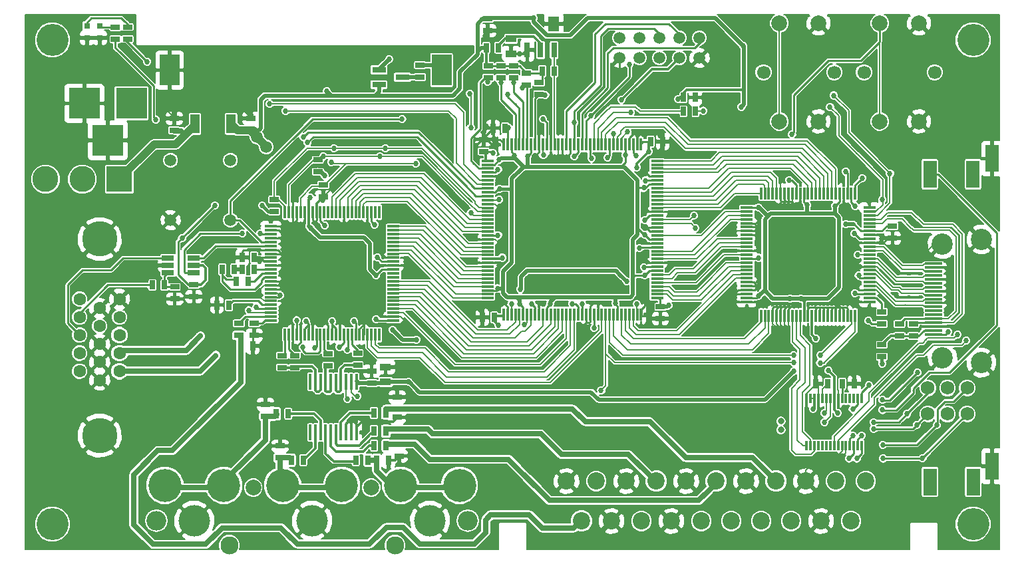
<source format=gtl>
G04 #@! TF.FileFunction,Copper,L1,Top,Signal*
%FSLAX46Y46*%
G04 Gerber Fmt 4.6, Leading zero omitted, Abs format (unit mm)*
G04 Created by KiCad (PCBNEW 4.0.5+dfsg1-4) date Fri Apr 14 10:30:50 2017*
%MOMM*%
%LPD*%
G01*
G04 APERTURE LIST*
%ADD10C,0.150000*%
%ADD11R,0.300000X1.200000*%
%ADD12R,0.700000X1.900000*%
%ADD13R,1.400000X1.900000*%
%ADD14C,1.506220*%
%ADD15C,4.064000*%
%ADD16C,1.500000*%
%ADD17R,1.560000X0.650000*%
%ADD18C,1.600000*%
%ADD19C,4.500000*%
%ADD20R,1.200000X2.400000*%
%ADD21R,3.300000X2.400000*%
%ADD22R,1.800860X0.800100*%
%ADD23R,0.400000X2.000000*%
%ADD24R,0.300000X1.600000*%
%ADD25R,1.600000X0.300000*%
%ADD26C,2.200000*%
%ADD27C,2.000000*%
%ADD28C,1.700000*%
%ADD29C,2.300000*%
%ADD30C,4.200000*%
%ADD31C,4.000000*%
%ADD32O,2.500000X2.500000*%
%ADD33R,4.000000X4.000000*%
%ADD34R,0.797560X0.797560*%
%ADD35R,1.397000X0.889000*%
%ADD36R,1.143000X0.635000*%
%ADD37R,0.635000X1.143000*%
%ADD38R,1.700000X3.500000*%
%ADD39R,3.300000X3.300000*%
%ADD40C,3.300000*%
%ADD41R,2.500000X4.000000*%
%ADD42R,6.700000X6.700000*%
%ADD43C,0.690000*%
%ADD44R,6.200000X6.200000*%
%ADD45C,2.700000*%
%ADD46R,2.200000X0.300000*%
%ADD47C,1.750000*%
%ADD48C,0.800000*%
%ADD49R,1.600000X0.400000*%
%ADD50R,0.700000X0.200000*%
%ADD51C,0.686000*%
%ADD52C,0.200000*%
%ADD53C,0.180000*%
%ADD54C,0.220000*%
%ADD55C,0.250000*%
%ADD56C,0.300000*%
%ADD57C,0.500000*%
%ADD58C,0.400000*%
%ADD59C,1.000000*%
%ADD60C,0.350000*%
%ADD61C,0.640000*%
%ADD62C,0.700000*%
G04 APERTURE END LIST*
D10*
D11*
X107122000Y-72230000D03*
X107622000Y-72230000D03*
X108122000Y-72230000D03*
X108622000Y-72230000D03*
X109122000Y-72230000D03*
X109622000Y-72230000D03*
X110122000Y-72230000D03*
X110622000Y-72230000D03*
X111122000Y-72230000D03*
X111622000Y-72230000D03*
X112122000Y-72230000D03*
X112622000Y-72230000D03*
X113122000Y-72230000D03*
X113622000Y-72230000D03*
X114122000Y-72230000D03*
X114122000Y-66230000D03*
X113622000Y-66230000D03*
X113122000Y-66230000D03*
X112622000Y-66230000D03*
X112122000Y-66230000D03*
X111622000Y-66230000D03*
X111122000Y-66230000D03*
X110622000Y-66230000D03*
X110122000Y-66230000D03*
X109622000Y-66230000D03*
X109122000Y-66230000D03*
X108622000Y-66230000D03*
X108122000Y-66230000D03*
X107622000Y-66230000D03*
X107122000Y-66230000D03*
D12*
X74964100Y-21860500D03*
X73264100Y-21860500D03*
X71564100Y-21860500D03*
D13*
X74944100Y-18510500D03*
D14*
X93480000Y-20320000D03*
X93480000Y-22860000D03*
X90940000Y-20320000D03*
X90940000Y-22860000D03*
X88400000Y-20320000D03*
X88400000Y-22860000D03*
X85860000Y-20320000D03*
X85860000Y-22860000D03*
X83320000Y-20320000D03*
X83320000Y-22860000D03*
D15*
X11130000Y-20600000D03*
X11130000Y-82200000D03*
X128300000Y-82200000D03*
X128300000Y-20600000D03*
D16*
X33804500Y-43509300D03*
X33804500Y-35889300D03*
X26184500Y-35889300D03*
X26184500Y-43509300D03*
D17*
X29143300Y-49287800D03*
X25843300Y-48337800D03*
X25843300Y-49287800D03*
X25843300Y-50237800D03*
X29143300Y-50237800D03*
X29143300Y-48337800D03*
D18*
X17155500Y-59295400D03*
X17155500Y-57005400D03*
X17155500Y-54715400D03*
X19695500Y-62735400D03*
X19695500Y-60445400D03*
X19695500Y-58155400D03*
X19695500Y-55865400D03*
X19695500Y-53575400D03*
X17155500Y-63875400D03*
X17155500Y-61585400D03*
X14615500Y-62735400D03*
X14615500Y-60445400D03*
X14615500Y-58155400D03*
X14615500Y-55865400D03*
X14615500Y-53575400D03*
D19*
X17155500Y-70915400D03*
X17155500Y-45915400D03*
D20*
X31577000Y-31256000D03*
X29277000Y-31256000D03*
X33877000Y-31256000D03*
D21*
X31577000Y-24056000D03*
D22*
X52691860Y-24379000D03*
X52691860Y-26279000D03*
X55694140Y-25329000D03*
D23*
X43963000Y-70544000D03*
X44613000Y-70544000D03*
X45263000Y-70544000D03*
X45913000Y-70544000D03*
X46563000Y-70544000D03*
X47213000Y-70544000D03*
X47863000Y-70544000D03*
X48513000Y-70544000D03*
X49163000Y-70544000D03*
X49813000Y-70544000D03*
X49813000Y-64104000D03*
X49163000Y-64104000D03*
X48513000Y-64104000D03*
X47863000Y-64104000D03*
X47213000Y-64104000D03*
X46563000Y-64104000D03*
X45913000Y-64104000D03*
X45263000Y-64104000D03*
X44613000Y-64104000D03*
X43963000Y-64104000D03*
D24*
X101300000Y-55700000D03*
X101800000Y-55700000D03*
X102300000Y-55700000D03*
X102800000Y-55700000D03*
X103300000Y-55700000D03*
X103800000Y-55700000D03*
X104300000Y-55700000D03*
X104800000Y-55700000D03*
X105300000Y-55700000D03*
X105800000Y-55700000D03*
X106300000Y-55700000D03*
X106800000Y-55700000D03*
X107300000Y-55700000D03*
X107800000Y-55700000D03*
X108300000Y-55700000D03*
X108800000Y-55700000D03*
X109300000Y-55700000D03*
X109800000Y-55700000D03*
X110300000Y-55700000D03*
X110800000Y-55700000D03*
X111300000Y-55700000D03*
X111800000Y-55700000D03*
X112300000Y-55700000D03*
X112800000Y-55700000D03*
X113300000Y-55700000D03*
D25*
X115100000Y-53900000D03*
X115100000Y-53400000D03*
X115100000Y-52900000D03*
X115100000Y-52400000D03*
X115100000Y-51900000D03*
X115100000Y-51400000D03*
X115100000Y-50900000D03*
X115100000Y-50400000D03*
X115100000Y-49900000D03*
X115100000Y-49400000D03*
X115100000Y-48900000D03*
X115100000Y-48400000D03*
X115100000Y-47900000D03*
X115100000Y-47400000D03*
X115100000Y-46900000D03*
X115100000Y-46400000D03*
X115100000Y-45900000D03*
X115100000Y-45400000D03*
X115100000Y-44900000D03*
X115100000Y-44400000D03*
X115100000Y-43900000D03*
X115100000Y-43400000D03*
X115100000Y-42900000D03*
X115100000Y-42400000D03*
X115100000Y-41900000D03*
D24*
X113300000Y-40100000D03*
X112800000Y-40100000D03*
X112300000Y-40100000D03*
X111800000Y-40100000D03*
X111300000Y-40100000D03*
X110800000Y-40100000D03*
X110300000Y-40100000D03*
X109800000Y-40100000D03*
X109300000Y-40100000D03*
X108800000Y-40100000D03*
X108300000Y-40100000D03*
X107800000Y-40100000D03*
X107300000Y-40100000D03*
X106800000Y-40100000D03*
X106300000Y-40100000D03*
X105800000Y-40100000D03*
X105300000Y-40100000D03*
X104800000Y-40100000D03*
X104300000Y-40100000D03*
X103800000Y-40100000D03*
X103300000Y-40100000D03*
X102800000Y-40100000D03*
X102300000Y-40100000D03*
X101800000Y-40100000D03*
X101300000Y-40100000D03*
D25*
X99500000Y-41900000D03*
X99500000Y-42400000D03*
X99500000Y-42900000D03*
X99500000Y-43400000D03*
X99500000Y-43900000D03*
X99500000Y-44400000D03*
X99500000Y-44900000D03*
X99500000Y-45400000D03*
X99500000Y-45900000D03*
X99500000Y-46400000D03*
X99500000Y-46900000D03*
X99500000Y-47400000D03*
X99500000Y-47900000D03*
X99500000Y-48400000D03*
X99500000Y-48900000D03*
X99500000Y-49400000D03*
X99500000Y-49900000D03*
X99500000Y-50400000D03*
X99500000Y-50900000D03*
X99500000Y-51400000D03*
X99500000Y-51900000D03*
X99500000Y-52400000D03*
X99500000Y-52900000D03*
X99500000Y-53400000D03*
X99500000Y-53900000D03*
D26*
X112754600Y-81821200D03*
X110849600Y-76741200D03*
X108944600Y-81821200D03*
X107039600Y-76741200D03*
X105134600Y-81821200D03*
X103229600Y-76741200D03*
X101324600Y-81821200D03*
X99419600Y-76741200D03*
X97514600Y-81821200D03*
X95609600Y-76741200D03*
X93704600Y-81821200D03*
X91799600Y-76741200D03*
X78464600Y-81821200D03*
X87989600Y-76741200D03*
X89894600Y-81821200D03*
X84179600Y-76741200D03*
X86084600Y-81821200D03*
X80369600Y-76741200D03*
X82274600Y-81821200D03*
X76559600Y-76741200D03*
X114659600Y-76741200D03*
D27*
X103631000Y-18450000D03*
X108631000Y-18450000D03*
X103631000Y-30950000D03*
X108631000Y-30950000D03*
D28*
X110631000Y-24700000D03*
X101631000Y-24700000D03*
D27*
X116418000Y-18450000D03*
X121418000Y-18450000D03*
X116418000Y-30950000D03*
X121418000Y-30950000D03*
D28*
X123418000Y-24700000D03*
X114418000Y-24700000D03*
D27*
X51696000Y-77576200D03*
X36696000Y-77576200D03*
D29*
X33662620Y-84920720D03*
X54729380Y-84920720D03*
D30*
X55446000Y-77276200D03*
X62946000Y-77276200D03*
X25446000Y-77276200D03*
X32946000Y-77276200D03*
D31*
X29196000Y-81776200D03*
X44196000Y-81776200D03*
X59196000Y-81776200D03*
D32*
X63996000Y-81776200D03*
X24396000Y-81776200D03*
D30*
X47946000Y-77276200D03*
X40446000Y-77276200D03*
D33*
X21202140Y-28649000D03*
X15202660Y-28649000D03*
X18202400Y-33348000D03*
D34*
X17179000Y-18795700D03*
X17179000Y-20294300D03*
X15549000Y-18795700D03*
X15549000Y-20294300D03*
D35*
X69494000Y-20408500D03*
X69494000Y-22313500D03*
X53538000Y-64107500D03*
X53538000Y-62202500D03*
D36*
X38262900Y-68477500D03*
X38262900Y-66953500D03*
D37*
X52410700Y-74078200D03*
X53934700Y-74078200D03*
D36*
X55280900Y-72008100D03*
X55280900Y-73532100D03*
X55001500Y-70128500D03*
X55001500Y-68604500D03*
X54997000Y-67547000D03*
X54997000Y-66023000D03*
X40104000Y-73777000D03*
X40104000Y-72253000D03*
D37*
X35301000Y-49779000D03*
X36825000Y-49779000D03*
X25397800Y-51764300D03*
X23873800Y-51764300D03*
D36*
X39370000Y-40894000D03*
X39370000Y-42418000D03*
X44931000Y-37368000D03*
X44931000Y-35844000D03*
X45616200Y-39013500D03*
X45616200Y-40537500D03*
D37*
X91463200Y-29666300D03*
X92987200Y-29666300D03*
D36*
X116693000Y-55199000D03*
X116693000Y-56723000D03*
X66609300Y-25399100D03*
X66609300Y-23875100D03*
X68222200Y-25411800D03*
X68222200Y-23887800D03*
X69835100Y-25411800D03*
X69835100Y-23887800D03*
X71448000Y-26288100D03*
X71448000Y-24764100D03*
X73086300Y-27520000D03*
X73086300Y-25996000D03*
D37*
X73467300Y-24548200D03*
X74991300Y-24548200D03*
X67866600Y-21551000D03*
X66342600Y-21551000D03*
D36*
X19159000Y-18929000D03*
X19159000Y-20453000D03*
X20709000Y-18925000D03*
X20709000Y-20449000D03*
X57912000Y-23754000D03*
X57912000Y-25278000D03*
D37*
X35138700Y-59536700D03*
X36662700Y-59536700D03*
D36*
X116690000Y-60902000D03*
X116690000Y-59378000D03*
X120690000Y-58262000D03*
X120690000Y-56738000D03*
X118930000Y-58262000D03*
X118930000Y-56738000D03*
D37*
X39634500Y-68172700D03*
X41158500Y-68172700D03*
X51280400Y-74066000D03*
X49756400Y-74066000D03*
X53604500Y-72224000D03*
X52080500Y-72224000D03*
X53579100Y-70357100D03*
X52055100Y-70357100D03*
X53579100Y-68058400D03*
X52055100Y-68058400D03*
D36*
X40358400Y-62267200D03*
X40358400Y-60743200D03*
D37*
X41539000Y-74066000D03*
X43063000Y-74066000D03*
D36*
X34872000Y-58177800D03*
X34872000Y-56653800D03*
D37*
X32078000Y-54317000D03*
X33602000Y-54317000D03*
X36039000Y-51283000D03*
X34515000Y-51283000D03*
X32766000Y-49779000D03*
X34290000Y-49779000D03*
X36824000Y-48265000D03*
X35300000Y-48265000D03*
D36*
X26705900Y-52018300D03*
X26705900Y-53542300D03*
X26645000Y-32075000D03*
X26645000Y-30551000D03*
X66000000Y-34762000D03*
X66000000Y-33238000D03*
D37*
X68762000Y-31800000D03*
X67238000Y-31800000D03*
X67362000Y-55900000D03*
X65838000Y-55900000D03*
D36*
X66520400Y-17868000D03*
X66520400Y-19392000D03*
D37*
X92974500Y-27888300D03*
X91450500Y-27888300D03*
X87259000Y-33498000D03*
X88783000Y-33498000D03*
D36*
X88500000Y-54538000D03*
X88500000Y-56062000D03*
X118040000Y-44248000D03*
X118040000Y-45772000D03*
X36405000Y-32080000D03*
X36405000Y-30556000D03*
X51763000Y-64252000D03*
X51763000Y-62728000D03*
X29144300Y-51713500D03*
X29144300Y-53237500D03*
X46225800Y-62013200D03*
X46225800Y-60489200D03*
X49985000Y-61987800D03*
X49985000Y-60463800D03*
X41958600Y-62267200D03*
X41958600Y-60743200D03*
X36827800Y-56628400D03*
X36827800Y-58152400D03*
D38*
X122806000Y-76830000D03*
X128306000Y-76830000D03*
X130706000Y-74830000D03*
D39*
X19666000Y-38298000D03*
D40*
X14966000Y-38298000D03*
X10266000Y-38298000D03*
D41*
X60676200Y-24406600D03*
X26076200Y-24406600D03*
D37*
X111648000Y-64350000D03*
X113172000Y-64350000D03*
X109797000Y-64359000D03*
X108273000Y-64359000D03*
D38*
X122798000Y-37676000D03*
X128298000Y-37676000D03*
X130698000Y-35676000D03*
D24*
X86050000Y-33900000D03*
X85550000Y-33900000D03*
X85050000Y-33900000D03*
X84550000Y-33900000D03*
X84050000Y-33900000D03*
X83550000Y-33900000D03*
X83050000Y-33900000D03*
X82550000Y-33900000D03*
X82050000Y-33900000D03*
X81550000Y-33900000D03*
X81050000Y-33900000D03*
X80550000Y-33900000D03*
X80050000Y-33900000D03*
X79550000Y-33900000D03*
X79050000Y-33900000D03*
X78550000Y-33900000D03*
X78050000Y-33900000D03*
X77550000Y-33900000D03*
X77050000Y-33900000D03*
X76550000Y-33900000D03*
X76050000Y-33900000D03*
X75550000Y-33900000D03*
X75050000Y-33900000D03*
X74550000Y-33900000D03*
X74050000Y-33900000D03*
X73550000Y-33900000D03*
X73050000Y-33900000D03*
X72550000Y-33900000D03*
X72050000Y-33900000D03*
X71550000Y-33900000D03*
X71050000Y-33900000D03*
X70550000Y-33900000D03*
X70050000Y-33900000D03*
X69550000Y-33900000D03*
X69050000Y-33900000D03*
X68550000Y-33900000D03*
D25*
X66500000Y-35950000D03*
X66500000Y-36450000D03*
X66500000Y-36950000D03*
X66500000Y-37450000D03*
X66500000Y-37950000D03*
X66500000Y-38450000D03*
X66500000Y-38950000D03*
X66500000Y-39450000D03*
X66500000Y-39950000D03*
X66500000Y-40450000D03*
X66500000Y-40950000D03*
X66500000Y-41450000D03*
X66500000Y-41950000D03*
X66500000Y-42450000D03*
X66500000Y-42950000D03*
X66500000Y-43450000D03*
X66500000Y-43950000D03*
X66500000Y-44450000D03*
X66500000Y-44950000D03*
X66500000Y-45450000D03*
X66500000Y-45950000D03*
X66500000Y-46450000D03*
X66500000Y-46950000D03*
X66500000Y-47450000D03*
X66500000Y-47950000D03*
X66500000Y-48450000D03*
X66500000Y-48950000D03*
X66500000Y-49450000D03*
X66500000Y-49950000D03*
X66500000Y-50450000D03*
X66500000Y-50950000D03*
X66500000Y-51450000D03*
X66500000Y-51950000D03*
X66500000Y-52450000D03*
X66500000Y-52950000D03*
X66500000Y-53450000D03*
D24*
X68550000Y-55500000D03*
X69050000Y-55500000D03*
X69550000Y-55500000D03*
X70050000Y-55500000D03*
X70550000Y-55500000D03*
X71050000Y-55500000D03*
X71550000Y-55500000D03*
X72050000Y-55500000D03*
X72550000Y-55500000D03*
X73050000Y-55500000D03*
X73550000Y-55500000D03*
X74050000Y-55500000D03*
X74550000Y-55500000D03*
X75050000Y-55500000D03*
X75550000Y-55500000D03*
X76050000Y-55500000D03*
X76550000Y-55500000D03*
X77050000Y-55500000D03*
X77550000Y-55500000D03*
X78050000Y-55500000D03*
X78550000Y-55500000D03*
X79050000Y-55500000D03*
X79550000Y-55500000D03*
X80050000Y-55500000D03*
X80550000Y-55500000D03*
X81050000Y-55500000D03*
X81550000Y-55500000D03*
X82050000Y-55500000D03*
X82550000Y-55500000D03*
X83050000Y-55500000D03*
X83550000Y-55500000D03*
X84050000Y-55500000D03*
X84550000Y-55500000D03*
X85050000Y-55500000D03*
X85550000Y-55500000D03*
X86050000Y-55500000D03*
D25*
X88100000Y-53450000D03*
X88100000Y-52950000D03*
X88100000Y-52450000D03*
X88100000Y-51950000D03*
X88100000Y-51450000D03*
X88100000Y-50950000D03*
X88100000Y-50450000D03*
X88100000Y-49950000D03*
X88100000Y-49450000D03*
X88100000Y-48950000D03*
X88100000Y-48450000D03*
X88100000Y-47950000D03*
X88100000Y-47450000D03*
X88100000Y-46950000D03*
X88100000Y-46450000D03*
X88100000Y-45950000D03*
X88100000Y-45450000D03*
X88100000Y-44950000D03*
X88100000Y-44450000D03*
X88100000Y-43950000D03*
X88100000Y-43450000D03*
X88100000Y-42950000D03*
X88100000Y-42450000D03*
X88100000Y-41950000D03*
X88100000Y-41450000D03*
X88100000Y-40950000D03*
X88100000Y-40450000D03*
X88100000Y-39950000D03*
X88100000Y-39450000D03*
X88100000Y-38950000D03*
X88100000Y-38450000D03*
X88100000Y-37950000D03*
X88100000Y-37450000D03*
X88100000Y-36950000D03*
X88100000Y-36450000D03*
X88100000Y-35950000D03*
D42*
X77300000Y-44700000D03*
D43*
X79850000Y-42150000D03*
X79850000Y-43000000D03*
X79850000Y-43850000D03*
X79850000Y-44700000D03*
X79850000Y-45550000D03*
X79850000Y-46400000D03*
X79850000Y-47250000D03*
X79000000Y-42150000D03*
X79000000Y-43000000D03*
X79000000Y-43850000D03*
X79000000Y-44700000D03*
X79000000Y-45550000D03*
X79000000Y-46400000D03*
X79000000Y-47250000D03*
X78150000Y-42150000D03*
X78150000Y-43000000D03*
X78150000Y-46400000D03*
X78150000Y-47250000D03*
X77300000Y-42150000D03*
X77300000Y-43000000D03*
X77300000Y-46400000D03*
X77300000Y-47250000D03*
X76450000Y-42150000D03*
X76450000Y-43000000D03*
X76450000Y-46400000D03*
X76450000Y-47250000D03*
X75600000Y-42150000D03*
X75600000Y-43000000D03*
X75600000Y-43850000D03*
X75600000Y-44700000D03*
X75600000Y-45550000D03*
X75600000Y-46400000D03*
X75600000Y-47250000D03*
X74750000Y-42150000D03*
X74750000Y-43000000D03*
X74750000Y-43850000D03*
X74750000Y-44700000D03*
X74750000Y-45550000D03*
X74750000Y-46400000D03*
X74750000Y-47250000D03*
D26*
X77300000Y-44700000D03*
D24*
X40736000Y-58092000D03*
X41236000Y-58092000D03*
X41736000Y-58092000D03*
X42236000Y-58092000D03*
X42736000Y-58092000D03*
X43236000Y-58092000D03*
X43736000Y-58092000D03*
X44236000Y-58092000D03*
X44736000Y-58092000D03*
X45236000Y-58092000D03*
X45736000Y-58092000D03*
X46236000Y-58092000D03*
X46736000Y-58092000D03*
X47236000Y-58092000D03*
X47736000Y-58092000D03*
X48236000Y-58092000D03*
X48736000Y-58092000D03*
X49236000Y-58092000D03*
X49736000Y-58092000D03*
X50236000Y-58092000D03*
X50736000Y-58092000D03*
X51236000Y-58092000D03*
X51736000Y-58092000D03*
X52236000Y-58092000D03*
X52736000Y-58092000D03*
D25*
X54536000Y-56292000D03*
X54536000Y-55792000D03*
X54536000Y-55292000D03*
X54536000Y-54792000D03*
X54536000Y-54292000D03*
X54536000Y-53792000D03*
X54536000Y-53292000D03*
X54536000Y-52792000D03*
X54536000Y-52292000D03*
X54536000Y-51792000D03*
X54536000Y-51292000D03*
X54536000Y-50792000D03*
X54536000Y-50292000D03*
X54536000Y-49792000D03*
X54536000Y-49292000D03*
X54536000Y-48792000D03*
X54536000Y-48292000D03*
X54536000Y-47792000D03*
X54536000Y-47292000D03*
X54536000Y-46792000D03*
X54536000Y-46292000D03*
X54536000Y-45792000D03*
X54536000Y-45292000D03*
X54536000Y-44792000D03*
X54536000Y-44292000D03*
D24*
X52736000Y-42492000D03*
X52236000Y-42492000D03*
X51736000Y-42492000D03*
X51236000Y-42492000D03*
X50736000Y-42492000D03*
X50236000Y-42492000D03*
X49736000Y-42492000D03*
X49236000Y-42492000D03*
X48736000Y-42492000D03*
X48236000Y-42492000D03*
X47736000Y-42492000D03*
X47236000Y-42492000D03*
X46736000Y-42492000D03*
X46236000Y-42492000D03*
X45736000Y-42492000D03*
X45236000Y-42492000D03*
X44736000Y-42492000D03*
X44236000Y-42492000D03*
X43736000Y-42492000D03*
X43236000Y-42492000D03*
X42736000Y-42492000D03*
X42236000Y-42492000D03*
X41736000Y-42492000D03*
X41236000Y-42492000D03*
X40736000Y-42492000D03*
D25*
X38936000Y-44292000D03*
X38936000Y-44792000D03*
X38936000Y-45292000D03*
X38936000Y-45792000D03*
X38936000Y-46292000D03*
X38936000Y-46792000D03*
X38936000Y-47292000D03*
X38936000Y-47792000D03*
X38936000Y-48292000D03*
X38936000Y-48792000D03*
X38936000Y-49292000D03*
X38936000Y-49792000D03*
X38936000Y-50292000D03*
X38936000Y-50792000D03*
X38936000Y-51292000D03*
X38936000Y-51792000D03*
X38936000Y-52292000D03*
X38936000Y-52792000D03*
X38936000Y-53292000D03*
X38936000Y-53792000D03*
X38936000Y-54292000D03*
X38936000Y-54792000D03*
X38936000Y-55292000D03*
X38936000Y-55792000D03*
X38936000Y-56292000D03*
D44*
X46736000Y-50292000D03*
D43*
X44336000Y-52692000D03*
X44336000Y-51892000D03*
X44336000Y-51092000D03*
X44336000Y-50292000D03*
X44336000Y-49492000D03*
X44336000Y-48692000D03*
X44336000Y-47892000D03*
X45136000Y-52692000D03*
X45136000Y-51892000D03*
X45136000Y-51092000D03*
X45136000Y-50292000D03*
X45136000Y-49492000D03*
X45136000Y-48692000D03*
X45136000Y-47892000D03*
X45936000Y-52692000D03*
X45936000Y-51892000D03*
X45936000Y-48692000D03*
X45936000Y-47892000D03*
X46736000Y-52692000D03*
X46736000Y-51892000D03*
X46736000Y-48692000D03*
X46736000Y-47892000D03*
X47536000Y-52692000D03*
X47536000Y-51892000D03*
X47536000Y-48692000D03*
X47536000Y-47892000D03*
X48336000Y-52692000D03*
X48336000Y-51892000D03*
X48336000Y-51092000D03*
X48336000Y-50292000D03*
X48336000Y-49492000D03*
X48336000Y-48692000D03*
X48336000Y-47892000D03*
X49136000Y-52692000D03*
X49136000Y-51892000D03*
X49136000Y-51092000D03*
X49136000Y-50292000D03*
X49136000Y-49492000D03*
X49136000Y-48692000D03*
X49136000Y-47892000D03*
D27*
X46736000Y-50292000D03*
D45*
X124400000Y-46550000D03*
X124400000Y-61050000D03*
X129350000Y-61650000D03*
X129350000Y-45950000D03*
D46*
X123300000Y-49050000D03*
X123300000Y-49550000D03*
X123300000Y-50050000D03*
X123300000Y-50550000D03*
X123300000Y-51050000D03*
X123300000Y-51550000D03*
X123300000Y-52050000D03*
X123300000Y-52550000D03*
X123300000Y-53050000D03*
X123300000Y-53550000D03*
X123300000Y-54050000D03*
X123300000Y-54550000D03*
X123300000Y-55050000D03*
X123300000Y-55550000D03*
X123300000Y-56050000D03*
X123300000Y-56550000D03*
X123300000Y-57050000D03*
X123300000Y-57550000D03*
X123300000Y-58050000D03*
D47*
X127540000Y-64870000D03*
X125040000Y-64870000D03*
X122540000Y-64870000D03*
X127540000Y-68170000D03*
X125040000Y-68170000D03*
X122540000Y-68170000D03*
D48*
X103861000Y-70197000D03*
X103861000Y-69097000D03*
D49*
X120120000Y-53310000D03*
D50*
X120569700Y-54310000D03*
X120569700Y-53810000D03*
X120569700Y-52810000D03*
X120569700Y-52310000D03*
X119670300Y-54310000D03*
X119670300Y-53810000D03*
X119670300Y-52310000D03*
X119670300Y-52810000D03*
D49*
X120120000Y-53310000D03*
X120120000Y-50310000D03*
D50*
X120569700Y-51310000D03*
X120569700Y-50810000D03*
X120569700Y-49810000D03*
X120569700Y-49310000D03*
X119670300Y-51310000D03*
X119670300Y-50810000D03*
X119670300Y-49310000D03*
X119670300Y-49810000D03*
D49*
X120120000Y-50310000D03*
D51*
X84323000Y-32288000D03*
X84732200Y-29806000D03*
X108848000Y-60705000D03*
X105453000Y-60701000D03*
X43617000Y-33642000D03*
X24312000Y-30690000D03*
X23205000Y-23348000D03*
X43043000Y-32918000D03*
X127430000Y-58850000D03*
X117714100Y-37557100D03*
X45599000Y-35400000D03*
X52818000Y-35391000D03*
X110562000Y-27638000D03*
X116710000Y-40910000D03*
X126320000Y-58080000D03*
X46943000Y-34376000D03*
X110094000Y-29135000D03*
X53534000Y-34370000D03*
X69098500Y-27469200D03*
X69847800Y-25996000D03*
X68209500Y-25945200D03*
X66507700Y-25932500D03*
X73848300Y-27570800D03*
X70901900Y-26681800D03*
X84590000Y-23679000D03*
X79665000Y-30246000D03*
X77541000Y-31105000D03*
X80061000Y-57252000D03*
X83576500Y-28167700D03*
X85428000Y-35326000D03*
X69187000Y-31768000D03*
X85496400Y-54178200D03*
X69596000Y-54152800D03*
X70700000Y-52300000D03*
X84200000Y-51300000D03*
X67200000Y-35000000D03*
X85500000Y-36800000D03*
X87046000Y-34757000D03*
X67900000Y-56900000D03*
X89535000Y-54356000D03*
X86556000Y-45389000D03*
X86517000Y-50546000D03*
X86403000Y-39400000D03*
X84087000Y-35223000D03*
X68021200Y-39522400D03*
X67843400Y-52197000D03*
X70586600Y-54178200D03*
X67995800Y-35839400D03*
X71595000Y-35377000D03*
X82804000Y-54102000D03*
X69900800Y-35306000D03*
X74498200Y-54152800D03*
X82516000Y-32537000D03*
X114971000Y-56319000D03*
X111090000Y-68070000D03*
X105471000Y-62728000D03*
X109899000Y-62678000D03*
X112100000Y-44000000D03*
X40117100Y-53097800D03*
X56460000Y-64108000D03*
X57440000Y-58720000D03*
X54432000Y-57465000D03*
X46736000Y-56388000D03*
X100968000Y-53185000D03*
X101000000Y-41900000D03*
X106400000Y-53500000D03*
X105000000Y-53500000D03*
X110700000Y-41700000D03*
X107200000Y-41600000D03*
X107930000Y-67540000D03*
X108306000Y-58560000D03*
D16*
X37165000Y-32898000D03*
X38353000Y-34188000D03*
D51*
X45819000Y-44196000D03*
X37826000Y-41651000D03*
X31814000Y-41628000D03*
X45811000Y-37856000D03*
X67843400Y-45440600D03*
X68377000Y-48296000D03*
X27634000Y-45815000D03*
X73607000Y-35245000D03*
X98826000Y-29083000D03*
X99065000Y-21336000D03*
X85839000Y-47092000D03*
X86407000Y-49511000D03*
X86558000Y-43510000D03*
X86624000Y-38476000D03*
X77553000Y-35406000D03*
X90790100Y-28104200D03*
X46073400Y-27113600D03*
X52486900Y-48246400D03*
X52118600Y-44080800D03*
X72400500Y-17800000D03*
X72110600Y-54178200D03*
X104900000Y-38400000D03*
X112100000Y-37300000D03*
X101000000Y-48300000D03*
X52324000Y-56134000D03*
X78587600Y-54178200D03*
X67843400Y-37084000D03*
X67995800Y-40894000D03*
X125140000Y-57710000D03*
X114180000Y-38160000D03*
X43979000Y-44493000D03*
X43939800Y-40651800D03*
X52324000Y-50546000D03*
X29982500Y-58279400D03*
X31938300Y-60743200D03*
X97050000Y-65190000D03*
X99060000Y-65200000D03*
X99120000Y-67790000D03*
X99110000Y-69830000D03*
X104020000Y-37680000D03*
X105000000Y-59880000D03*
X121700000Y-48210000D03*
X118510000Y-53040000D03*
X118550000Y-55450000D03*
X118800000Y-50200000D03*
X121710000Y-59920000D03*
X119250000Y-59910000D03*
X115250000Y-63330000D03*
X104230000Y-67260000D03*
X107980000Y-68440000D03*
X111700000Y-62840000D03*
X59329000Y-64267000D03*
X58527000Y-63383000D03*
X82700000Y-67772000D03*
X81481000Y-67780000D03*
X80193000Y-67788000D03*
X30770000Y-34854000D03*
X29581000Y-34785000D03*
X28590000Y-34069000D03*
X29604000Y-33581000D03*
X30777000Y-33581000D03*
X35448000Y-25542000D03*
X34214000Y-25489000D03*
X34221000Y-24270000D03*
X35410000Y-24277000D03*
X35425000Y-23111000D03*
X34267000Y-23119000D03*
X61276000Y-31913000D03*
X61128000Y-33673000D03*
X60190000Y-32781000D03*
X59265000Y-31993000D03*
X66385000Y-31608000D03*
X51458000Y-31486000D03*
X48997000Y-33658000D03*
X41628000Y-31593000D03*
X39811000Y-33296000D03*
X41457000Y-34770000D03*
X43480000Y-35565000D03*
X73533000Y-84475000D03*
X120564000Y-43632000D03*
X119421000Y-45027000D03*
X8896000Y-48748000D03*
X12960000Y-48971000D03*
X114996000Y-55321000D03*
X35330000Y-29051000D03*
X35425000Y-27912000D03*
X35448000Y-26754000D03*
X28404000Y-22974000D03*
X28404000Y-24014000D03*
X28404000Y-25055000D03*
X27958000Y-27203000D03*
X27973000Y-28354000D03*
X27935000Y-29535000D03*
X26784000Y-29535000D03*
X26830000Y-28316000D03*
X26815000Y-27219000D03*
X25611000Y-27249000D03*
X25618000Y-28377000D03*
X25634000Y-29451000D03*
X63307000Y-27793000D03*
X65232000Y-25156000D03*
X65263000Y-24216000D03*
X78326000Y-56982000D03*
X100995000Y-49408000D03*
X101006000Y-50724000D03*
X82612000Y-60590000D03*
X83588000Y-62534000D03*
X90700000Y-62800000D03*
X101796000Y-62454000D03*
X100696000Y-62555000D03*
X95429000Y-62602000D03*
X97738000Y-62591000D03*
X81747000Y-21069000D03*
X100405000Y-55195000D03*
X41910000Y-40894000D03*
X35673000Y-38119000D03*
X36629000Y-37212000D03*
X37650000Y-36176000D03*
X61468000Y-39690000D03*
X48707000Y-37490000D03*
X58548000Y-59066000D03*
X60484000Y-59135000D03*
X62553000Y-61200000D03*
X77175000Y-62690000D03*
X75590400Y-54127400D03*
X44318000Y-38546000D03*
X47254000Y-38877000D03*
X67871000Y-47130000D03*
X67900000Y-43900000D03*
X67900000Y-43000000D03*
X67900000Y-42200000D03*
X67986000Y-49256000D03*
X63848000Y-54441000D03*
X65048000Y-54521000D03*
X23912000Y-50307000D03*
X22814000Y-50300000D03*
X113881000Y-49400000D03*
X69469000Y-52177000D03*
X69545000Y-51064000D03*
X40930000Y-44242000D03*
X41443000Y-45441000D03*
X41737000Y-46518000D03*
X43698000Y-45659000D03*
X51984000Y-54254000D03*
X51979000Y-53167000D03*
X51979000Y-51887000D03*
X51064000Y-51308000D03*
X51069000Y-52578000D03*
X51054000Y-53828000D03*
X52227000Y-45659000D03*
X51333000Y-44831000D03*
X47630000Y-44836000D03*
X48875000Y-44826000D03*
X50135000Y-44811000D03*
X42603000Y-51907000D03*
X42596000Y-50764000D03*
X42634000Y-49507000D03*
X42657000Y-48402000D03*
X101000000Y-47000000D03*
X97978000Y-53969000D03*
X30053000Y-60371000D03*
X28651000Y-66081000D03*
X37810000Y-74280000D03*
X45263000Y-74737000D03*
X34138000Y-70744000D03*
X25136000Y-61549000D03*
X27757000Y-58278000D03*
X59036000Y-75175000D03*
X56693000Y-66271000D03*
X57390000Y-68854000D03*
X58994000Y-71803000D03*
X88440000Y-32771000D03*
X57328000Y-43404000D03*
X57226000Y-50018000D03*
X40523000Y-38908000D03*
X85288000Y-25471000D03*
X82977000Y-25552000D03*
X80691000Y-35342000D03*
X78895000Y-35237000D03*
X108265000Y-41567000D03*
X32690000Y-46036000D03*
X77038000Y-21199000D03*
X76901000Y-18600000D03*
X69947000Y-19116000D03*
X66203000Y-20081000D03*
X111115000Y-54258000D03*
X86591000Y-37404000D03*
X86346000Y-46318000D03*
X84696000Y-44818000D03*
X86479000Y-48360000D03*
X86567000Y-41960000D03*
X84673000Y-41214000D03*
X42365000Y-44753900D03*
X42352300Y-44753900D03*
X42669800Y-47217700D03*
X42707900Y-45909600D03*
X70584400Y-22363800D03*
X45527300Y-40982000D03*
X114983600Y-41083600D03*
X40167900Y-51688100D03*
X53134600Y-46709700D03*
X50556500Y-44030000D03*
X42034800Y-59600200D03*
X85568000Y-32634000D03*
X75700000Y-52500000D03*
X72572000Y-35329000D03*
X67843400Y-38404800D03*
X64947800Y-45643800D03*
X64947800Y-48691800D03*
X113131600Y-46913800D03*
X68300600Y-54178200D03*
X73533000Y-54178200D03*
X81584800Y-54102000D03*
X92303600Y-52044600D03*
X92329000Y-49098200D03*
X92329000Y-50825400D03*
X89916000Y-56946800D03*
X105800000Y-41600000D03*
X112300000Y-41700000D03*
X86500000Y-51500000D03*
X76400000Y-48900000D03*
X74400000Y-48900000D03*
X82400000Y-46800000D03*
X82400000Y-48600000D03*
X80300000Y-48900000D03*
X78400000Y-48900000D03*
X82400000Y-44800000D03*
X82400000Y-42900000D03*
X68707000Y-40208200D03*
X71170800Y-56845200D03*
X97960000Y-44900000D03*
X105800000Y-54300000D03*
X112200000Y-42700000D03*
X109700000Y-44000000D03*
X105900000Y-43800000D03*
X104700000Y-41800000D03*
X103600000Y-41800000D03*
X103600000Y-46000000D03*
X103600000Y-49400000D03*
X75700000Y-37500000D03*
X65000000Y-34000000D03*
X70800000Y-38500000D03*
X72100000Y-48600000D03*
X72100000Y-46700000D03*
X72100000Y-50800000D03*
X73450000Y-50800000D03*
X74950000Y-50800000D03*
X76500000Y-50800000D03*
X78050000Y-50800000D03*
X79450000Y-50800000D03*
X80750000Y-50800000D03*
X81950000Y-50850000D03*
X82400000Y-41200000D03*
X78816200Y-39801800D03*
X81000000Y-39800000D03*
X77400000Y-39800000D03*
X73400000Y-39800000D03*
X75400000Y-39800000D03*
X72100000Y-44800000D03*
X72100000Y-42700000D03*
X72100000Y-40900000D03*
X83900000Y-52500000D03*
X82900000Y-52500000D03*
X82000000Y-52500000D03*
X81050000Y-52500000D03*
X74800000Y-52500000D03*
X67300000Y-34100000D03*
X86900000Y-56700000D03*
X51054000Y-56388000D03*
X47752000Y-56388000D03*
X45466000Y-56388000D03*
X52324000Y-49276000D03*
X52324000Y-55118000D03*
X75735000Y-35437000D03*
X86681000Y-44463000D03*
X44543000Y-59767000D03*
X47673600Y-59651000D03*
X36118800Y-54991000D03*
X37084000Y-54610000D03*
X113258600Y-52806600D03*
X113645000Y-47926000D03*
X113741200Y-50571400D03*
X113184000Y-45236000D03*
X81788000Y-35557000D03*
X113300000Y-41700000D03*
X55649200Y-30644200D03*
X73590000Y-30644000D03*
X79756000Y-35610800D03*
X77292200Y-54152800D03*
X93965100Y-29590100D03*
X43000000Y-59701800D03*
X48664200Y-59981200D03*
X35306000Y-45212000D03*
X37592000Y-45212000D03*
X40810000Y-29590100D03*
X38796300Y-28713800D03*
X105263000Y-32598000D03*
X92964000Y-44521000D03*
X92774000Y-42931000D03*
X37479000Y-48745000D03*
X49530000Y-56388000D03*
X42225300Y-56260100D03*
X43434000Y-56388000D03*
X48706000Y-66277000D03*
X49957000Y-65908000D03*
X108833000Y-61692000D03*
X105456000Y-61628000D03*
X57371000Y-36332000D03*
X80970000Y-65197000D03*
X46608000Y-36111000D03*
X53972000Y-23020000D03*
X64262000Y-27402000D03*
X64378000Y-31758000D03*
X64381000Y-42577000D03*
X116710000Y-61790000D03*
X109385000Y-69243000D03*
X109377000Y-68077000D03*
X121860000Y-73850000D03*
X116860000Y-73860000D03*
X112980000Y-67590000D03*
X121120000Y-69580000D03*
X115640000Y-70090000D03*
X123660000Y-69620000D03*
X116800000Y-72120000D03*
X115020000Y-64520000D03*
X119900000Y-68190000D03*
X115640000Y-69240000D03*
X113510000Y-73860000D03*
X116760000Y-67680000D03*
X112510000Y-73860000D03*
X114110000Y-70920000D03*
X116760000Y-66400000D03*
X121210000Y-62910000D03*
X113000000Y-70920000D03*
D52*
X83550000Y-33900000D02*
X83550000Y-33061000D01*
X83550000Y-33061000D02*
X84323000Y-32288000D01*
X91463200Y-29666300D02*
X85926000Y-29666300D01*
X85341800Y-29082100D02*
X82171900Y-29082100D01*
X85926000Y-29666300D02*
X85341800Y-29082100D01*
X81526000Y-29728000D02*
X81526000Y-29726000D01*
X82176000Y-29078000D02*
X82171900Y-29082100D01*
X82171900Y-29082100D02*
X81526000Y-29728000D01*
X80050000Y-31202000D02*
X80050000Y-33900000D01*
X81526000Y-29726000D02*
X80050000Y-31202000D01*
X81759000Y-29493000D02*
X81526000Y-29726000D01*
X82549000Y-29806000D02*
X84732200Y-29806000D01*
X80551200Y-31839000D02*
X80551200Y-31803800D01*
X80551200Y-31803800D02*
X82549000Y-29806000D01*
D53*
X80551200Y-31867000D02*
X80551200Y-31839000D01*
X80551200Y-31839000D02*
X80551200Y-32148800D01*
X80551200Y-32148800D02*
X80551200Y-33714500D01*
X80551200Y-31848800D02*
X80551200Y-31867000D01*
X83548400Y-58148400D02*
X83548400Y-55685500D01*
X84700000Y-59300000D02*
X83548400Y-58148400D01*
X99700000Y-59300000D02*
X84700000Y-59300000D01*
X101813600Y-55647000D02*
X101813600Y-57186400D01*
X101813600Y-57186400D02*
X99700000Y-59300000D01*
X105282000Y-60700000D02*
X105452000Y-60700000D01*
X112811800Y-56742200D02*
X108854000Y-60700000D01*
X112811800Y-56742200D02*
X112811800Y-55647000D01*
X108853000Y-60700000D02*
X108854000Y-60700000D01*
X108848000Y-60705000D02*
X108853000Y-60700000D01*
X105452000Y-60700000D02*
X105453000Y-60701000D01*
X82049800Y-59049800D02*
X82049800Y-55685500D01*
X105316000Y-60700000D02*
X105282000Y-60700000D01*
X105282000Y-60700000D02*
X83700000Y-60700000D01*
X83700000Y-60700000D02*
X82049800Y-59049800D01*
X93056300Y-51443700D02*
X88285500Y-51443700D01*
X93056300Y-51443700D02*
X96600000Y-47900000D01*
X99553000Y-47900000D02*
X96600000Y-47900000D01*
X107300000Y-39100000D02*
X107300000Y-40153000D01*
X105100000Y-36900000D02*
X107300000Y-39100000D01*
X97200000Y-36900000D02*
X105100000Y-36900000D01*
X88285500Y-39454900D02*
X94645100Y-39454900D01*
X94645100Y-39454900D02*
X97200000Y-36900000D01*
X95851700Y-37448300D02*
X88285500Y-37448300D01*
X96900000Y-36400000D02*
X95851700Y-37448300D01*
X105400000Y-36400000D02*
X96900000Y-36400000D01*
X107782600Y-38782600D02*
X105400000Y-36400000D01*
X107782600Y-40153000D02*
X107782600Y-38782600D01*
X95547000Y-36953000D02*
X88285500Y-36953000D01*
X96600000Y-35900000D02*
X95547000Y-36953000D01*
X105700000Y-35900000D02*
X96600000Y-35900000D01*
X108290600Y-38490600D02*
X105700000Y-35900000D01*
X108290600Y-40153000D02*
X108290600Y-38490600D01*
X95242300Y-36457700D02*
X88285500Y-36457700D01*
X96300000Y-35400000D02*
X95242300Y-36457700D01*
X106000000Y-35400000D02*
X96300000Y-35400000D01*
X108798600Y-38198600D02*
X106000000Y-35400000D01*
X108798600Y-40153000D02*
X108798600Y-38198600D01*
X94950300Y-35949700D02*
X88285500Y-35949700D01*
X109306600Y-40153000D02*
X109306600Y-37906600D01*
X109306600Y-37906600D02*
X106300000Y-34900000D01*
X106300000Y-34900000D02*
X96000000Y-34900000D01*
X96000000Y-34900000D02*
X94950300Y-35949700D01*
D52*
X83458000Y-32482000D02*
X83458000Y-32483000D01*
X83458000Y-32482000D02*
X83458000Y-32141000D01*
X83458000Y-32141000D02*
X83938000Y-31661000D01*
X83938000Y-31661000D02*
X84239000Y-31661000D01*
D53*
X84239000Y-31661000D02*
X88961000Y-31661000D01*
X88961000Y-31661000D02*
X91700000Y-34400000D01*
X109789200Y-40153000D02*
X109789200Y-37589200D01*
X106600000Y-34400000D02*
X109789200Y-37589200D01*
X91700000Y-34400000D02*
X106600000Y-34400000D01*
D52*
X83050000Y-32891000D02*
X83050000Y-33900000D01*
X83458000Y-32483000D02*
X83050000Y-32891000D01*
D53*
X81554500Y-33714500D02*
X81554500Y-32616500D01*
X81554500Y-32616500D02*
X83104000Y-31067000D01*
X83104000Y-31067000D02*
X89167000Y-31067000D01*
X89167000Y-31067000D02*
X92000000Y-33900000D01*
X110297200Y-37297200D02*
X110297200Y-40153000D01*
X106900000Y-33900000D02*
X110297200Y-37297200D01*
X92000000Y-33900000D02*
X106900000Y-33900000D01*
X81046500Y-33714500D02*
X81046500Y-32324500D01*
X81046500Y-32324500D02*
X82887000Y-30484000D01*
X82887000Y-30484000D02*
X89384000Y-30484000D01*
X89384000Y-30484000D02*
X92300000Y-33400000D01*
X110805200Y-37005200D02*
X110805200Y-40153000D01*
X107200000Y-33400000D02*
X110805200Y-37005200D01*
X92300000Y-33400000D02*
X107200000Y-33400000D01*
X82545100Y-55685500D02*
X82545100Y-58245100D01*
X84300000Y-60000000D02*
X100200000Y-60000000D01*
X100200000Y-60000000D02*
X102296200Y-57903800D01*
X102296200Y-57903800D02*
X102296200Y-55647000D01*
X82545100Y-58245100D02*
X84300000Y-60000000D01*
D52*
X74991300Y-27592000D02*
X74991300Y-33841300D01*
X74991300Y-33841300D02*
X75050000Y-33900000D01*
X74991300Y-24548200D02*
X74991300Y-27592000D01*
X74991300Y-27592000D02*
X74991300Y-27647000D01*
X74964100Y-21860500D02*
X74964100Y-24521000D01*
X74964100Y-24521000D02*
X74991300Y-24548200D01*
D54*
X19159000Y-20453000D02*
X19159000Y-21552000D01*
X57534000Y-32934000D02*
X44325000Y-32934000D01*
X44325000Y-32934000D02*
X43617000Y-33642000D01*
X24312000Y-30690000D02*
X24026000Y-30404000D01*
X24026000Y-30404000D02*
X24026000Y-26419000D01*
X24026000Y-26419000D02*
X19703000Y-22096000D01*
X57534000Y-32934000D02*
X60232000Y-35632000D01*
X19159000Y-21552000D02*
X19703000Y-22096000D01*
X60114000Y-35514000D02*
X60118000Y-35518000D01*
X60118000Y-35518000D02*
X60232000Y-35632000D01*
X60232000Y-35632000D02*
X60251000Y-35651000D01*
X60251000Y-35651000D02*
X63750000Y-39150000D01*
X63750000Y-39150000D02*
X65045500Y-40445500D01*
X66314500Y-40445500D02*
X65045500Y-40445500D01*
X61582000Y-36182000D02*
X57713000Y-32313000D01*
X23205000Y-23348000D02*
X20309000Y-20452000D01*
X43648000Y-32313000D02*
X43043000Y-32918000D01*
X57713000Y-32313000D02*
X43648000Y-32313000D01*
X20309000Y-20452000D02*
X20309000Y-20449000D01*
X64854900Y-39454900D02*
X66314500Y-39454900D01*
X64854900Y-39454900D02*
X61582000Y-36182000D01*
X61582000Y-36182000D02*
X61504000Y-36104000D01*
D53*
X126280000Y-59420000D02*
X126860000Y-59420000D01*
X126860000Y-59420000D02*
X127430000Y-58850000D01*
X117560000Y-37403000D02*
X117714100Y-37557100D01*
X111122000Y-72230000D02*
X111122000Y-71568000D01*
X123270000Y-59420000D02*
X126280000Y-59420000D01*
X122000000Y-60690000D02*
X123270000Y-59420000D01*
X121170000Y-60690000D02*
X122000000Y-60690000D01*
X115750000Y-66110000D02*
X121170000Y-60690000D01*
X115750000Y-66940000D02*
X115750000Y-66110000D01*
X111122000Y-71568000D02*
X115750000Y-66940000D01*
D52*
X126280000Y-59420000D02*
X126260000Y-59420000D01*
D53*
X44931000Y-35844000D02*
X45155000Y-35844000D01*
X45155000Y-35844000D02*
X45599000Y-35400000D01*
D52*
X52826000Y-35399000D02*
X52826000Y-35410000D01*
X52818000Y-35391000D02*
X52826000Y-35399000D01*
D53*
X62635000Y-39835000D02*
X62633000Y-39835000D01*
X62385000Y-39587000D02*
X62385000Y-39585000D01*
X62633000Y-39835000D02*
X62385000Y-39587000D01*
X45949000Y-35400000D02*
X45375000Y-35400000D01*
X45375000Y-35400000D02*
X44931000Y-35844000D01*
X114015500Y-33858500D02*
X114014500Y-33858500D01*
X112505000Y-29581000D02*
X110562000Y-27638000D01*
X112505000Y-32349000D02*
X112505000Y-29581000D01*
X114014500Y-33858500D02*
X112505000Y-32349000D01*
X52826000Y-35410000D02*
X52826000Y-35400000D01*
X52826000Y-35400000D02*
X52826000Y-35410000D01*
X52826000Y-35410000D02*
X52826000Y-35400000D01*
X115100000Y-42900000D02*
X116164400Y-42900000D01*
X117560000Y-37403000D02*
X114015500Y-33858500D01*
X114015500Y-33858500D02*
X114001600Y-33844600D01*
X117714100Y-41350300D02*
X117714100Y-37557100D01*
X116164400Y-42900000D02*
X117714100Y-41350300D01*
X44930400Y-35648000D02*
X44701800Y-35648000D01*
X44930400Y-35648000D02*
X44570000Y-35648000D01*
X44570000Y-35648000D02*
X44150000Y-36068000D01*
X41224200Y-38993800D02*
X44150000Y-36068000D01*
X41224200Y-42545000D02*
X41224200Y-38993800D01*
X57400000Y-35400000D02*
X52826000Y-35400000D01*
X52826000Y-35400000D02*
X45949000Y-35400000D01*
X45949000Y-35400000D02*
X45933700Y-35400000D01*
X45933700Y-35400000D02*
X45880000Y-35400000D01*
X62450000Y-39650000D02*
X62385000Y-39585000D01*
X62385000Y-39585000D02*
X58200000Y-35400000D01*
X58200000Y-35400000D02*
X57400000Y-35400000D01*
X66314500Y-42452100D02*
X65252100Y-42452100D01*
X65252100Y-42452100D02*
X64200000Y-41400000D01*
X64200000Y-41400000D02*
X62635000Y-39835000D01*
X62635000Y-39835000D02*
X62575000Y-39775000D01*
X57500000Y-35400000D02*
X57400000Y-35400000D01*
X125650000Y-58530000D02*
X125870000Y-58530000D01*
X116710000Y-40910000D02*
X116787000Y-40910000D01*
X125870000Y-58530000D02*
X126320000Y-58080000D01*
X122370000Y-58700000D02*
X122370000Y-58690000D01*
X122370000Y-58690000D02*
X122530000Y-58530000D01*
X122530000Y-58530000D02*
X125650000Y-58530000D01*
X125650000Y-58530000D02*
X125670000Y-58530000D01*
D52*
X116787000Y-40910000D02*
X116780000Y-40910000D01*
X116780000Y-40910000D02*
X116787000Y-40910000D01*
X110622000Y-72230000D02*
X110622000Y-70998000D01*
X121900000Y-59170000D02*
X122370000Y-58700000D01*
X122370000Y-58700000D02*
X122360000Y-58710000D01*
X121380000Y-59170000D02*
X121900000Y-59170000D01*
X115050000Y-65500000D02*
X121380000Y-59170000D01*
X115050000Y-66570000D02*
X115050000Y-65500000D01*
X110622000Y-70998000D02*
X115050000Y-66570000D01*
D53*
X46943000Y-34376000D02*
X46943000Y-34373000D01*
X46943000Y-34373000D02*
X46943000Y-34376000D01*
X46943000Y-34376000D02*
X46943000Y-34373000D01*
X111202000Y-32754000D02*
X111202000Y-30243000D01*
X111202000Y-30243000D02*
X110094000Y-29135000D01*
X113515000Y-35060000D02*
X113508000Y-35060000D01*
X113508000Y-35060000D02*
X111202000Y-32754000D01*
D52*
X53531000Y-34373000D02*
X53481000Y-34373000D01*
X53534000Y-34370000D02*
X53531000Y-34373000D01*
D53*
X54350000Y-34375000D02*
X54350000Y-34373000D01*
X54350000Y-34373000D02*
X54350000Y-34375000D01*
X54350000Y-34375000D02*
X54350000Y-34373000D01*
X53481000Y-34378000D02*
X53481000Y-34373000D01*
X53481000Y-34373000D02*
X53481000Y-34378000D01*
X53481000Y-34378000D02*
X53481000Y-34373000D01*
X115100000Y-42400000D02*
X115915100Y-42400000D01*
X115915100Y-42400000D02*
X116787000Y-41528100D01*
X116787000Y-41528100D02*
X116787000Y-40910000D01*
X116787000Y-38332000D02*
X113515000Y-35060000D01*
X116787000Y-40910000D02*
X116787000Y-38332000D01*
X113515000Y-35060000D02*
X113480450Y-35025450D01*
X45819400Y-34373000D02*
X43525700Y-34373000D01*
X43398700Y-34500000D02*
X39370000Y-38528700D01*
X39370000Y-38528700D02*
X39370000Y-40894000D01*
X43525700Y-34373000D02*
X43398700Y-34500000D01*
X45997200Y-34373000D02*
X45819400Y-34373000D01*
X45819400Y-34373000D02*
X45789000Y-34373000D01*
X39878000Y-40894000D02*
X39370000Y-40894000D01*
X40741600Y-41757600D02*
X39878000Y-40894000D01*
X40741600Y-42545000D02*
X40741600Y-41757600D01*
X66314500Y-41944100D02*
X65444100Y-41944100D01*
X65444100Y-41944100D02*
X64900000Y-41400000D01*
X64900000Y-41100000D02*
X63799500Y-39999500D01*
X63799500Y-39999500D02*
X63500000Y-39700000D01*
X63500000Y-39700000D02*
X58173000Y-34373000D01*
X64900000Y-41400000D02*
X64900000Y-41100000D01*
X58173000Y-34373000D02*
X54350000Y-34373000D01*
X54350000Y-34373000D02*
X53481000Y-34373000D01*
X53481000Y-34373000D02*
X46943000Y-34373000D01*
X46943000Y-34373000D02*
X45997200Y-34373000D01*
X45997200Y-34373000D02*
X45971800Y-34373000D01*
D54*
X70063700Y-28802700D02*
X70063700Y-28777300D01*
X70550000Y-29289000D02*
X70063700Y-28802700D01*
X70550000Y-33900000D02*
X70550000Y-29289000D01*
X69098500Y-27812100D02*
X69098500Y-27469200D01*
X70063700Y-28777300D02*
X69098500Y-27812100D01*
X69835100Y-25983300D02*
X69835100Y-25411800D01*
X69847800Y-25996000D02*
X69835100Y-25983300D01*
X71050000Y-33900000D02*
X71050000Y-28468200D01*
X69835100Y-27253300D02*
X69835100Y-25411800D01*
X71050000Y-28468200D02*
X69835100Y-27253300D01*
D55*
X68209500Y-25945200D02*
X68222200Y-25945200D01*
X68222200Y-25945200D02*
X68222200Y-25411800D01*
D54*
X70050000Y-33900000D02*
X70050000Y-30033600D01*
X68222200Y-28205800D02*
X68222200Y-25411800D01*
X70050000Y-30033600D02*
X68222200Y-28205800D01*
X64377000Y-33599000D02*
X64377000Y-33082000D01*
X65578000Y-26020000D02*
X66198900Y-25399100D01*
X65578000Y-31881000D02*
X65578000Y-26020000D01*
X64377000Y-33082000D02*
X65578000Y-31881000D01*
X66198900Y-25399100D02*
X66609300Y-25399100D01*
X65400000Y-36950000D02*
X64681500Y-36231500D01*
X66500000Y-36950000D02*
X65400000Y-36950000D01*
X64377000Y-35927000D02*
X64681500Y-36231500D01*
X64377000Y-35927000D02*
X64377000Y-35446000D01*
X64377000Y-35446000D02*
X64377000Y-33599000D01*
X64377000Y-33599000D02*
X64377000Y-33574000D01*
X64377000Y-35474000D02*
X64377000Y-35446000D01*
D55*
X66609300Y-25830900D02*
X66609300Y-25399100D01*
X66507700Y-25932500D02*
X66609300Y-25830900D01*
D54*
X66126700Y-25399100D02*
X66609300Y-25399100D01*
D56*
X73797500Y-27520000D02*
X73086300Y-27520000D01*
X73848300Y-27570800D02*
X73797500Y-27520000D01*
D54*
X72550200Y-30700000D02*
X72550200Y-28056100D01*
X72550200Y-28056100D02*
X73086300Y-27520000D01*
X72550200Y-30700000D02*
X72550200Y-30679800D01*
X72550200Y-33714500D02*
X72550200Y-30700000D01*
D55*
X70901900Y-26681800D02*
X71295600Y-26288100D01*
X71295600Y-26288100D02*
X71448000Y-26288100D01*
D54*
X71550000Y-33900000D02*
X71550000Y-26390100D01*
X71550000Y-26390100D02*
X71448000Y-26288100D01*
X93980000Y-20320000D02*
X93980000Y-20520000D01*
X93980000Y-20520000D02*
X92900000Y-21600000D01*
X92900000Y-21600000D02*
X82500000Y-21600000D01*
X78557300Y-29942700D02*
X78557300Y-33714500D01*
X81800000Y-26700000D02*
X78557300Y-29942700D01*
X81800000Y-22300000D02*
X81800000Y-26700000D01*
X82500000Y-21600000D02*
X81800000Y-22300000D01*
X82784000Y-27116000D02*
X82788000Y-27116000D01*
X84590000Y-25314000D02*
X84590000Y-23679000D01*
X82788000Y-27116000D02*
X84590000Y-25314000D01*
X79650000Y-30250000D02*
X82784000Y-27116000D01*
X82784000Y-27116000D02*
X82800000Y-27100000D01*
X79633500Y-30266500D02*
X79650000Y-30250000D01*
D55*
X79644500Y-30266500D02*
X79633500Y-30266500D01*
X79665000Y-30246000D02*
X79644500Y-30266500D01*
D54*
X79052600Y-33714500D02*
X79052600Y-30847400D01*
X79052600Y-30847400D02*
X79633500Y-30266500D01*
X91440000Y-20320000D02*
X91420000Y-20320000D01*
X91420000Y-20320000D02*
X89600000Y-18500000D01*
X89600000Y-18500000D02*
X81500000Y-18500000D01*
X76550700Y-29649300D02*
X76550700Y-33714500D01*
X80200000Y-26000000D02*
X76550700Y-29649300D01*
X80200000Y-19800000D02*
X80200000Y-26000000D01*
X81500000Y-18500000D02*
X80200000Y-19800000D01*
D55*
X77545000Y-31139000D02*
X77554000Y-31139000D01*
X77554000Y-31130000D02*
X77545000Y-31139000D01*
X77554000Y-31118000D02*
X77554000Y-31130000D01*
X77541000Y-31105000D02*
X77554000Y-31118000D01*
D54*
X88900000Y-20320000D02*
X88900000Y-20300000D01*
X81900000Y-19100000D02*
X80900000Y-20100000D01*
X87700000Y-19100000D02*
X81900000Y-19100000D01*
X88900000Y-20300000D02*
X87700000Y-19100000D01*
X80900000Y-26300000D02*
X78600000Y-28600000D01*
X80900000Y-20100000D02*
X80900000Y-26300000D01*
X77554000Y-29646000D02*
X77554000Y-30600000D01*
X77554000Y-30600000D02*
X77554000Y-31139000D01*
X77554000Y-31139000D02*
X77554000Y-33714500D01*
X78600000Y-28600000D02*
X77554000Y-29646000D01*
D55*
X80050000Y-55500000D02*
X80050000Y-57241000D01*
X80050000Y-57241000D02*
X80061000Y-57252000D01*
D56*
X89480400Y-24319600D02*
X90940000Y-22860000D01*
X87424600Y-24319600D02*
X89480400Y-24319600D01*
X83576500Y-28167700D02*
X87424600Y-24319600D01*
D55*
X85050000Y-33900000D02*
X85050000Y-34948000D01*
X85050000Y-34948000D02*
X85428000Y-35326000D01*
D57*
X69159000Y-31796000D02*
X69087000Y-31796000D01*
X69187000Y-31768000D02*
X69159000Y-31796000D01*
D52*
X85542300Y-55685500D02*
X85538700Y-54220500D01*
D54*
X69057700Y-33714500D02*
X69057700Y-32095700D01*
X69057700Y-32095700D02*
X69087000Y-31796000D01*
X68925000Y-31634000D02*
X69087000Y-31796000D01*
D52*
X85538700Y-54220500D02*
X85496400Y-54178200D01*
X69553000Y-55685500D02*
X69549000Y-54199800D01*
X69549000Y-54199800D02*
X69596000Y-54152800D01*
D57*
X71550000Y-49950000D02*
X70800000Y-50700000D01*
X82850000Y-49950000D02*
X71550000Y-49950000D01*
X70800000Y-52200000D02*
X70800000Y-50700000D01*
X70700000Y-52300000D02*
X70800000Y-52200000D01*
X83400000Y-50500000D02*
X82850000Y-49950000D01*
X83400000Y-50500000D02*
X84200000Y-51300000D01*
D55*
X67200000Y-35000000D02*
X66962000Y-34762000D01*
X66962000Y-34762000D02*
X66000000Y-34762000D01*
D56*
X85500000Y-36800000D02*
X85500000Y-36303000D01*
X85500000Y-36303000D02*
X87046000Y-34757000D01*
X87038000Y-33500000D02*
X87038000Y-34749000D01*
X87038000Y-34749000D02*
X87046000Y-34757000D01*
D57*
X88500000Y-54538000D02*
X89353000Y-54538000D01*
X89353000Y-54538000D02*
X89535000Y-54356000D01*
D56*
X67362000Y-56362000D02*
X67900000Y-56900000D01*
X66314500Y-35949700D02*
X66314500Y-35076500D01*
X66314500Y-35076500D02*
X66000000Y-34762000D01*
X68549700Y-55685500D02*
X67576500Y-55685500D01*
X67576500Y-55685500D02*
X67362000Y-55900000D01*
X67362000Y-56362000D02*
X67362000Y-55900000D01*
D54*
X67362000Y-55900000D02*
X67362000Y-56362000D01*
D55*
X87038000Y-33500000D02*
X87038000Y-33738000D01*
X87038000Y-33500000D02*
X86264800Y-33500000D01*
X86264800Y-33500000D02*
X86050300Y-33714500D01*
X88500000Y-54538000D02*
X88500000Y-53664800D01*
X88500000Y-53664800D02*
X88285500Y-53450300D01*
X67576500Y-55685500D02*
X67362000Y-55900000D01*
X86556000Y-45389000D02*
X86473000Y-45389000D01*
X85615000Y-44409000D02*
X85600000Y-44409000D01*
X85615000Y-44531000D02*
X85615000Y-44409000D01*
X86473000Y-45389000D02*
X85615000Y-44531000D01*
X88100000Y-45950000D02*
X87117000Y-45950000D01*
X87117000Y-45950000D02*
X86556000Y-45389000D01*
X86517000Y-50546000D02*
X85254000Y-50546000D01*
X85254000Y-50546000D02*
X85000000Y-50800000D01*
X88100000Y-49950000D02*
X87113000Y-49950000D01*
X87113000Y-49950000D02*
X86517000Y-50546000D01*
X88100000Y-38950000D02*
X87074000Y-38950000D01*
X87074000Y-38950000D02*
X86624000Y-39400000D01*
X86624000Y-39400000D02*
X86403000Y-39400000D01*
X86403000Y-39400000D02*
X85600000Y-39400000D01*
X72050000Y-33900000D02*
X72050000Y-34922000D01*
X72050000Y-34922000D02*
X71595000Y-35377000D01*
X84050000Y-34896000D02*
X84050000Y-35186000D01*
X84050000Y-35186000D02*
X84087000Y-35223000D01*
X84050000Y-33900000D02*
X84050000Y-34896000D01*
X84050000Y-34896000D02*
X84050000Y-36125000D01*
X84050000Y-36125000D02*
X83475000Y-36700000D01*
X74050000Y-55500000D02*
X74050000Y-54601000D01*
X74050000Y-54601000D02*
X74498200Y-54152800D01*
X68021200Y-39500000D02*
X67900000Y-39500000D01*
X68021200Y-39522400D02*
X68021200Y-39500000D01*
D57*
X69600000Y-48900000D02*
X69600000Y-40100000D01*
D55*
X67411600Y-52447000D02*
X67593400Y-52447000D01*
X67593400Y-52447000D02*
X67843400Y-52197000D01*
D57*
X67843400Y-52197000D02*
X68500000Y-52200000D01*
D55*
X71050000Y-55500000D02*
X71050000Y-54641600D01*
X71050000Y-54641600D02*
X70586600Y-54178200D01*
D57*
X70586600Y-54178200D02*
X70600000Y-53700000D01*
X70600000Y-53700000D02*
X70200000Y-53300000D01*
X73500000Y-36700000D02*
X83475000Y-36700000D01*
X83475000Y-36700000D02*
X83900000Y-36700000D01*
X83900000Y-36700000D02*
X85600000Y-38400000D01*
X85600000Y-38400000D02*
X85600000Y-39400000D01*
X85600000Y-39400000D02*
X85600000Y-44409000D01*
X85600000Y-44409000D02*
X85600000Y-45100000D01*
X85000000Y-46000000D02*
X85000000Y-50800000D01*
X85600000Y-45400000D02*
X85000000Y-46000000D01*
X85600000Y-45100000D02*
X85600000Y-45400000D01*
X85000000Y-50800000D02*
X85000000Y-53000000D01*
X84700000Y-53300000D02*
X82800000Y-53300000D01*
X85000000Y-53000000D02*
X84700000Y-53300000D01*
X71600000Y-36700000D02*
X71600000Y-35800000D01*
X71600000Y-36700000D02*
X71600000Y-36500000D01*
X71600000Y-36500000D02*
X71600000Y-36700000D01*
X73500000Y-36700000D02*
X71600000Y-36700000D01*
X71600000Y-36700000D02*
X71100000Y-36700000D01*
X71600000Y-35800000D02*
X71595000Y-35377000D01*
X71100000Y-36700000D02*
X70000000Y-35600000D01*
X71100000Y-36700000D02*
X70500000Y-37300000D01*
X69850000Y-37950000D02*
X70500000Y-37300000D01*
X82804000Y-54102000D02*
X82800000Y-53300000D01*
X82800000Y-53300000D02*
X82800000Y-53500000D01*
X82800000Y-53500000D02*
X82800000Y-53300000D01*
X82800000Y-53300000D02*
X75100000Y-53300000D01*
X69600000Y-38200000D02*
X69850000Y-37950000D01*
X75100000Y-53300000D02*
X70200000Y-53300000D01*
X74500000Y-53900000D02*
X75100000Y-53300000D01*
D55*
X69900800Y-35306000D02*
X69900000Y-35500000D01*
X69900000Y-35500000D02*
X70000000Y-35600000D01*
D57*
X69400000Y-35600000D02*
X68200000Y-35600000D01*
X69400000Y-35600000D02*
X70000000Y-35600000D01*
X68200000Y-35600000D02*
X67995800Y-35839400D01*
D55*
X67342300Y-36457700D02*
X67995800Y-35839400D01*
X83053100Y-54553100D02*
X82804000Y-54102000D01*
D57*
X70200000Y-53300000D02*
X69000000Y-53300000D01*
X68500000Y-52800000D02*
X68500000Y-52200000D01*
X69000000Y-53300000D02*
X68500000Y-52800000D01*
D58*
X69600000Y-39500000D02*
X67900000Y-39500000D01*
D57*
X69600000Y-40100000D02*
X69600000Y-39500000D01*
X69600000Y-39500000D02*
X69600000Y-38200000D01*
X74498200Y-54152800D02*
X74500000Y-53900000D01*
D55*
X69553000Y-34753000D02*
X69900800Y-35306000D01*
D57*
X68500000Y-50000000D02*
X69600000Y-48900000D01*
D55*
X67900000Y-39500000D02*
X67700000Y-39700000D01*
X66314500Y-39950200D02*
X67449800Y-39950200D01*
X67449800Y-39950200D02*
X67700000Y-39700000D01*
D57*
X68500000Y-52200000D02*
X68300000Y-52200000D01*
X68300000Y-52200000D02*
X68500000Y-52200000D01*
X68500000Y-52200000D02*
X68500000Y-50000000D01*
D55*
X69553000Y-33714500D02*
X69553000Y-34753000D01*
X83053100Y-55685500D02*
X83053100Y-54553100D01*
X66314500Y-52447000D02*
X67411600Y-52447000D01*
X67411600Y-52447000D02*
X67453000Y-52447000D01*
X71051600Y-55685500D02*
X71051600Y-54751600D01*
X74048800Y-55685500D02*
X74048800Y-54751200D01*
D52*
X72054900Y-33714500D02*
X72054900Y-34645100D01*
D55*
X66314500Y-36457700D02*
X67342300Y-36457700D01*
D53*
X82550000Y-33900000D02*
X82550000Y-32571000D01*
X82550000Y-32571000D02*
X82516000Y-32537000D01*
D55*
X116693000Y-56723000D02*
X115375000Y-56723000D01*
X115375000Y-56723000D02*
X114971000Y-56319000D01*
D56*
X110622000Y-66230000D02*
X110622000Y-67602000D01*
X110622000Y-67602000D02*
X111090000Y-68070000D01*
D57*
X100432000Y-66347000D02*
X80719000Y-66347000D01*
X101852000Y-66347000D02*
X100432000Y-66347000D01*
X105471000Y-62728000D02*
X101852000Y-66347000D01*
D56*
X110627000Y-63406000D02*
X110627000Y-66225000D01*
X109899000Y-62678000D02*
X110627000Y-63406000D01*
X110627000Y-66225000D02*
X110622000Y-66230000D01*
D57*
X113100000Y-44000000D02*
X112100000Y-44000000D01*
D55*
X114002800Y-44902800D02*
X113100000Y-44000000D01*
X115047000Y-44902800D02*
X114002800Y-44902800D01*
D57*
X80719000Y-66347000D02*
X80642000Y-66347000D01*
X57846000Y-65401000D02*
X56552500Y-64107500D01*
X70658800Y-65401000D02*
X57846000Y-65401000D01*
X80642000Y-66347000D02*
X79696000Y-65401000D01*
X79696000Y-65401000D02*
X78820200Y-65401000D01*
X78820200Y-65401000D02*
X70658800Y-65401000D01*
X80719000Y-66347000D02*
X80650000Y-66347000D01*
D55*
X47236000Y-58092000D02*
X47236000Y-57333000D01*
X47236000Y-57333000D02*
X46736000Y-56833000D01*
X38936000Y-53292000D02*
X39922900Y-53292000D01*
X39922900Y-53292000D02*
X40117100Y-53097800D01*
D52*
X38936000Y-52792000D02*
X39811300Y-52792000D01*
X39811300Y-52792000D02*
X40117100Y-53097800D01*
D57*
X56460500Y-64107500D02*
X56552500Y-64107500D01*
X56460000Y-64108000D02*
X56460500Y-64107500D01*
X55687000Y-58720000D02*
X57440000Y-58720000D01*
X54432000Y-57465000D02*
X55687000Y-58720000D01*
X56552500Y-64107500D02*
X53538000Y-64107500D01*
X51763000Y-64252000D02*
X53393500Y-64252000D01*
X53393500Y-64252000D02*
X53538000Y-64107500D01*
X51763000Y-64252000D02*
X50091000Y-64252000D01*
X50091000Y-64252000D02*
X49813000Y-63974000D01*
D55*
X117362000Y-44238000D02*
X117500000Y-44238000D01*
X116697200Y-44902800D02*
X117362000Y-44238000D01*
X46736000Y-58039000D02*
X46736000Y-56833000D01*
X46736000Y-56833000D02*
X46736000Y-56388000D01*
X115047000Y-44902800D02*
X116697200Y-44902800D01*
D53*
X84551700Y-57251700D02*
X85400000Y-58100000D01*
X84551700Y-57251700D02*
X84551700Y-55685500D01*
X90900000Y-58100000D02*
X98100000Y-50900000D01*
X85400000Y-58100000D02*
X90900000Y-58100000D01*
X98100000Y-50900000D02*
X99550200Y-50900000D01*
X99553000Y-50897200D02*
X99550200Y-50900000D01*
X85047000Y-55685500D02*
X85047000Y-56947000D01*
X85047000Y-56947000D02*
X85700000Y-57600000D01*
X85700000Y-57600000D02*
X90600000Y-57600000D01*
X90600000Y-57600000D02*
X97785400Y-50414600D01*
X97785400Y-50414600D02*
X99553000Y-50414600D01*
X88285500Y-52942300D02*
X89342300Y-52942300D01*
X89342300Y-52942300D02*
X90050000Y-53650000D01*
X97493400Y-49906600D02*
X94457700Y-52942300D01*
X97493400Y-49906600D02*
X99553000Y-49906600D01*
X93750000Y-53650000D02*
X94457700Y-52942300D01*
X90050000Y-53650000D02*
X93750000Y-53650000D01*
X88285500Y-52447000D02*
X89447000Y-52447000D01*
X90150000Y-53150000D02*
X93450000Y-53150000D01*
X89447000Y-52447000D02*
X90150000Y-53150000D01*
X94100000Y-52500000D02*
X93450000Y-53150000D01*
X94153000Y-52447000D02*
X94100000Y-52500000D01*
X94100000Y-52500000D02*
X97201400Y-49398600D01*
X97201400Y-49398600D02*
X99553000Y-49398600D01*
X88285500Y-51951700D02*
X89651700Y-51951700D01*
X89651700Y-51951700D02*
X90350000Y-52650000D01*
X90350000Y-52650000D02*
X93150000Y-52650000D01*
X93848300Y-51951700D02*
X96884000Y-48916000D01*
X96884000Y-48916000D02*
X99553000Y-48916000D01*
X93150000Y-52650000D02*
X93848300Y-51951700D01*
X88285500Y-50948400D02*
X89951600Y-50948400D01*
X89951600Y-50948400D02*
X90676200Y-50223800D01*
X96290600Y-46909400D02*
X99553000Y-46909400D01*
X92976200Y-50223800D02*
X96290600Y-46909400D01*
X90676200Y-50223800D02*
X92976200Y-50223800D01*
X88285500Y-50453100D02*
X89646900Y-50453100D01*
X89646900Y-50453100D02*
X90401600Y-49698400D01*
X95998600Y-46401400D02*
X99553000Y-46401400D01*
X92701600Y-49698400D02*
X95998600Y-46401400D01*
X90401600Y-49698400D02*
X92701600Y-49698400D01*
X88285500Y-48446500D02*
X93153500Y-48446500D01*
X93153500Y-48446500D02*
X95706600Y-45893400D01*
X95706600Y-45893400D02*
X99553000Y-45893400D01*
D52*
X123300000Y-56050000D02*
X125160000Y-56050000D01*
X120244000Y-44341000D02*
X119268000Y-43365000D01*
X119268000Y-43365000D02*
X117310000Y-43365000D01*
X125160000Y-56050000D02*
X126130000Y-55080000D01*
X126130000Y-55080000D02*
X126130000Y-45640000D01*
X126130000Y-45640000D02*
X125310000Y-44820000D01*
X125310000Y-44820000D02*
X120723000Y-44820000D01*
X120723000Y-44820000D02*
X120244000Y-44341000D01*
D54*
X123300000Y-56050000D02*
X119618000Y-56050000D01*
X119618000Y-56050000D02*
X118930000Y-56738000D01*
D52*
X116775000Y-43900000D02*
X117310000Y-43365000D01*
X117310000Y-43365000D02*
X117332000Y-43343000D01*
X115100000Y-43900000D02*
X116775000Y-43900000D01*
X123300000Y-56550000D02*
X125790000Y-56550000D01*
X120488000Y-42558000D02*
X117382000Y-42558000D01*
X117382000Y-42558000D02*
X116540000Y-43400000D01*
X116540000Y-43400000D02*
X115100000Y-43400000D01*
X120506500Y-42576500D02*
X120488000Y-42558000D01*
X121989000Y-44059000D02*
X120506500Y-42576500D01*
X125719000Y-44059000D02*
X121989000Y-44059000D01*
X126930000Y-45270000D02*
X125719000Y-44059000D01*
X126930000Y-55410000D02*
X126930000Y-45270000D01*
X125790000Y-56550000D02*
X126930000Y-55410000D01*
D54*
X123300000Y-56550000D02*
X120878000Y-56550000D01*
X120878000Y-56550000D02*
X120690000Y-56738000D01*
D53*
X84043700Y-57543700D02*
X84043700Y-55685500D01*
X85100000Y-58600000D02*
X84043700Y-57543700D01*
X101305600Y-55647000D02*
X101305600Y-56494400D01*
X101305600Y-56494400D02*
X99200000Y-58600000D01*
X99200000Y-58600000D02*
X85100000Y-58600000D01*
D55*
X106400000Y-53500000D02*
X106400000Y-53532000D01*
X106400000Y-53532000D02*
X106800000Y-53932000D01*
D56*
X106800000Y-55700000D02*
X106800000Y-53932000D01*
X106800000Y-53932000D02*
X106800000Y-53814000D01*
X106800000Y-53814000D02*
X107114000Y-53500000D01*
D55*
X99500000Y-53400000D02*
X100753000Y-53400000D01*
X100753000Y-53400000D02*
X100968000Y-53185000D01*
D57*
X101200000Y-53000000D02*
X101800000Y-52400000D01*
X101800000Y-52500000D02*
X102800000Y-53500000D01*
X101800000Y-52400000D02*
X101800000Y-52500000D01*
X101800000Y-43400000D02*
X101800000Y-52400000D01*
X101000000Y-41900000D02*
X101100000Y-41900000D01*
X101100000Y-41900000D02*
X102200000Y-43000000D01*
X102500000Y-42700000D02*
X102200000Y-43000000D01*
D55*
X99553000Y-41905600D02*
X100994400Y-41905600D01*
X100994400Y-41905600D02*
X101000000Y-41900000D01*
D57*
X107200000Y-42700000D02*
X102500000Y-42700000D01*
X102200000Y-43000000D02*
X101800000Y-43400000D01*
X105000000Y-53500000D02*
X106400000Y-53500000D01*
X102800000Y-53500000D02*
X107114000Y-53500000D01*
X107114000Y-53500000D02*
X107600000Y-53500000D01*
X107600000Y-53500000D02*
X109800000Y-53500000D01*
X109800000Y-53500000D02*
X111200000Y-52100000D01*
X107200000Y-41600000D02*
X107200000Y-42700000D01*
X107200000Y-42700000D02*
X107200000Y-42500000D01*
X107200000Y-42500000D02*
X107200000Y-42700000D01*
X110700000Y-41700000D02*
X110700000Y-42500000D01*
X110500000Y-42700000D02*
X107200000Y-42700000D01*
X110700000Y-42500000D02*
X110500000Y-42700000D01*
X111200000Y-43200000D02*
X110700000Y-42700000D01*
X111200000Y-52100000D02*
X111200000Y-43200000D01*
D55*
X111287800Y-41112200D02*
X110700000Y-41700000D01*
X106792000Y-41192000D02*
X107200000Y-41600000D01*
X106792000Y-40153000D02*
X106792000Y-41192000D01*
X111287800Y-40153000D02*
X111287800Y-41112200D01*
D56*
X108120000Y-67030000D02*
X108120000Y-66232000D01*
X108120000Y-66232000D02*
X108122000Y-66230000D01*
X108120000Y-67050000D02*
X108120000Y-67030000D01*
X108120000Y-67030000D02*
X108120000Y-67350000D01*
X108120000Y-67350000D02*
X107930000Y-67540000D01*
D52*
X107622000Y-66230000D02*
X108122000Y-66230000D01*
D56*
X107800000Y-55700000D02*
X107800000Y-58054000D01*
X107800000Y-58054000D02*
X108306000Y-58560000D01*
D59*
X38353000Y-34188000D02*
X38353000Y-34086000D01*
X38353000Y-34086000D02*
X37165000Y-32898000D01*
X36405000Y-32080000D02*
X36405000Y-32138000D01*
X36405000Y-32138000D02*
X37165000Y-32898000D01*
X38353000Y-34188000D02*
X38173000Y-34008000D01*
X38173000Y-34008000D02*
X38085000Y-34008000D01*
D57*
X36405000Y-32080000D02*
X37392000Y-32080000D01*
X37628000Y-31844000D02*
X37628000Y-28320000D01*
X37392000Y-32080000D02*
X37628000Y-31844000D01*
D59*
X36405000Y-32138000D02*
X37165000Y-32898000D01*
X37165000Y-32898000D02*
X37163000Y-32896000D01*
X36405000Y-32080000D02*
X36405000Y-32178000D01*
D57*
X36800000Y-32633000D02*
X36797000Y-32636000D01*
D55*
X45236000Y-42492000D02*
X45236000Y-43613000D01*
X45236000Y-43613000D02*
X45819000Y-44196000D01*
D58*
X39370000Y-42418000D02*
X38593000Y-42418000D01*
X38593000Y-42418000D02*
X37826000Y-41651000D01*
D57*
X52691860Y-26279000D02*
X52691860Y-27211140D01*
X52691860Y-27211140D02*
X52258000Y-27645000D01*
X37628000Y-28320000D02*
X37628000Y-28190000D01*
X38173000Y-27645000D02*
X38598000Y-27645000D01*
X38598000Y-27645000D02*
X46604800Y-27645000D01*
X37628000Y-28190000D02*
X38173000Y-27645000D01*
X37628000Y-28320000D02*
X37628000Y-28312000D01*
D59*
X36698000Y-32103000D02*
X35479000Y-32103000D01*
X35479000Y-32103000D02*
X34724000Y-32103000D01*
X34724000Y-32103000D02*
X33877000Y-31256000D01*
D56*
X31663350Y-41778650D02*
X31663350Y-41790350D01*
X31814000Y-41628000D02*
X31663350Y-41778650D01*
D55*
X28445800Y-45007900D02*
X27622850Y-45830850D01*
X28445800Y-45007900D02*
X31663350Y-41790350D01*
X31663350Y-41790350D02*
X31798000Y-41655700D01*
D57*
X33877000Y-31256000D02*
X33877000Y-30831000D01*
X44931000Y-37368000D02*
X45323000Y-37368000D01*
X45323000Y-37368000D02*
X45811000Y-37856000D01*
D55*
X67834000Y-45450000D02*
X67843400Y-45440600D01*
X66500000Y-45450000D02*
X67834000Y-45450000D01*
D56*
X66500000Y-48450000D02*
X68223000Y-48450000D01*
X68223000Y-48450000D02*
X68377000Y-48296000D01*
D55*
X27622850Y-45826150D02*
X27622850Y-45830850D01*
X27634000Y-45815000D02*
X27622850Y-45826150D01*
D56*
X66342600Y-21551000D02*
X66342600Y-23608400D01*
X66342600Y-23608400D02*
X66609300Y-23875100D01*
D52*
X73550000Y-33900000D02*
X73550000Y-35188000D01*
X73550000Y-35188000D02*
X73607000Y-35245000D01*
D57*
X99146000Y-26895000D02*
X99146000Y-28763000D01*
X99146000Y-28763000D02*
X98826000Y-29083000D01*
D60*
X91450500Y-27888300D02*
X91450500Y-27306500D01*
X91862000Y-26895000D02*
X99146000Y-26895000D01*
X91450500Y-27306500D02*
X91862000Y-26895000D01*
X99146000Y-21417000D02*
X99146000Y-21445000D01*
X99065000Y-21336000D02*
X99146000Y-21417000D01*
D57*
X72400500Y-17800000D02*
X72400500Y-18321500D01*
X79241000Y-17800000D02*
X80315000Y-17800000D01*
X77046000Y-19995000D02*
X79241000Y-17800000D01*
X74074000Y-19995000D02*
X77046000Y-19995000D01*
X72400500Y-18321500D02*
X74074000Y-19995000D01*
D55*
X88100000Y-46950000D02*
X85981000Y-46950000D01*
X85981000Y-46950000D02*
X85839000Y-47092000D01*
X88100000Y-49450000D02*
X86468000Y-49450000D01*
X86468000Y-49450000D02*
X86407000Y-49511000D01*
X88100000Y-42950000D02*
X87118000Y-42950000D01*
X87118000Y-42950000D02*
X86558000Y-43510000D01*
X86650000Y-38450000D02*
X86624000Y-38476000D01*
X88100000Y-38450000D02*
X86650000Y-38450000D01*
X78050000Y-33900000D02*
X78050000Y-34909000D01*
X78050000Y-34909000D02*
X77553000Y-35406000D01*
D56*
X91006000Y-27888300D02*
X91450500Y-27888300D01*
X90790100Y-28104200D02*
X91006000Y-27888300D01*
D55*
X29144300Y-51713500D02*
X28433100Y-51713500D01*
X28433100Y-51713500D02*
X27137700Y-50418100D01*
X27137700Y-50418100D02*
X27137700Y-46316000D01*
X27137700Y-46316000D02*
X27622850Y-45830850D01*
D57*
X66342600Y-21551000D02*
X65707600Y-21551000D01*
X65707600Y-21551000D02*
X65225000Y-22033600D01*
X66520400Y-17868000D02*
X65860000Y-17868000D01*
X65225000Y-22033600D02*
X65225000Y-22414600D01*
X65225000Y-22414600D02*
X63015200Y-24624400D01*
X65225000Y-18503000D02*
X65225000Y-22033600D01*
X65860000Y-17868000D02*
X65225000Y-18503000D01*
D56*
X44930400Y-37375200D02*
X44930400Y-37172000D01*
D55*
X54536000Y-48792000D02*
X53032500Y-48792000D01*
X53032500Y-48792000D02*
X52486900Y-48246400D01*
X51736000Y-42492000D02*
X51736000Y-43698200D01*
X51736000Y-43698200D02*
X52118600Y-44080800D01*
D57*
X95383000Y-17800000D02*
X95501000Y-17800000D01*
X95501000Y-17800000D02*
X99146000Y-21445000D01*
X99146000Y-21445000D02*
X99146000Y-26895000D01*
X99146000Y-26895000D02*
X99146000Y-27012000D01*
X80315000Y-17800000D02*
X95383000Y-17800000D01*
X95383000Y-17800000D02*
X95524000Y-17800000D01*
D55*
X66520400Y-17868000D02*
X66943200Y-17868000D01*
X66943200Y-17868000D02*
X67011200Y-17800000D01*
X67011200Y-17800000D02*
X66520400Y-17868000D01*
X73467300Y-24548200D02*
X73467300Y-25615000D01*
X73467300Y-25615000D02*
X73086300Y-25996000D01*
X71448000Y-24764100D02*
X73251400Y-24764100D01*
X73251400Y-24764100D02*
X73467300Y-24548200D01*
X69835100Y-23887800D02*
X70571700Y-23887800D01*
X70571700Y-23887800D02*
X71448000Y-24764100D01*
X68222200Y-23887800D02*
X66622000Y-23887800D01*
X66622000Y-23887800D02*
X66609300Y-23875100D01*
X69835100Y-23887800D02*
X68222200Y-23887800D01*
D57*
X68245000Y-17800000D02*
X66516000Y-17800000D01*
X69724000Y-17800000D02*
X68245000Y-17800000D01*
D60*
X29143300Y-49287800D02*
X30261900Y-49287800D01*
X30071400Y-51713500D02*
X29144300Y-51713500D01*
X30617500Y-51167400D02*
X30071400Y-51713500D01*
X30617500Y-49643400D02*
X30617500Y-51167400D01*
X30261900Y-49287800D02*
X30617500Y-49643400D01*
D57*
X72400500Y-17800000D02*
X71545000Y-17800000D01*
X71545000Y-17800000D02*
X69724000Y-17800000D01*
D55*
X66500000Y-48450000D02*
X67551800Y-48450000D01*
X72550000Y-55500000D02*
X72550000Y-54617600D01*
X72550000Y-54617600D02*
X72110600Y-54178200D01*
D54*
X105801400Y-40153000D02*
X105801400Y-39001400D01*
X105801400Y-39001400D02*
X105200000Y-38400000D01*
D55*
X72550200Y-55685500D02*
X72550200Y-54750200D01*
D54*
X99553000Y-48408000D02*
X100892000Y-48408000D01*
X100892000Y-48408000D02*
X101000000Y-48300000D01*
X105200000Y-38400000D02*
X104900000Y-38400000D01*
D57*
X80300000Y-17800000D02*
X80315000Y-17800000D01*
D55*
X54483000Y-56286400D02*
X52476400Y-56286400D01*
X52476400Y-56286400D02*
X52324000Y-56134000D01*
D54*
X112303800Y-37503800D02*
X112100000Y-37300000D01*
D55*
X66314500Y-37448300D02*
X67451700Y-37448300D01*
X67451700Y-37448300D02*
X67843400Y-37084000D01*
D52*
X66314500Y-40953500D02*
X67942300Y-40947500D01*
D57*
X67942300Y-40947500D02*
X67995800Y-40894000D01*
D55*
X78557300Y-55685500D02*
X78544900Y-54220900D01*
X78544900Y-54220900D02*
X78587600Y-54178200D01*
D54*
X112303800Y-40153000D02*
X112303800Y-37503800D01*
D57*
X54379200Y-27645000D02*
X52662000Y-27645000D01*
X52662000Y-27645000D02*
X52258000Y-27645000D01*
X52258000Y-27645000D02*
X46604800Y-27645000D01*
X46604800Y-27645000D02*
X46073400Y-27113600D01*
X63015200Y-24624400D02*
X63015200Y-26758000D01*
X55014200Y-27645000D02*
X54379200Y-27645000D01*
X63015200Y-26758000D02*
X62128200Y-27645000D01*
X54821700Y-27645000D02*
X54910600Y-27645000D01*
X57897000Y-27645000D02*
X55014200Y-27645000D01*
X62128200Y-27645000D02*
X57897000Y-27645000D01*
D53*
X88285500Y-47951200D02*
X92848800Y-47951200D01*
X92848800Y-47951200D02*
X97395800Y-43404200D01*
X97395800Y-43404200D02*
X99553000Y-43404200D01*
X97103800Y-42896200D02*
X99553000Y-42896200D01*
X88285500Y-47455900D02*
X92544100Y-47455900D01*
X92544100Y-47455900D02*
X97103800Y-42896200D01*
X96786400Y-42413600D02*
X99553000Y-42413600D01*
X93750700Y-45449300D02*
X96786400Y-42413600D01*
X88285500Y-45449300D02*
X93750700Y-45449300D01*
X88285500Y-41944100D02*
X96155900Y-41944100D01*
X96155900Y-41944100D02*
X97947000Y-40153000D01*
X97947000Y-40153000D02*
X101305600Y-40153000D01*
X101788200Y-40153000D02*
X101788200Y-39088200D01*
X101788200Y-39088200D02*
X101600000Y-38900000D01*
X101600000Y-38900000D02*
X98400000Y-38900000D01*
X98400000Y-38900000D02*
X95851200Y-41448800D01*
X95851200Y-41448800D02*
X88285500Y-41448800D01*
X95546500Y-40953500D02*
X88285500Y-40953500D01*
X98100000Y-38400000D02*
X95546500Y-40953500D01*
X101900000Y-38400000D02*
X98100000Y-38400000D01*
X102296200Y-40153000D02*
X102296200Y-38796200D01*
X102296200Y-38796200D02*
X101900000Y-38400000D01*
X95254500Y-40445500D02*
X88285500Y-40445500D01*
X97800000Y-37900000D02*
X95254500Y-40445500D01*
X102200000Y-37900000D02*
X97800000Y-37900000D01*
X102804200Y-38504200D02*
X102200000Y-37900000D01*
X102804200Y-40153000D02*
X102804200Y-38504200D01*
X94949800Y-39950200D02*
X88285500Y-39950200D01*
X97500000Y-37400000D02*
X94949800Y-39950200D01*
X102500000Y-37400000D02*
X97500000Y-37400000D01*
X103286800Y-38186800D02*
X102500000Y-37400000D01*
X103286800Y-40153000D02*
X103286800Y-38186800D01*
D54*
X123300000Y-58050000D02*
X124800000Y-58050000D01*
X124800000Y-58050000D02*
X125140000Y-57710000D01*
D55*
X113850000Y-38499000D02*
X113850000Y-38490000D01*
X113850000Y-38490000D02*
X114180000Y-38160000D01*
X113300000Y-40100000D02*
X113300000Y-39049000D01*
X113300000Y-39049000D02*
X113850000Y-38499000D01*
X113850000Y-38499000D02*
X113883000Y-38466000D01*
D52*
X121200000Y-53810000D02*
X120569700Y-53810000D01*
X119670300Y-53810000D02*
X120569700Y-53810000D01*
X115100000Y-51400000D02*
X116010000Y-51400000D01*
X122160000Y-53550000D02*
X123300000Y-53550000D01*
X121900000Y-53810000D02*
X122160000Y-53550000D01*
X118420000Y-53810000D02*
X121200000Y-53810000D01*
X121200000Y-53810000D02*
X121900000Y-53810000D01*
X116010000Y-51400000D02*
X118420000Y-53810000D01*
D53*
X119650300Y-53830000D02*
X119670300Y-53810000D01*
D52*
X121230000Y-54310000D02*
X120569700Y-54310000D01*
X119670300Y-54310000D02*
X120569700Y-54310000D01*
X115100000Y-51900000D02*
X116000000Y-51900000D01*
X122150000Y-54550000D02*
X123300000Y-54550000D01*
X121910000Y-54310000D02*
X122150000Y-54550000D01*
X118410000Y-54310000D02*
X121230000Y-54310000D01*
X121230000Y-54310000D02*
X121910000Y-54310000D01*
X116000000Y-51900000D02*
X118410000Y-54310000D01*
D53*
X119650302Y-54290002D02*
X119670300Y-54310000D01*
D52*
X121210000Y-52310000D02*
X120569700Y-52310000D01*
X119670300Y-52310000D02*
X120569700Y-52310000D01*
X115100000Y-49900000D02*
X115930000Y-49900000D01*
X122170000Y-52050000D02*
X123300000Y-52050000D01*
X121910000Y-52310000D02*
X122170000Y-52050000D01*
X119190000Y-52310000D02*
X121210000Y-52310000D01*
X121210000Y-52310000D02*
X121910000Y-52310000D01*
X118930000Y-52050000D02*
X119190000Y-52310000D01*
X118080000Y-52050000D02*
X118930000Y-52050000D01*
X115930000Y-49900000D02*
X118080000Y-52050000D01*
D53*
X119649300Y-52331000D02*
X119670300Y-52310000D01*
D52*
X121360000Y-52810000D02*
X120569700Y-52810000D01*
X119670300Y-52810000D02*
X120569700Y-52810000D01*
X115100000Y-50400000D02*
X115920880Y-50400000D01*
X122150000Y-53050000D02*
X123300000Y-53050000D01*
X121910000Y-52810000D02*
X122150000Y-53050000D01*
X119180880Y-52810000D02*
X121360000Y-52810000D01*
X121360000Y-52810000D02*
X121910000Y-52810000D01*
X118780882Y-52410002D02*
X119180880Y-52810000D01*
X117930882Y-52410002D02*
X118780882Y-52410002D01*
X115920880Y-50400000D02*
X117930882Y-52410002D01*
D53*
X119651302Y-52791002D02*
X119670300Y-52810000D01*
D52*
X121370000Y-50810000D02*
X120569700Y-50810000D01*
X119670300Y-50810000D02*
X120569700Y-50810000D01*
X115100000Y-48400000D02*
X116140000Y-48400000D01*
X116140000Y-48400000D02*
X118550000Y-50810000D01*
X118550000Y-50810000D02*
X121370000Y-50810000D01*
X121370000Y-50810000D02*
X121900000Y-50810000D01*
X121900000Y-50810000D02*
X122160000Y-50550000D01*
X122160000Y-50550000D02*
X123300000Y-50550000D01*
D53*
X119648300Y-50832000D02*
X119670300Y-50810000D01*
D52*
X121240000Y-51310000D02*
X120569700Y-51310000D01*
X119670300Y-51310000D02*
X120569700Y-51310000D01*
X115100000Y-48900000D02*
X116130880Y-48900000D01*
X122130000Y-51550000D02*
X123300000Y-51550000D01*
X121890000Y-51310000D02*
X122130000Y-51550000D01*
X118540880Y-51310000D02*
X121240000Y-51310000D01*
X121240000Y-51310000D02*
X121890000Y-51310000D01*
X116130880Y-48900000D02*
X118540880Y-51310000D01*
D53*
X119652302Y-51292002D02*
X119670300Y-51310000D01*
D52*
X120569700Y-49310000D02*
X119670300Y-49310000D01*
X119670300Y-49310000D02*
X121890000Y-49310000D01*
X122150000Y-49050000D02*
X123300000Y-49050000D01*
X121890000Y-49310000D02*
X122150000Y-49050000D01*
X119670300Y-49310000D02*
X119279120Y-49310000D01*
X116869120Y-46900000D02*
X115100000Y-46900000D01*
X119279120Y-49310000D02*
X116869120Y-46900000D01*
X120569700Y-49810000D02*
X119670300Y-49810000D01*
X119670300Y-49810000D02*
X121890000Y-49810000D01*
X122130000Y-50050000D02*
X123300000Y-50050000D01*
X121890000Y-49810000D02*
X122130000Y-50050000D01*
X119670300Y-49810000D02*
X119270000Y-49810000D01*
X116860000Y-47400000D02*
X115100000Y-47400000D01*
X119270000Y-49810000D02*
X116860000Y-47400000D01*
D53*
X70048300Y-55685500D02*
X70048300Y-56475500D01*
X70048300Y-56475500D02*
X69023800Y-57500000D01*
X69023800Y-57500000D02*
X65300000Y-57500000D01*
X59082600Y-51282600D02*
X54483000Y-51282600D01*
X65300000Y-57500000D02*
X59082600Y-51282600D01*
X70556300Y-55685500D02*
X70556300Y-56767500D01*
X70556300Y-56767500D02*
X69323800Y-58000000D01*
X69323800Y-58000000D02*
X65000000Y-58000000D01*
X58790600Y-51790600D02*
X54483000Y-51790600D01*
X65000000Y-58000000D02*
X58790600Y-51790600D01*
X72054900Y-56845200D02*
X72054900Y-56850100D01*
X70891400Y-57632600D02*
X70024000Y-58500000D01*
X71272400Y-57632600D02*
X70891400Y-57632600D01*
X72054900Y-56850100D02*
X71272400Y-57632600D01*
X72054900Y-55685500D02*
X72054900Y-56845200D01*
X72054900Y-56845200D02*
X72054900Y-56845100D01*
X70024000Y-58500000D02*
X64700000Y-58500000D01*
X64700000Y-58500000D02*
X58498600Y-52298600D01*
X58498600Y-52298600D02*
X54483000Y-52298600D01*
X64400000Y-59000000D02*
X58181200Y-52781200D01*
X73553500Y-55685500D02*
X73553500Y-56946500D01*
X73553500Y-56946500D02*
X71500000Y-59000000D01*
X71500000Y-59000000D02*
X64400000Y-59000000D01*
X58181200Y-52781200D02*
X54483000Y-52781200D01*
X74544100Y-55685500D02*
X74544100Y-56755900D01*
X74544100Y-56755900D02*
X71800000Y-59500000D01*
X71800000Y-59500000D02*
X64100000Y-59500000D01*
X57889200Y-53289200D02*
X54483000Y-53289200D01*
X64100000Y-59500000D02*
X57889200Y-53289200D01*
X75052100Y-55685500D02*
X75052100Y-57047900D01*
X75052100Y-57047900D02*
X72100000Y-60000000D01*
X72100000Y-60000000D02*
X63800000Y-60000000D01*
X57597200Y-53797200D02*
X54483000Y-53797200D01*
X63800000Y-60000000D02*
X57597200Y-53797200D01*
X57279800Y-54279800D02*
X54483000Y-54279800D01*
X63500000Y-60500000D02*
X57279800Y-54279800D01*
X75547400Y-55685500D02*
X75547400Y-57352600D01*
X75547400Y-57352600D02*
X72400000Y-60500000D01*
X72400000Y-60500000D02*
X63500000Y-60500000D01*
X76042700Y-55685500D02*
X76042700Y-57657300D01*
X56987800Y-54787800D02*
X54483000Y-54787800D01*
X63200000Y-61000000D02*
X56987800Y-54787800D01*
X72700000Y-61000000D02*
X63200000Y-61000000D01*
X76042700Y-57657300D02*
X72700000Y-61000000D01*
D57*
X43979000Y-44493000D02*
X43982000Y-44490000D01*
X43982000Y-44490000D02*
X43979000Y-44493000D01*
X43979000Y-44493000D02*
X43979000Y-44487000D01*
D56*
X43736000Y-42492000D02*
X43736000Y-40855600D01*
X43736000Y-40855600D02*
X43939800Y-40651800D01*
X43736000Y-42492000D02*
X43736000Y-44244000D01*
X43736000Y-44244000D02*
X43738800Y-44246800D01*
D55*
X43736000Y-40855600D02*
X43939800Y-40651800D01*
X54483000Y-49784000D02*
X53086000Y-49784000D01*
X43738800Y-42545000D02*
X43738800Y-44246800D01*
D57*
X43738800Y-44246800D02*
X43979000Y-44487000D01*
X43979000Y-44487000D02*
X45212000Y-45720000D01*
X51562000Y-49784000D02*
X52324000Y-50546000D01*
X51562000Y-46482000D02*
X51562000Y-49784000D01*
X50800000Y-45720000D02*
X51562000Y-46482000D01*
X45212000Y-45720000D02*
X50800000Y-45720000D01*
D55*
X53086000Y-49784000D02*
X52324000Y-50546000D01*
D53*
X63017400Y-64200000D02*
X61101200Y-64200000D01*
X51231800Y-59731800D02*
X52500000Y-61000000D01*
X51231800Y-59731800D02*
X51231800Y-58039000D01*
X52500000Y-61000000D02*
X57901200Y-61000000D01*
X57901200Y-61000000D02*
X60992900Y-64091700D01*
X61101200Y-64200000D02*
X60992900Y-64091700D01*
X81046500Y-57653500D02*
X81046500Y-55685500D01*
X74500000Y-64200000D02*
X81046500Y-57653500D01*
X63000000Y-64200000D02*
X63017400Y-64200000D01*
X63017400Y-64200000D02*
X74500000Y-64200000D01*
X66314500Y-49449800D02*
X63749800Y-49449800D01*
X63749800Y-49449800D02*
X58597600Y-44297600D01*
X58597600Y-44297600D02*
X54483000Y-44297600D01*
X66314500Y-49945100D02*
X63445100Y-49945100D01*
X63445100Y-49945100D02*
X58280200Y-44780200D01*
X58280200Y-44780200D02*
X54483000Y-44780200D01*
X66314500Y-50453100D02*
X63153100Y-50453100D01*
X63153100Y-50453100D02*
X57988200Y-45288200D01*
X57988200Y-45288200D02*
X54483000Y-45288200D01*
X66314500Y-50948400D02*
X62848400Y-50948400D01*
X62848400Y-50948400D02*
X57696200Y-45796200D01*
X57696200Y-45796200D02*
X54483000Y-45796200D01*
X66314500Y-51443700D02*
X62543700Y-51443700D01*
X62543700Y-51443700D02*
X57378800Y-46278800D01*
X57378800Y-46278800D02*
X54483000Y-46278800D01*
X66314500Y-51951700D02*
X62251700Y-51951700D01*
X62251700Y-51951700D02*
X57086800Y-46786800D01*
X57086800Y-46786800D02*
X54483000Y-46786800D01*
X66314500Y-52942300D02*
X62442300Y-52942300D01*
X62442300Y-52942300D02*
X56794800Y-47294800D01*
X56794800Y-47294800D02*
X54483000Y-47294800D01*
X56477400Y-47777400D02*
X54483000Y-47777400D01*
X66314500Y-53450300D02*
X62150300Y-53450300D01*
X62150300Y-53450300D02*
X56477400Y-47777400D01*
X62814200Y-62800000D02*
X61580800Y-62800000D01*
X52700000Y-59800000D02*
X54700000Y-59800000D01*
X52247800Y-59347800D02*
X52700000Y-59800000D01*
X52247800Y-59347800D02*
X52247800Y-58039000D01*
X58580800Y-59800000D02*
X54700000Y-59800000D01*
X61580800Y-62800000D02*
X58580800Y-59800000D01*
X77046000Y-59454000D02*
X77046000Y-55685500D01*
X73700000Y-62800000D02*
X77046000Y-59454000D01*
X62800000Y-62800000D02*
X62814200Y-62800000D01*
X62814200Y-62800000D02*
X73700000Y-62800000D01*
X76550700Y-55685500D02*
X76550700Y-58549300D01*
X76550700Y-58549300D02*
X73200000Y-61900000D01*
X73200000Y-61900000D02*
X62400000Y-61900000D01*
X55795800Y-55295800D02*
X54483000Y-55295800D01*
X62400000Y-61900000D02*
X55795800Y-55295800D01*
X64242700Y-43442700D02*
X66314500Y-43442700D01*
X58400000Y-37600000D02*
X64242700Y-43442700D01*
X49700000Y-37600000D02*
X58400000Y-37600000D01*
X46736000Y-40564000D02*
X49700000Y-37600000D01*
X46736000Y-42545000D02*
X46736000Y-40564000D01*
X63950700Y-43950700D02*
X66314500Y-43950700D01*
X58100000Y-38100000D02*
X63950700Y-43950700D01*
X49900000Y-38100000D02*
X58100000Y-38100000D01*
X47218600Y-40781400D02*
X49900000Y-38100000D01*
X47218600Y-42545000D02*
X47218600Y-40781400D01*
X63646000Y-44446000D02*
X66314500Y-44446000D01*
X57800000Y-38600000D02*
X63646000Y-44446000D01*
X50100000Y-38600000D02*
X57800000Y-38600000D01*
X47726600Y-40973400D02*
X50100000Y-38600000D01*
X47726600Y-42545000D02*
X47726600Y-40973400D01*
X48742600Y-42545000D02*
X48742600Y-40657400D01*
X48742600Y-40657400D02*
X50300000Y-39100000D01*
X50300000Y-39100000D02*
X57500000Y-39100000D01*
X63354000Y-44954000D02*
X66314500Y-44954000D01*
X57500000Y-39100000D02*
X63354000Y-44954000D01*
X49225200Y-42545000D02*
X49225200Y-40874800D01*
X49225200Y-40874800D02*
X50500000Y-39600000D01*
X50500000Y-39600000D02*
X57200000Y-39600000D01*
X64052600Y-46452600D02*
X66314500Y-46452600D01*
X57200000Y-39600000D02*
X64052600Y-46452600D01*
X49733200Y-41066800D02*
X49733200Y-42545000D01*
X50700000Y-40100000D02*
X49733200Y-41066800D01*
X66314500Y-46947900D02*
X63747900Y-46947900D01*
X63747900Y-46947900D02*
X56900000Y-40100000D01*
X56900000Y-40100000D02*
X50700000Y-40100000D01*
X63455900Y-47455900D02*
X66314500Y-47455900D01*
X56600000Y-40600000D02*
X63455900Y-47455900D01*
X50900000Y-40600000D02*
X56600000Y-40600000D01*
X50241200Y-41258800D02*
X50900000Y-40600000D01*
X50241200Y-42545000D02*
X50241200Y-41258800D01*
X50723800Y-41476200D02*
X50723800Y-42545000D01*
X51100000Y-41100000D02*
X50723800Y-41476200D01*
X56300000Y-41100000D02*
X51100000Y-41100000D01*
X63151200Y-47951200D02*
X56300000Y-41100000D01*
X66314500Y-47951200D02*
X63151200Y-47951200D01*
D61*
X86177000Y-69176000D02*
X87159000Y-69176000D01*
X100229400Y-73741000D02*
X103229600Y-76741200D01*
X91724000Y-73741000D02*
X100229400Y-73741000D01*
X87159000Y-69176000D02*
X91724000Y-73741000D01*
X78941000Y-69176000D02*
X86177000Y-69176000D01*
X86177000Y-69176000D02*
X86390000Y-69176000D01*
X103229600Y-76741200D02*
X103229600Y-76586600D01*
X54734800Y-67550400D02*
X77315400Y-67550400D01*
X77315400Y-67550400D02*
X78941000Y-69176000D01*
X54734800Y-67550400D02*
X53617200Y-67550400D01*
X95609600Y-76741200D02*
X95609600Y-76983400D01*
X95609600Y-76983400D02*
X94609600Y-77983400D01*
X92553000Y-79183600D02*
X93409400Y-79183600D01*
X93409400Y-79183600D02*
X94609600Y-77983400D01*
X59929100Y-73960200D02*
X59188800Y-73960200D01*
X57236700Y-72008100D02*
X55280900Y-72008100D01*
X59188800Y-73960200D02*
X57236700Y-72008100D01*
X55280900Y-72008100D02*
X53820400Y-72008100D01*
X53820400Y-72008100D02*
X53604500Y-72224000D01*
X69165200Y-73960200D02*
X59929100Y-73960200D01*
X59929100Y-73960200D02*
X59852900Y-73960200D01*
X92586400Y-79183600D02*
X92553000Y-79183600D01*
X92553000Y-79183600D02*
X74388600Y-79183600D01*
X74388600Y-79183600D02*
X69165200Y-73960200D01*
X87989600Y-76741200D02*
X87840200Y-76741200D01*
X87840200Y-76741200D02*
X86989600Y-75890600D01*
X86989600Y-75890600D02*
X84440600Y-73341600D01*
X55001500Y-70128500D02*
X58918300Y-70128500D01*
X59510000Y-70720200D02*
X73271600Y-70720200D01*
X75893000Y-73341600D02*
X84440600Y-73341600D01*
X73271600Y-70720200D02*
X75893000Y-73341600D01*
X58918300Y-70128500D02*
X59510000Y-70720200D01*
X55001500Y-70128500D02*
X53807700Y-70128500D01*
X53807700Y-70128500D02*
X53579100Y-70357100D01*
X71613000Y-80999700D02*
X71787700Y-80999700D01*
X71787700Y-80999700D02*
X73511600Y-82723600D01*
X73511600Y-82723600D02*
X77477200Y-82723600D01*
X77477200Y-82723600D02*
X78211600Y-81989200D01*
X64450000Y-84708100D02*
X64834900Y-84708100D01*
X68080400Y-80999700D02*
X71613000Y-80999700D01*
X71613000Y-80999700D02*
X71554100Y-80999700D01*
X66912300Y-80999700D02*
X68080400Y-80999700D01*
X66256000Y-81656000D02*
X66912300Y-80999700D01*
X66256000Y-83287000D02*
X66256000Y-81656000D01*
X64834900Y-84708100D02*
X66256000Y-83287000D01*
X35138700Y-59536700D02*
X35138700Y-64134100D01*
X57859000Y-84708100D02*
X64450000Y-84708100D01*
X64450000Y-84708100D02*
X64372000Y-84708100D01*
X55763500Y-82612600D02*
X57859000Y-84708100D01*
X53629900Y-82612600D02*
X55763500Y-82612600D01*
X51473700Y-84768800D02*
X53629900Y-82612600D01*
X42311400Y-84768800D02*
X51473700Y-84768800D01*
X40218700Y-82676100D02*
X42311400Y-84768800D01*
X32751100Y-82676100D02*
X40218700Y-82676100D01*
X30655600Y-84771600D02*
X32751100Y-82676100D01*
X23950000Y-84771600D02*
X30655600Y-84771600D01*
X21473500Y-82295100D02*
X23950000Y-84771600D01*
X21473500Y-75932400D02*
X21473500Y-82295100D01*
X24559600Y-72846300D02*
X21473500Y-75932400D01*
X26426500Y-72846300D02*
X24559600Y-72846300D01*
X35138700Y-64134100D02*
X26426500Y-72846300D01*
X35138700Y-59536700D02*
X35138700Y-58444500D01*
X35138700Y-58444500D02*
X34872000Y-58177800D01*
X62946000Y-77576200D02*
X55446000Y-77576200D01*
X52410700Y-74078200D02*
X51292600Y-74078200D01*
X51292600Y-74078200D02*
X51280400Y-74066000D01*
X55446000Y-77576200D02*
X54537100Y-77576200D01*
X54537100Y-77576200D02*
X52410700Y-75449800D01*
X52410700Y-75449800D02*
X52410700Y-74078200D01*
X47946000Y-77576200D02*
X40446000Y-77576200D01*
X40104000Y-73777000D02*
X41293000Y-73777000D01*
X40104000Y-73777000D02*
X40104000Y-77234200D01*
X40104000Y-77234200D02*
X40446000Y-77576200D01*
X40058000Y-77188200D02*
X40446000Y-77576200D01*
X41310900Y-76711300D02*
X40446000Y-77576200D01*
X32946000Y-77576200D02*
X32946000Y-76817000D01*
X32946000Y-76817000D02*
X38262900Y-71500100D01*
X38262900Y-70306300D02*
X38262900Y-68477500D01*
X38262900Y-71500100D02*
X38262900Y-70306300D01*
X25446000Y-77576200D02*
X32946000Y-77576200D01*
X38262900Y-68477500D02*
X39405900Y-68477500D01*
X39405900Y-68477500D02*
X39659900Y-68223500D01*
X19771700Y-60108200D02*
X28153700Y-60108200D01*
X28153700Y-60108200D02*
X29982500Y-58279400D01*
X29946100Y-62735400D02*
X19695500Y-62735400D01*
X31938300Y-60743200D02*
X29946100Y-62735400D01*
D53*
X62700000Y-63500000D02*
X61315600Y-63500000D01*
X74100000Y-63500000D02*
X77554000Y-60046000D01*
X77554000Y-55685500D02*
X77554000Y-60046000D01*
X63100000Y-63500000D02*
X74100000Y-63500000D01*
X63100000Y-63500000D02*
X62700000Y-63500000D01*
X51739800Y-59539800D02*
X52600000Y-60400000D01*
X52600000Y-60400000D02*
X58215600Y-60400000D01*
X58215600Y-60400000D02*
X60958800Y-63143200D01*
X51739800Y-59539800D02*
X51739800Y-58039000D01*
X61315600Y-63500000D02*
X60958800Y-63143200D01*
D55*
X99050000Y-65190000D02*
X97050000Y-65190000D01*
X99060000Y-65200000D02*
X99050000Y-65190000D01*
X99120000Y-69820000D02*
X99120000Y-67790000D01*
X99110000Y-69830000D02*
X99120000Y-69820000D01*
D52*
X103800000Y-40100000D02*
X103800000Y-37900000D01*
X103800000Y-37900000D02*
X104020000Y-37680000D01*
X104300000Y-55700000D02*
X104300000Y-56780000D01*
X104560000Y-57040000D02*
X104560000Y-56960000D01*
X104300000Y-56780000D02*
X104560000Y-57040000D01*
X103800000Y-55700000D02*
X103800000Y-56820000D01*
X103800000Y-56820000D02*
X104020000Y-57040000D01*
X103300000Y-55700000D02*
X103300000Y-56700000D01*
X103300000Y-56700000D02*
X103640000Y-57040000D01*
X102800000Y-55700000D02*
X102800000Y-56680000D01*
X102800000Y-56680000D02*
X103160000Y-57040000D01*
X103160000Y-57040000D02*
X103640000Y-57040000D01*
X104640000Y-57040000D02*
X104560000Y-56960000D01*
X104020000Y-57040000D02*
X104640000Y-57040000D01*
X104560000Y-56960000D02*
X104800000Y-57200000D01*
X103640000Y-57040000D02*
X104020000Y-57040000D01*
X104800000Y-55700000D02*
X104800000Y-57200000D01*
X104800000Y-57200000D02*
X104800000Y-59680000D01*
X104800000Y-59680000D02*
X105000000Y-59880000D01*
X121700000Y-48210000D02*
X123360000Y-46550000D01*
X123360000Y-46550000D02*
X124400000Y-46550000D01*
X115100000Y-52400000D02*
X115990880Y-52400000D01*
X118780000Y-53310000D02*
X118510000Y-53040000D01*
X118780000Y-53310000D02*
X120120000Y-53310000D01*
X118550000Y-54959120D02*
X118550000Y-55450000D01*
X115990880Y-52400000D02*
X118550000Y-54959120D01*
X115100000Y-49400000D02*
X116040000Y-49400000D01*
X119360000Y-51840000D02*
X121710000Y-51840000D01*
X119200000Y-51680000D02*
X119360000Y-51840000D01*
X118320000Y-51680000D02*
X119200000Y-51680000D01*
X116040000Y-49400000D02*
X118320000Y-51680000D01*
X120120000Y-50310000D02*
X118910000Y-50310000D01*
X118910000Y-50310000D02*
X118800000Y-50200000D01*
D55*
X123300000Y-49550000D02*
X124640000Y-49550000D01*
X124920000Y-49830000D02*
X124920000Y-51240000D01*
X124640000Y-49550000D02*
X124920000Y-49830000D01*
X123300000Y-54050000D02*
X124570000Y-54050000D01*
X124940000Y-52110000D02*
X124920000Y-52110000D01*
X124940000Y-53680000D02*
X124940000Y-52110000D01*
X124570000Y-54050000D02*
X124940000Y-53680000D01*
X123300000Y-51050000D02*
X124730000Y-51050000D01*
X124690000Y-52550000D02*
X123300000Y-52550000D01*
X124920000Y-52320000D02*
X124690000Y-52550000D01*
X124920000Y-51240000D02*
X124920000Y-52110000D01*
X124920000Y-52110000D02*
X124920000Y-52320000D01*
X124730000Y-51050000D02*
X124920000Y-51240000D01*
X114230000Y-64350000D02*
X113172000Y-64350000D01*
X115250000Y-63330000D02*
X114230000Y-64350000D01*
D56*
X111700000Y-62840000D02*
X112420000Y-62840000D01*
X112420000Y-62840000D02*
X113172000Y-63592000D01*
X113172000Y-63592000D02*
X113172000Y-64350000D01*
X108622000Y-66230000D02*
X108622000Y-67798000D01*
X108622000Y-67798000D02*
X107980000Y-68440000D01*
D52*
X111122000Y-66230000D02*
X111122000Y-65142000D01*
X111122000Y-65142000D02*
X111070000Y-65090000D01*
X111070000Y-65090000D02*
X111070000Y-63470000D01*
X111070000Y-63470000D02*
X111700000Y-62840000D01*
X111100000Y-73320000D02*
X109030000Y-73320000D01*
X107039600Y-75310400D02*
X107039600Y-76741200D01*
X109030000Y-73320000D02*
X107039600Y-75310400D01*
X111622000Y-72230000D02*
X111622000Y-72908000D01*
X111622000Y-72908000D02*
X111210000Y-73320000D01*
X112122000Y-72230000D02*
X112122000Y-73128000D01*
X111930000Y-73320000D02*
X111210000Y-73320000D01*
X111210000Y-73320000D02*
X111100000Y-73320000D01*
X111100000Y-73320000D02*
X111070000Y-73320000D01*
X112122000Y-73128000D02*
X111930000Y-73320000D01*
X107122000Y-66230000D02*
X107122000Y-65578000D01*
X107122000Y-65578000D02*
X108273000Y-64427000D01*
X108273000Y-64427000D02*
X108273000Y-64359000D01*
X108622000Y-66230000D02*
X108622000Y-64708000D01*
X108622000Y-64708000D02*
X108273000Y-64359000D01*
D57*
X83569000Y-67783000D02*
X82711000Y-67783000D01*
X83569000Y-67783000D02*
X83565000Y-67783000D01*
X82711000Y-67783000D02*
X82700000Y-67772000D01*
X81481000Y-67780000D02*
X81473000Y-67788000D01*
X81473000Y-67788000D02*
X80193000Y-67788000D01*
D55*
X108662000Y-54613000D02*
X107485000Y-54613000D01*
X107300000Y-54798000D02*
X107300000Y-55700000D01*
X107485000Y-54613000D02*
X107300000Y-54798000D01*
X88100000Y-44450000D02*
X86694000Y-44450000D01*
X86694000Y-44450000D02*
X86681000Y-44463000D01*
D52*
X31577000Y-31256000D02*
X31577000Y-32781000D01*
X29650000Y-34854000D02*
X30770000Y-34854000D01*
X29581000Y-34785000D02*
X29650000Y-34854000D01*
X29116000Y-34069000D02*
X28590000Y-34069000D01*
X29604000Y-33581000D02*
X29116000Y-34069000D01*
X31577000Y-32781000D02*
X30777000Y-33581000D01*
X31577000Y-24056000D02*
X33330000Y-24056000D01*
X35448000Y-25542000D02*
X35448000Y-26754000D01*
X34214000Y-24277000D02*
X34214000Y-25489000D01*
X34221000Y-24270000D02*
X34214000Y-24277000D01*
X35410000Y-23126000D02*
X35410000Y-24277000D01*
X35425000Y-23111000D02*
X35410000Y-23126000D01*
X33330000Y-24056000D02*
X34267000Y-23119000D01*
D62*
X31577000Y-24056000D02*
X31577000Y-31256000D01*
X33263000Y-28367000D02*
X31577000Y-30053000D01*
X34646000Y-28367000D02*
X33263000Y-28367000D01*
X31577000Y-30053000D02*
X31577000Y-31256000D01*
X30013000Y-28489000D02*
X31577000Y-30053000D01*
D52*
X105800000Y-54300000D02*
X105682000Y-54300000D01*
X105682000Y-54300000D02*
X105448000Y-54534000D01*
D55*
X82274600Y-81821200D02*
X82274600Y-82044400D01*
X82274600Y-82044400D02*
X81274600Y-83044400D01*
D52*
X61276000Y-33525000D02*
X61276000Y-31913000D01*
X61128000Y-33673000D02*
X61276000Y-33525000D01*
X60053000Y-32781000D02*
X60190000Y-32781000D01*
X59265000Y-31993000D02*
X60053000Y-32781000D01*
X66577000Y-31800000D02*
X66385000Y-31608000D01*
X67238000Y-31800000D02*
X66577000Y-31800000D01*
X41628000Y-31593000D02*
X39925000Y-33296000D01*
X39925000Y-33296000D02*
X39811000Y-33296000D01*
D58*
X81274600Y-83044400D02*
X79844000Y-84475000D01*
X79844000Y-84475000D02*
X73533000Y-84475000D01*
D55*
X17179000Y-20294300D02*
X15549000Y-20294300D01*
D52*
X118040000Y-45772000D02*
X118873000Y-45772000D01*
X119421000Y-45224000D02*
X119421000Y-45027000D01*
X118873000Y-45772000D02*
X119421000Y-45224000D01*
D58*
X12737000Y-48748000D02*
X8896000Y-48748000D01*
X12960000Y-48971000D02*
X12737000Y-48748000D01*
D55*
X115100000Y-55217000D02*
X115100000Y-53900000D01*
X114996000Y-55321000D02*
X115100000Y-55217000D01*
D52*
X35330000Y-28007000D02*
X35330000Y-29051000D01*
X35425000Y-27912000D02*
X35330000Y-28007000D01*
X26645000Y-30551000D02*
X26645000Y-30462000D01*
X26645000Y-30462000D02*
X25634000Y-29451000D01*
X28404000Y-25055000D02*
X28404000Y-24014000D01*
X27958000Y-28339000D02*
X27958000Y-27203000D01*
X27973000Y-28354000D02*
X27958000Y-28339000D01*
X26784000Y-29535000D02*
X27935000Y-29535000D01*
X26830000Y-27234000D02*
X26830000Y-28316000D01*
X26815000Y-27219000D02*
X26830000Y-27234000D01*
X25611000Y-28370000D02*
X25611000Y-27249000D01*
X25618000Y-28377000D02*
X25611000Y-28370000D01*
X65232000Y-24247000D02*
X65232000Y-25156000D01*
X65263000Y-24216000D02*
X65232000Y-24247000D01*
X79050000Y-56510000D02*
X79050000Y-56555000D01*
X78623000Y-56982000D02*
X78326000Y-56982000D01*
X79050000Y-56555000D02*
X78623000Y-56982000D01*
X101006000Y-51196000D02*
X101006000Y-50724000D01*
X100613500Y-51588500D02*
X101006000Y-51196000D01*
X100613500Y-51759500D02*
X100613500Y-51588500D01*
D55*
X100613500Y-51759500D02*
X100614000Y-51759000D01*
D52*
X90700000Y-62800000D02*
X83854000Y-62800000D01*
X83854000Y-62800000D02*
X83588000Y-62534000D01*
X100696000Y-62555000D02*
X97774000Y-62555000D01*
D58*
X101796000Y-62454000D02*
X101695000Y-62555000D01*
X101695000Y-62555000D02*
X100696000Y-62555000D01*
D52*
X95231000Y-62800000D02*
X90700000Y-62800000D01*
X95429000Y-62602000D02*
X95231000Y-62800000D01*
X97774000Y-62555000D02*
X97738000Y-62591000D01*
D55*
X99500000Y-53900000D02*
X100592000Y-53900000D01*
X100702000Y-54898000D02*
X100405000Y-55195000D01*
X100702000Y-54010000D02*
X100702000Y-54898000D01*
X100592000Y-53900000D02*
X100702000Y-54010000D01*
X41732200Y-41071800D02*
X41910000Y-40894000D01*
X41732200Y-41071800D02*
X41732200Y-42545000D01*
X35673000Y-38119000D02*
X36580000Y-37212000D01*
X36580000Y-37212000D02*
X36629000Y-37212000D01*
D52*
X47305000Y-38826000D02*
X47371000Y-38826000D01*
X47371000Y-38826000D02*
X48707000Y-37490000D01*
X60484000Y-59135000D02*
X60488000Y-59135000D01*
X55441000Y-55792000D02*
X58548000Y-58899000D01*
X58548000Y-58899000D02*
X58548000Y-59066000D01*
X54536000Y-55792000D02*
X55441000Y-55792000D01*
X60488000Y-59135000D02*
X62553000Y-61200000D01*
D62*
X26624000Y-29622000D02*
X26624000Y-30530000D01*
X26624000Y-30530000D02*
X26645000Y-30551000D01*
X36405000Y-30556000D02*
X36405000Y-30126000D01*
X36405000Y-30126000D02*
X34646000Y-28367000D01*
X27757000Y-28489000D02*
X30013000Y-28489000D01*
X26643000Y-29603000D02*
X26624000Y-29622000D01*
X26624000Y-29622000D02*
X27757000Y-28489000D01*
D58*
X36698000Y-30579000D02*
X36721000Y-30579000D01*
D52*
X45616200Y-40514800D02*
X47305000Y-38826000D01*
X47305000Y-38826000D02*
X47254000Y-38877000D01*
D55*
X35300000Y-47489000D02*
X35300000Y-48265000D01*
X35497000Y-47292000D02*
X35300000Y-47489000D01*
X38936000Y-47292000D02*
X35497000Y-47292000D01*
D52*
X66500000Y-45950000D02*
X67473000Y-45950000D01*
X67871000Y-46348000D02*
X67871000Y-47130000D01*
X67473000Y-45950000D02*
X67871000Y-46348000D01*
X67900000Y-43000000D02*
X67900000Y-43900000D01*
D57*
X65838000Y-55900000D02*
X65838000Y-55311000D01*
X65838000Y-55311000D02*
X65048000Y-54521000D01*
D55*
X115100000Y-49400000D02*
X113881000Y-49400000D01*
D56*
X72100000Y-48600000D02*
X71507000Y-48600000D01*
X69545000Y-50562000D02*
X69545000Y-51064000D01*
X71507000Y-48600000D02*
X69545000Y-50562000D01*
X42669800Y-47217700D02*
X42436700Y-47217700D01*
X40930000Y-44928000D02*
X40930000Y-44242000D01*
X41443000Y-45441000D02*
X40930000Y-44928000D01*
X42436700Y-47217700D02*
X41737000Y-46518000D01*
X42707900Y-45909600D02*
X43447400Y-45909600D01*
X43447400Y-45909600D02*
X43698000Y-45659000D01*
X51064000Y-51308000D02*
X51400000Y-51308000D01*
X51984000Y-53172000D02*
X51984000Y-54254000D01*
X51979000Y-53167000D02*
X51984000Y-53172000D01*
X51400000Y-51308000D02*
X51979000Y-51887000D01*
X50114000Y-50358000D02*
X50102000Y-50358000D01*
X51064000Y-51308000D02*
X50114000Y-50358000D01*
X51069000Y-53813000D02*
X51069000Y-52578000D01*
X51054000Y-53828000D02*
X51069000Y-53813000D01*
X52161000Y-45659000D02*
X52227000Y-45659000D01*
X51333000Y-44831000D02*
X52161000Y-45659000D01*
X50120000Y-44826000D02*
X48875000Y-44826000D01*
X50135000Y-44811000D02*
X50120000Y-44826000D01*
X42603000Y-50771000D02*
X42603000Y-51907000D01*
X42596000Y-50764000D02*
X42603000Y-50771000D01*
X42634000Y-48425000D02*
X42634000Y-49507000D01*
X42657000Y-48402000D02*
X42634000Y-48425000D01*
D59*
X77300000Y-44700000D02*
X77300000Y-41309000D01*
X77015000Y-41045000D02*
X77300000Y-41330000D01*
X74158000Y-41045000D02*
X77015000Y-41045000D01*
X73735000Y-41468000D02*
X74158000Y-41045000D01*
X73735000Y-48028000D02*
X73735000Y-41468000D01*
X73999000Y-48292000D02*
X73735000Y-48028000D01*
X80502000Y-48292000D02*
X73999000Y-48292000D01*
X80879000Y-47915000D02*
X80502000Y-48292000D01*
X80879000Y-41354000D02*
X80879000Y-47915000D01*
X80662000Y-41137000D02*
X80879000Y-41354000D01*
X77472000Y-41137000D02*
X80662000Y-41137000D01*
X77300000Y-41309000D02*
X77472000Y-41137000D01*
X46736000Y-50292000D02*
X42875000Y-50292000D01*
X42875000Y-50292000D02*
X43404000Y-49763000D01*
X43404000Y-49763000D02*
X43404000Y-46969000D01*
X43404000Y-46969000D02*
X43533000Y-46840000D01*
X43533000Y-46840000D02*
X50025000Y-46840000D01*
X50025000Y-46840000D02*
X50102000Y-46917000D01*
X50102000Y-46917000D02*
X50102000Y-50358000D01*
X43350000Y-53516000D02*
X43350000Y-49736000D01*
X50102000Y-50358000D02*
X50102000Y-53187000D01*
X50102000Y-53187000D02*
X49560000Y-53729000D01*
X49560000Y-53729000D02*
X43563000Y-53729000D01*
X43563000Y-53729000D02*
X43350000Y-53516000D01*
D55*
X48236000Y-42492000D02*
X48236000Y-43720000D01*
X48546000Y-44030000D02*
X50556500Y-44030000D01*
X48236000Y-43720000D02*
X48546000Y-44030000D01*
X103300000Y-55700000D02*
X103300000Y-54795000D01*
X103300000Y-54795000D02*
X103561000Y-54534000D01*
X103800000Y-55700000D02*
X103800000Y-54729000D01*
X103800000Y-54729000D02*
X103995000Y-54534000D01*
X104300000Y-55700000D02*
X104300000Y-54770000D01*
X104300000Y-54770000D02*
X104536000Y-54534000D01*
X104800000Y-55700000D02*
X104800000Y-54760000D01*
X104800000Y-54760000D02*
X105026000Y-54534000D01*
X102800000Y-55700000D02*
X102800000Y-54685000D01*
X102951000Y-54534000D02*
X103561000Y-54534000D01*
X103561000Y-54534000D02*
X103995000Y-54534000D01*
X103995000Y-54534000D02*
X104536000Y-54534000D01*
X104536000Y-54534000D02*
X105026000Y-54534000D01*
X105026000Y-54534000D02*
X105448000Y-54534000D01*
X105448000Y-54534000D02*
X106218000Y-54534000D01*
X102800000Y-54685000D02*
X102951000Y-54534000D01*
X111800000Y-55700000D02*
X111800000Y-54823000D01*
X111800000Y-54823000D02*
X111590000Y-54613000D01*
X111300000Y-55700000D02*
X111300000Y-54443000D01*
X111300000Y-54443000D02*
X111115000Y-54258000D01*
X110300000Y-55700000D02*
X110300000Y-54818000D01*
X110300000Y-54818000D02*
X110505000Y-54613000D01*
X108800000Y-55700000D02*
X108800000Y-54751000D01*
X108800000Y-54751000D02*
X108662000Y-54613000D01*
X109300000Y-55700000D02*
X109300000Y-54764000D01*
X109300000Y-54764000D02*
X109149000Y-54613000D01*
X109800000Y-55700000D02*
X109800000Y-54749000D01*
X109800000Y-54749000D02*
X109664000Y-54613000D01*
X111300000Y-55700000D02*
X111300000Y-55019000D01*
X108300000Y-55700000D02*
X108300000Y-54760000D01*
X112300000Y-54784000D02*
X112300000Y-55700000D01*
X112129000Y-54613000D02*
X112300000Y-54784000D01*
X108447000Y-54613000D02*
X108662000Y-54613000D01*
X108662000Y-54613000D02*
X109149000Y-54613000D01*
X109149000Y-54613000D02*
X109664000Y-54613000D01*
X109664000Y-54613000D02*
X110505000Y-54613000D01*
X110505000Y-54613000D02*
X110592000Y-54613000D01*
X110592000Y-54613000D02*
X110894000Y-54613000D01*
X110894000Y-54613000D02*
X111458000Y-54613000D01*
X111458000Y-54613000D02*
X111590000Y-54613000D01*
X111590000Y-54613000D02*
X112129000Y-54613000D01*
X108300000Y-54760000D02*
X108447000Y-54613000D01*
X104800000Y-40100000D02*
X104800000Y-41024000D01*
X104800000Y-41024000D02*
X104951000Y-41175000D01*
X104300000Y-40100000D02*
X104300000Y-40982000D01*
X104300000Y-40982000D02*
X104493000Y-41175000D01*
X103800000Y-40100000D02*
X103800000Y-41092000D01*
X103883000Y-41175000D02*
X104493000Y-41175000D01*
X104493000Y-41175000D02*
X104951000Y-41175000D01*
X104951000Y-41175000D02*
X105293400Y-41175000D01*
X103800000Y-41092000D02*
X103883000Y-41175000D01*
X99500000Y-45400000D02*
X100467000Y-45400000D01*
X100467000Y-45400000D02*
X100675000Y-45608000D01*
X99500000Y-44900000D02*
X100505000Y-44900000D01*
X100640000Y-44775000D02*
X100675000Y-44775000D01*
X100675000Y-44740000D02*
X100640000Y-44775000D01*
X100675000Y-44730000D02*
X100675000Y-44740000D01*
X100505000Y-44900000D02*
X100675000Y-44730000D01*
X99500000Y-44400000D02*
X100527000Y-44400000D01*
X100527000Y-44400000D02*
X100675000Y-44252000D01*
X99500000Y-43900000D02*
X100501000Y-43900000D01*
X100675000Y-46675000D02*
X101000000Y-47000000D01*
X100675000Y-44074000D02*
X100675000Y-44252000D01*
X100675000Y-44252000D02*
X100675000Y-44775000D01*
X100675000Y-44775000D02*
X100675000Y-45608000D01*
X100675000Y-45608000D02*
X100675000Y-46675000D01*
X100501000Y-43900000D02*
X100675000Y-44074000D01*
X99553000Y-47417400D02*
X100582600Y-47417400D01*
X100582600Y-47417400D02*
X101000000Y-47000000D01*
X99500000Y-52900000D02*
X98033000Y-52900000D01*
X98033000Y-52900000D02*
X97978000Y-52845000D01*
X99500000Y-53900000D02*
X98047000Y-53900000D01*
X98047000Y-53900000D02*
X97978000Y-53969000D01*
X99500000Y-52400000D02*
X98423000Y-52400000D01*
X97978000Y-52845000D02*
X97978000Y-53969000D01*
X98423000Y-52400000D02*
X97978000Y-52845000D01*
X99500000Y-51900000D02*
X100473000Y-51900000D01*
X100473000Y-51900000D02*
X100613500Y-51759500D01*
X99500000Y-52400000D02*
X100446000Y-52400000D01*
X100401000Y-51400000D02*
X99500000Y-51400000D01*
X100614000Y-51613000D02*
X100401000Y-51400000D01*
X100614000Y-52232000D02*
X100614000Y-51759000D01*
X100614000Y-51759000D02*
X100614000Y-51613000D01*
X100446000Y-52400000D02*
X100614000Y-52232000D01*
X76050000Y-33900000D02*
X76050000Y-35122000D01*
X76050000Y-35122000D02*
X75735000Y-35437000D01*
X79050000Y-55500000D02*
X79050000Y-56510000D01*
X79550000Y-56452000D02*
X79550000Y-55500000D01*
X79423000Y-56579000D02*
X79550000Y-56452000D01*
X79119000Y-56579000D02*
X79423000Y-56579000D01*
X79050000Y-56510000D02*
X79119000Y-56579000D01*
X44236000Y-42492000D02*
X44236000Y-43478000D01*
X44736000Y-43526000D02*
X44736000Y-42492000D01*
X44615000Y-43647000D02*
X44736000Y-43526000D01*
X44405000Y-43647000D02*
X44615000Y-43647000D01*
X44236000Y-43478000D02*
X44405000Y-43647000D01*
X42236000Y-42492000D02*
X42236000Y-43550000D01*
X41844000Y-43942000D02*
X41732200Y-43942000D01*
X42236000Y-43550000D02*
X41844000Y-43942000D01*
X50236000Y-58092000D02*
X50236000Y-57323000D01*
X50236000Y-57323000D02*
X50749200Y-56809800D01*
X38936000Y-52292000D02*
X40016000Y-52292000D01*
X40167900Y-52140100D02*
X40167900Y-51688100D01*
X40016000Y-52292000D02*
X40167900Y-52140100D01*
X38936000Y-51792000D02*
X40064000Y-51792000D01*
X40064000Y-51792000D02*
X40167900Y-51688100D01*
X40640000Y-45451000D02*
X40640000Y-44839000D01*
X40093000Y-44292000D02*
X38936000Y-44292000D01*
X40640000Y-44839000D02*
X40093000Y-44292000D01*
X38936000Y-47292000D02*
X39881000Y-47292000D01*
X40146600Y-47557600D02*
X40146600Y-47792000D01*
X39881000Y-47292000D02*
X40146600Y-47557600D01*
D60*
X49163000Y-70544000D02*
X49163000Y-69436000D01*
X49163000Y-69436000D02*
X48932000Y-69205000D01*
X48513000Y-70544000D02*
X48513000Y-69464000D01*
X49813000Y-69487000D02*
X49813000Y-70544000D01*
X49531000Y-69205000D02*
X49813000Y-69487000D01*
X48772000Y-69205000D02*
X48932000Y-69205000D01*
X48932000Y-69205000D02*
X49531000Y-69205000D01*
X48513000Y-69464000D02*
X48772000Y-69205000D01*
D57*
X77300000Y-44700000D02*
X77300000Y-48648000D01*
X77300000Y-48648000D02*
X77290000Y-48658000D01*
X77300000Y-44700000D02*
X72200000Y-44700000D01*
X77300000Y-44700000D02*
X82300000Y-44700000D01*
X77300000Y-41330000D02*
X77300000Y-39900000D01*
X72200000Y-44700000D02*
X72100000Y-44800000D01*
X82300000Y-44700000D02*
X82400000Y-44800000D01*
X77300000Y-39900000D02*
X77400000Y-39800000D01*
X46736000Y-50292000D02*
X50744000Y-50292000D01*
X50744000Y-50292000D02*
X50777000Y-50325000D01*
X46736000Y-50292000D02*
X46736000Y-54133000D01*
X46736000Y-54133000D02*
X46726000Y-54143000D01*
X42875000Y-50292000D02*
X42870000Y-50287000D01*
X46736000Y-50292000D02*
X46736000Y-46574000D01*
X46736000Y-46574000D02*
X46737000Y-46573000D01*
D52*
X45616200Y-40537500D02*
X45616200Y-40514800D01*
D55*
X28875000Y-61549000D02*
X30053000Y-60371000D01*
X25136000Y-61549000D02*
X28875000Y-61549000D01*
X56447000Y-66025000D02*
X56693000Y-66271000D01*
X56447000Y-66025000D02*
X54694000Y-66025000D01*
D52*
X88783000Y-33498000D02*
X88783000Y-33114000D01*
X88783000Y-33114000D02*
X88440000Y-32771000D01*
D55*
X54536000Y-49292000D02*
X56500000Y-49292000D01*
X53134600Y-44172400D02*
X53134600Y-46709700D01*
X54323000Y-42984000D02*
X53134600Y-44172400D01*
X56908000Y-42984000D02*
X54323000Y-42984000D01*
X57328000Y-43404000D02*
X56908000Y-42984000D01*
X56500000Y-49292000D02*
X57226000Y-50018000D01*
X83320000Y-22860000D02*
X83320000Y-25209000D01*
X83320000Y-25209000D02*
X82977000Y-25552000D01*
X75712000Y-35437000D02*
X75874000Y-35437000D01*
X78895000Y-35553000D02*
X78895000Y-35237000D01*
X78410000Y-36038000D02*
X78895000Y-35553000D01*
X76475000Y-36038000D02*
X78410000Y-36038000D01*
X75874000Y-35437000D02*
X76475000Y-36038000D01*
X74944100Y-18510500D02*
X76811500Y-18510500D01*
X76811500Y-18510500D02*
X76901000Y-18600000D01*
X66520400Y-19392000D02*
X67659000Y-19392000D01*
X67935000Y-19116000D02*
X69947000Y-19116000D01*
X67659000Y-19392000D02*
X67935000Y-19116000D01*
X115100000Y-45400000D02*
X116826000Y-45400000D01*
X117198000Y-45772000D02*
X118040000Y-45772000D01*
X116826000Y-45400000D02*
X117198000Y-45772000D01*
D52*
X74550000Y-33900000D02*
X74550000Y-34995000D01*
X74992000Y-35437000D02*
X75712000Y-35437000D01*
X75712000Y-35437000D02*
X75735000Y-35437000D01*
X74550000Y-34995000D02*
X74992000Y-35437000D01*
D56*
X66520400Y-19392000D02*
X66520400Y-19763600D01*
X66520400Y-19763600D02*
X66203000Y-20081000D01*
X110800000Y-55700000D02*
X110800000Y-54573000D01*
X110800000Y-54573000D02*
X111115000Y-54258000D01*
D52*
X75550000Y-33900000D02*
X75550000Y-35252000D01*
X86591000Y-37404000D02*
X86591000Y-36005000D01*
X86800000Y-35796000D02*
X87234000Y-35362000D01*
X86591000Y-36005000D02*
X86800000Y-35796000D01*
D55*
X88100000Y-37950000D02*
X87084000Y-37950000D01*
X86591000Y-37457000D02*
X86591000Y-37404000D01*
X87084000Y-37950000D02*
X86591000Y-37457000D01*
X115100000Y-53900000D02*
X115670000Y-53900000D01*
X88100000Y-46450000D02*
X86478000Y-46450000D01*
X86478000Y-46450000D02*
X86346000Y-46318000D01*
D56*
X82400000Y-44818000D02*
X84696000Y-44818000D01*
D55*
X88100000Y-48950000D02*
X87069000Y-48950000D01*
X87069000Y-48950000D02*
X86479000Y-48360000D01*
X88100000Y-44950000D02*
X87168000Y-44950000D01*
X88100000Y-42450000D02*
X87057000Y-42450000D01*
X87057000Y-42450000D02*
X86567000Y-41960000D01*
D56*
X84659000Y-41200000D02*
X84450000Y-41200000D01*
X84673000Y-41214000D02*
X84659000Y-41200000D01*
X84450000Y-41200000D02*
X82400000Y-41200000D01*
D55*
X77050000Y-33900000D02*
X77050000Y-34980000D01*
X77050000Y-34980000D02*
X76593000Y-35437000D01*
X76593000Y-35437000D02*
X76363000Y-35437000D01*
D56*
X41732200Y-43942000D02*
X41732200Y-43942000D01*
X41732200Y-43942000D02*
X41732200Y-44121100D01*
X41732200Y-44121100D02*
X42365000Y-44753900D01*
X42352300Y-44753900D02*
X42707900Y-45109500D01*
X42669800Y-47217700D02*
X42669800Y-47230400D01*
X42707900Y-45109500D02*
X42707900Y-45909600D01*
D55*
X70584400Y-22363800D02*
X70533600Y-22313000D01*
D56*
X45616200Y-40537500D02*
X45616200Y-40893100D01*
X45616200Y-40893100D02*
X45527300Y-40982000D01*
X44736000Y-42492000D02*
X44736000Y-41417700D01*
X44736000Y-41417700D02*
X45616200Y-40537500D01*
X53934700Y-74078200D02*
X54734800Y-74078200D01*
X54734800Y-74078200D02*
X55280900Y-73532100D01*
X52550400Y-69125200D02*
X54480800Y-69125200D01*
X54480800Y-69125200D02*
X55001500Y-68604500D01*
X49813000Y-70674000D02*
X49813000Y-69868700D01*
X49813000Y-69868700D02*
X50505700Y-69176000D01*
X53669400Y-66025000D02*
X54694000Y-66025000D01*
X52550400Y-69125200D02*
X52817100Y-68858500D01*
X52817100Y-68858500D02*
X52817100Y-66877300D01*
X52817100Y-66877300D02*
X53669400Y-66025000D01*
X52499600Y-69176000D02*
X52550400Y-69125200D01*
X50505700Y-69176000D02*
X52499600Y-69176000D01*
X115100000Y-41900000D02*
X115100000Y-41200000D01*
X115100000Y-41200000D02*
X114983600Y-41083600D01*
D52*
X38936000Y-53792000D02*
X38106200Y-53792000D01*
X38108200Y-51792000D02*
X38936000Y-51792000D01*
X37691400Y-52208800D02*
X38108200Y-51792000D01*
X37691400Y-53377200D02*
X37691400Y-52208800D01*
X38106200Y-53792000D02*
X37691400Y-53377200D01*
X40064000Y-51792000D02*
X40167900Y-51688100D01*
D55*
X54536000Y-48292000D02*
X53523100Y-48292000D01*
X53134600Y-47903500D02*
X53134600Y-46709700D01*
X53523100Y-48292000D02*
X53134600Y-47903500D01*
X51236000Y-42492000D02*
X51236000Y-43680700D01*
X50886700Y-44030000D02*
X50556500Y-44030000D01*
X51236000Y-43680700D02*
X50886700Y-44030000D01*
D56*
X71111600Y-22313000D02*
X71564100Y-21860500D01*
D55*
X36662700Y-59536700D02*
X36662700Y-58317500D01*
X36662700Y-58317500D02*
X36827800Y-58152400D01*
X42736000Y-58092000D02*
X42736000Y-59051400D01*
X42187200Y-59600200D02*
X42034800Y-59600200D01*
X42736000Y-59051400D02*
X42187200Y-59600200D01*
X41736000Y-59301400D02*
X42034800Y-59600200D01*
X41736000Y-59301400D02*
X41736000Y-58092000D01*
X38936000Y-45792000D02*
X40153000Y-45792000D01*
X40153000Y-45792000D02*
X40640000Y-46279000D01*
X38936000Y-44792000D02*
X39981000Y-44792000D01*
X40640000Y-45745400D02*
X40640000Y-46279000D01*
X40640000Y-46279000D02*
X40640000Y-48285400D01*
X40640000Y-45451000D02*
X40640000Y-45745400D01*
X39981000Y-44792000D02*
X40640000Y-45451000D01*
X40640000Y-48285400D02*
X40640000Y-48514000D01*
X40640000Y-50800000D02*
X40640000Y-48514000D01*
X40640000Y-48514000D02*
X40640000Y-48768000D01*
X40640000Y-48768000D02*
X40106600Y-49301400D01*
X40640000Y-51054000D02*
X40640000Y-50800000D01*
X40386000Y-51308000D02*
X40640000Y-51054000D01*
X40146600Y-47792000D02*
X40640000Y-48285400D01*
D52*
X88359000Y-32717000D02*
X88359000Y-32659000D01*
X88440000Y-32771000D02*
X88359000Y-32717000D01*
D55*
X85829000Y-32500000D02*
X85702000Y-32500000D01*
X85702000Y-32500000D02*
X85568000Y-32634000D01*
X85542300Y-33714500D02*
X85542300Y-32857700D01*
X84550000Y-33900000D02*
X84550000Y-32991000D01*
X85041000Y-32500000D02*
X85829000Y-32500000D01*
X85829000Y-32500000D02*
X85900000Y-32500000D01*
X84550000Y-32991000D02*
X85041000Y-32500000D01*
D52*
X87234000Y-35362000D02*
X87589000Y-35362000D01*
X87589000Y-35362000D02*
X88562000Y-34389000D01*
X88562000Y-34389000D02*
X88562000Y-33500000D01*
X87234000Y-35362000D02*
X87238500Y-35357500D01*
D56*
X74800000Y-52500000D02*
X75700000Y-52500000D01*
D55*
X73045500Y-34854500D02*
X72581000Y-35319981D01*
X72581000Y-35319981D02*
X72572000Y-35329000D01*
X67541000Y-37950000D02*
X66500000Y-37950000D01*
X67843400Y-38252400D02*
X67541000Y-37950000D01*
X67843400Y-38404800D02*
X67843400Y-38252400D01*
X66500000Y-48950000D02*
X65206000Y-48950000D01*
X65254000Y-45950000D02*
X66500000Y-45950000D01*
X64947800Y-45643800D02*
X65254000Y-45950000D01*
X65206000Y-48950000D02*
X64947800Y-48691800D01*
X38936000Y-47792000D02*
X40146600Y-47792000D01*
X115100000Y-52400000D02*
X113817200Y-52400000D01*
X113082000Y-53900000D02*
X115100000Y-53900000D01*
X112344200Y-53162200D02*
X113082000Y-53900000D01*
X112344200Y-52400200D02*
X112344200Y-53162200D01*
X112598200Y-52146200D02*
X112344200Y-52400200D01*
X113563400Y-52146200D02*
X112598200Y-52146200D01*
X113817200Y-52400000D02*
X113563400Y-52146200D01*
X115100000Y-46400000D02*
X113645400Y-46400000D01*
X113645400Y-46400000D02*
X113131600Y-46913800D01*
X68300600Y-54178200D02*
X68300600Y-54152800D01*
X68300600Y-54152800D02*
X68300600Y-54178200D01*
X68300600Y-54178200D02*
X68300600Y-54152800D01*
X69050000Y-55500000D02*
X69050000Y-54546600D01*
X65838000Y-54837400D02*
X65838000Y-55900000D01*
X66522600Y-54152800D02*
X65838000Y-54837400D01*
X68656200Y-54152800D02*
X68300600Y-54152800D01*
X68300600Y-54152800D02*
X66522600Y-54152800D01*
X69050000Y-54546600D02*
X68656200Y-54152800D01*
X73050000Y-55500000D02*
X73050000Y-54356400D01*
X73228200Y-54178200D02*
X73533000Y-54178200D01*
X73050000Y-54356400D02*
X73228200Y-54178200D01*
X80550000Y-55500000D02*
X80550000Y-54273200D01*
X80550000Y-54273200D02*
X80721200Y-54102000D01*
X79550000Y-55500000D02*
X79550000Y-54460400D01*
X80213200Y-54102000D02*
X80721200Y-54102000D01*
X80721200Y-54102000D02*
X81584800Y-54102000D01*
X79908400Y-54102000D02*
X80213200Y-54102000D01*
X79550000Y-54460400D02*
X79908400Y-54102000D01*
X92180800Y-48950000D02*
X92329000Y-49098200D01*
X88100000Y-48950000D02*
X92180800Y-48950000D01*
X92329000Y-50825400D02*
X92329000Y-50800000D01*
D52*
X105293400Y-41223400D02*
X105293400Y-41175000D01*
X105293400Y-41175000D02*
X105293400Y-40153000D01*
X105670000Y-41600000D02*
X105293400Y-41223400D01*
D55*
X106284000Y-40153000D02*
X106284000Y-41116000D01*
X106284000Y-41116000D02*
X105800000Y-41600000D01*
D52*
X105800000Y-41600000D02*
X105670000Y-41600000D01*
D55*
X115047000Y-46401400D02*
X116860600Y-46401400D01*
X111795800Y-40153000D02*
X111795800Y-41195800D01*
X111795800Y-41195800D02*
X112300000Y-41700000D01*
X115047000Y-41905600D02*
X115294400Y-41905600D01*
X86050300Y-55685500D02*
X86050300Y-54849700D01*
X86500000Y-54400000D02*
X86500000Y-51500000D01*
X86050300Y-54849700D02*
X86500000Y-54400000D01*
X86050300Y-55685500D02*
X86785500Y-55685500D01*
X86785500Y-55685500D02*
X87162000Y-56062000D01*
X88285500Y-48954500D02*
X87354500Y-48954500D01*
D56*
X74400000Y-48900000D02*
X72100000Y-48900000D01*
X78400000Y-48900000D02*
X76400000Y-48900000D01*
X82400000Y-44818000D02*
X82400000Y-46800000D01*
X82400000Y-48600000D02*
X82100000Y-48900000D01*
X82100000Y-48900000D02*
X80300000Y-48900000D01*
X82400000Y-44800000D02*
X82400000Y-44818000D01*
X82400000Y-41200000D02*
X82400000Y-42900000D01*
D55*
X68400000Y-42200000D02*
X67900000Y-42200000D01*
X68700000Y-41900000D02*
X68400000Y-42200000D01*
X68707000Y-40208200D02*
X68700000Y-41900000D01*
D52*
X66314500Y-41448800D02*
X67477400Y-41448800D01*
X67477400Y-41448800D02*
X67900000Y-41871400D01*
X67900000Y-41871400D02*
X67900000Y-42200000D01*
D55*
X88359000Y-32659000D02*
X88381000Y-32654000D01*
X88200000Y-32500000D02*
X88359000Y-32659000D01*
X85900000Y-32500000D02*
X86200000Y-32500000D01*
X86200000Y-32500000D02*
X88200000Y-32500000D01*
X85542300Y-32857700D02*
X85900000Y-32500000D01*
D52*
X71546900Y-55685500D02*
X71546900Y-56553100D01*
X71546900Y-56553100D02*
X71170800Y-56845200D01*
D55*
X68073200Y-33238000D02*
X68549700Y-33714500D01*
D52*
X99553000Y-44902800D02*
X97962800Y-44902800D01*
X97962800Y-44902800D02*
X97960000Y-44900000D01*
D55*
X105801400Y-54301400D02*
X105800000Y-54300000D01*
D52*
X98804200Y-52395800D02*
X99553000Y-52395800D01*
D55*
X73045500Y-33714500D02*
X73045500Y-34854500D01*
X41732200Y-42545000D02*
X41732200Y-43942000D01*
X43230800Y-42545000D02*
X43230800Y-43637200D01*
X43230800Y-43637200D02*
X42926000Y-43942000D01*
X42926000Y-43942000D02*
X42672000Y-43942000D01*
X42672000Y-43942000D02*
X41732200Y-43942000D01*
X40106600Y-49301400D02*
X38989000Y-49301400D01*
D57*
X106100000Y-44000000D02*
X109700000Y-44000000D01*
X105900000Y-43800000D02*
X106100000Y-44000000D01*
X103600000Y-41800000D02*
X104700000Y-41800000D01*
X103600000Y-49400000D02*
X103600000Y-46000000D01*
X77400000Y-44600000D02*
X77300000Y-44700000D01*
X77400000Y-39800000D02*
X77400000Y-44600000D01*
X75400000Y-42800000D02*
X77300000Y-44700000D01*
D55*
X75400000Y-37800000D02*
X75400000Y-39800000D01*
X75700000Y-37500000D02*
X75400000Y-37800000D01*
X65762000Y-33238000D02*
X66000000Y-33238000D01*
X65000000Y-34000000D02*
X65762000Y-33238000D01*
D56*
X73400000Y-39800000D02*
X72100000Y-39800000D01*
X72100000Y-39800000D02*
X70800000Y-38500000D01*
X72100000Y-48600000D02*
X72100000Y-46700000D01*
X82000000Y-52500000D02*
X82000000Y-50900000D01*
X74950000Y-50800000D02*
X73450000Y-50800000D01*
X78050000Y-50800000D02*
X76500000Y-50800000D01*
X80750000Y-50800000D02*
X79450000Y-50800000D01*
X82000000Y-50900000D02*
X81950000Y-50850000D01*
X78816200Y-39801800D02*
X81000000Y-39800000D01*
X75400000Y-39800000D02*
X77400000Y-39800000D01*
X73200000Y-39800000D02*
X73400000Y-39800000D01*
X72100000Y-44800000D02*
X72100000Y-42700000D01*
X72100000Y-40900000D02*
X73200000Y-39800000D01*
X82900000Y-52500000D02*
X83900000Y-52500000D01*
X81050000Y-52500000D02*
X82000000Y-52500000D01*
D55*
X116860600Y-46401400D02*
X117500000Y-45762000D01*
X66438000Y-33238000D02*
X66000000Y-33238000D01*
X67300000Y-34100000D02*
X66438000Y-33238000D01*
X66000000Y-33238000D02*
X66000000Y-33038000D01*
X66000000Y-33038000D02*
X67238000Y-31800000D01*
D52*
X87200000Y-56062000D02*
X87200000Y-56400000D01*
X87200000Y-56400000D02*
X86900000Y-56700000D01*
D55*
X87162000Y-56062000D02*
X87200000Y-56062000D01*
X87200000Y-56062000D02*
X88500000Y-56062000D01*
X66000000Y-33238000D02*
X68073200Y-33238000D01*
X47752000Y-58039000D02*
X47752000Y-56388000D01*
X44246800Y-58039000D02*
X44246800Y-56845200D01*
X44704000Y-56388000D02*
X45466000Y-56388000D01*
X44246800Y-56845200D02*
X44704000Y-56388000D01*
X54483000Y-49276000D02*
X52324000Y-49276000D01*
X52984400Y-55778400D02*
X52324000Y-55118000D01*
X54483000Y-55778400D02*
X52984400Y-55778400D01*
X50749200Y-58039000D02*
X50749200Y-56809800D01*
X50749200Y-56809800D02*
X50749200Y-56692800D01*
X50749200Y-56692800D02*
X51054000Y-56388000D01*
X45466000Y-56388000D02*
X45720000Y-56388000D01*
X45720000Y-56388000D02*
X46253400Y-56921400D01*
X46253400Y-56921400D02*
X46253400Y-58039000D01*
X38989000Y-51308000D02*
X40386000Y-51308000D01*
D52*
X75550000Y-35252000D02*
X75735000Y-35437000D01*
D55*
X76363000Y-35437000D02*
X75735000Y-35437000D01*
D52*
X72581000Y-35319981D02*
X72737981Y-35319981D01*
X72737981Y-35319981D02*
X73355000Y-35937000D01*
X75235000Y-35937000D02*
X75735000Y-35437000D01*
X73355000Y-35937000D02*
X75235000Y-35937000D01*
D55*
X70533600Y-22313000D02*
X69492200Y-22313000D01*
D56*
X69492200Y-22313000D02*
X71111600Y-22313000D01*
D55*
X87168000Y-44950000D02*
X86681000Y-44463000D01*
X44736000Y-58092000D02*
X44736000Y-59574000D01*
X44736000Y-59574000D02*
X44543000Y-59767000D01*
X48236000Y-58092000D02*
X48236000Y-59088600D01*
X48236000Y-59088600D02*
X47673600Y-59651000D01*
D56*
X45263000Y-70674000D02*
X45263000Y-68975200D01*
X44460500Y-68172700D02*
X41158500Y-68172700D01*
X45263000Y-68975200D02*
X44460500Y-68172700D01*
X47758000Y-74215000D02*
X46934100Y-74215000D01*
X49519000Y-74215000D02*
X47758000Y-74215000D01*
X45913000Y-73193900D02*
X45913000Y-70674000D01*
X46934100Y-74215000D02*
X45913000Y-73193900D01*
X49858000Y-72986000D02*
X50670800Y-72986000D01*
X51432800Y-72224000D02*
X52080500Y-72224000D01*
X50670800Y-72986000D02*
X51432800Y-72224000D01*
X46563000Y-70674000D02*
X46563000Y-72332600D01*
X47216400Y-72986000D02*
X49858000Y-72986000D01*
X49858000Y-72986000D02*
X49921500Y-72986000D01*
X46563000Y-72332600D02*
X47216400Y-72986000D01*
X47213000Y-70674000D02*
X47213000Y-71979300D01*
X51674100Y-70700000D02*
X51750300Y-70700000D01*
X50188200Y-72185900D02*
X51674100Y-70700000D01*
X47419600Y-72185900D02*
X50188200Y-72185900D01*
X47213000Y-71979300D02*
X47419600Y-72185900D01*
X47863000Y-70674000D02*
X47863000Y-69227900D01*
X49032500Y-68058400D02*
X52055100Y-68058400D01*
X47863000Y-69227900D02*
X49032500Y-68058400D01*
D55*
X40736000Y-58092000D02*
X40736000Y-60365600D01*
X40736000Y-60365600D02*
X40358400Y-60743200D01*
D54*
X40741600Y-58039000D02*
X40741600Y-59309000D01*
X40741600Y-59309000D02*
X40741600Y-59334400D01*
D56*
X44613000Y-70674000D02*
X44613000Y-72516000D01*
X44613000Y-72516000D02*
X43063000Y-74066000D01*
D54*
X38936000Y-55792000D02*
X35733800Y-55792000D01*
X35733800Y-55792000D02*
X34872000Y-56653800D01*
D52*
X38936000Y-55292000D02*
X36419800Y-55292000D01*
X36419800Y-55292000D02*
X36118800Y-54991000D01*
D54*
X38989000Y-54787800D02*
X37261800Y-54787800D01*
X37261800Y-54787800D02*
X37084000Y-54610000D01*
D55*
X38936000Y-54292000D02*
X37869600Y-54292000D01*
X34135400Y-53783600D02*
X33602000Y-54317000D01*
X37361200Y-53783600D02*
X34135400Y-53783600D01*
X37869600Y-54292000D02*
X37361200Y-53783600D01*
D54*
X37815000Y-50292000D02*
X38936000Y-50292000D01*
X36824000Y-51283000D02*
X37815000Y-50292000D01*
X36039000Y-51283000D02*
X36824000Y-51283000D01*
D55*
X38936000Y-50792000D02*
X38058000Y-50792000D01*
X36505000Y-52324000D02*
X33782000Y-52324000D01*
X33782000Y-52324000D02*
X32766000Y-51308000D01*
X32766000Y-51308000D02*
X32766000Y-49530000D01*
X36860000Y-52324000D02*
X36505000Y-52324000D01*
X37755000Y-51429000D02*
X36860000Y-52324000D01*
X37755000Y-51095000D02*
X37755000Y-51429000D01*
X38058000Y-50792000D02*
X37755000Y-51095000D01*
X32766000Y-50546000D02*
X32766000Y-49530000D01*
X34290000Y-51054000D02*
X33274000Y-51054000D01*
X33274000Y-51054000D02*
X32766000Y-50546000D01*
D57*
X34290000Y-49779000D02*
X35301000Y-49779000D01*
D54*
X25397800Y-51764300D02*
X25397800Y-50683300D01*
X25397800Y-50683300D02*
X25843300Y-50237800D01*
X26705900Y-52018300D02*
X25651800Y-52018300D01*
X25651800Y-52018300D02*
X25397800Y-51764300D01*
D55*
X115100000Y-52900000D02*
X113352000Y-52900000D01*
X113352000Y-52900000D02*
X113258600Y-52806600D01*
D52*
X115100000Y-47900000D02*
X113671000Y-47900000D01*
X113671000Y-47900000D02*
X113645000Y-47926000D01*
D55*
X113766600Y-50766600D02*
X113766600Y-50596800D01*
X113766600Y-50596800D02*
X113741200Y-50571400D01*
X115047000Y-50897200D02*
X113897200Y-50897200D01*
X113897200Y-50897200D02*
X113766600Y-50766600D01*
X113766600Y-50766600D02*
X113800000Y-50800000D01*
X115100000Y-45900000D02*
X113848000Y-45900000D01*
X113848000Y-45900000D02*
X113184000Y-45236000D01*
D54*
X38989000Y-49809400D02*
X37109400Y-49809400D01*
X37109400Y-49809400D02*
X36830000Y-49530000D01*
D55*
X82050000Y-35295000D02*
X82050000Y-33900000D01*
X81788000Y-35557000D02*
X82050000Y-35295000D01*
D54*
X82049800Y-33714500D02*
X82049800Y-34550200D01*
D55*
X116693000Y-55199000D02*
X116693000Y-54123000D01*
X115970000Y-53400000D02*
X115100000Y-53400000D01*
X116693000Y-54123000D02*
X115970000Y-53400000D01*
D54*
X112786400Y-40153000D02*
X112786400Y-41186400D01*
X112786400Y-41186400D02*
X113300000Y-41700000D01*
X19159000Y-18929000D02*
X17312300Y-18929000D01*
X17312300Y-18929000D02*
X17179000Y-18795700D01*
X20709000Y-18925000D02*
X20709000Y-18571000D01*
X19903000Y-17765000D02*
X20309000Y-18171000D01*
X19903000Y-17765000D02*
X16203000Y-17765000D01*
X20709000Y-18571000D02*
X20309000Y-18171000D01*
X16203000Y-17765000D02*
X16108000Y-17765000D01*
X15549000Y-18324000D02*
X15549000Y-18795700D01*
X16108000Y-17765000D02*
X15549000Y-18324000D01*
X16154000Y-17765000D02*
X16203000Y-17765000D01*
X33804500Y-43509300D02*
X33804500Y-41084300D01*
X42657100Y-32231700D02*
X34554500Y-40334300D01*
X44231900Y-30656900D02*
X42657100Y-32231700D01*
X55636500Y-30656900D02*
X44231900Y-30656900D01*
X55649200Y-30644200D02*
X55636500Y-30656900D01*
X33804500Y-41084300D02*
X34554500Y-40334300D01*
X33804500Y-43509300D02*
X34924100Y-43509300D01*
X37719000Y-46304200D02*
X35342000Y-43927200D01*
X37719000Y-46304200D02*
X38989000Y-46304200D01*
X34924100Y-43509300D02*
X35342000Y-43927200D01*
X74050000Y-33900000D02*
X74050000Y-31104000D01*
X74050000Y-31104000D02*
X73590000Y-30644000D01*
D52*
X74048800Y-34548800D02*
X74048800Y-33714500D01*
D55*
X79550000Y-33900000D02*
X79550000Y-35404800D01*
X79550000Y-35404800D02*
X79756000Y-35610800D01*
D54*
X78050000Y-55500000D02*
X78050000Y-54504200D01*
X77698600Y-54152800D02*
X77292200Y-54152800D01*
X78050000Y-54504200D02*
X77698600Y-54152800D01*
D52*
X92987200Y-29666300D02*
X93888900Y-29666300D01*
X93888900Y-29666300D02*
X93965100Y-29590100D01*
D57*
X58283000Y-23810000D02*
X60079600Y-23810000D01*
X60079600Y-23810000D02*
X60676200Y-24406600D01*
X59990600Y-23721000D02*
X60676200Y-24406600D01*
D58*
X60058800Y-25024000D02*
X60676200Y-24406600D01*
D60*
X44613000Y-64104000D02*
X44613000Y-65151000D01*
X45019000Y-65344000D02*
X45263000Y-65100000D01*
X44806000Y-65344000D02*
X45019000Y-65344000D01*
X44613000Y-65151000D02*
X44806000Y-65344000D01*
X45263000Y-65100000D02*
X45263000Y-64104000D01*
X44154800Y-62131200D02*
X44611200Y-62587600D01*
X41940600Y-62131200D02*
X44154800Y-62131200D01*
X44611200Y-62587600D02*
X44611200Y-63762200D01*
X40358400Y-62267200D02*
X41958600Y-62267200D01*
X46563000Y-64104000D02*
X46563000Y-65258000D01*
X45913000Y-65268000D02*
X45913000Y-64104000D01*
X46035000Y-65390000D02*
X45913000Y-65268000D01*
X46431000Y-65390000D02*
X46035000Y-65390000D01*
X46563000Y-65258000D02*
X46431000Y-65390000D01*
X45911200Y-63762200D02*
X45911200Y-62327800D01*
X45911200Y-62327800D02*
X46225800Y-62013200D01*
D55*
X45736000Y-58092000D02*
X45736000Y-59999400D01*
X45736000Y-59999400D02*
X46225800Y-60489200D01*
D60*
X47863000Y-64104000D02*
X47863000Y-65191000D01*
X47213000Y-65219000D02*
X47213000Y-64104000D01*
X47366000Y-65372000D02*
X47213000Y-65219000D01*
X47682000Y-65372000D02*
X47366000Y-65372000D01*
X47863000Y-65191000D02*
X47682000Y-65372000D01*
X47861200Y-63762200D02*
X47861200Y-62482000D01*
X48355400Y-61987800D02*
X49985000Y-61987800D01*
X47861200Y-62482000D02*
X48355400Y-61987800D01*
D55*
X49236000Y-58092000D02*
X49236000Y-59384600D01*
X49985000Y-60133600D02*
X49985000Y-60463800D01*
X49236000Y-59384600D02*
X49985000Y-60133600D01*
X41236000Y-58092000D02*
X41236000Y-59969800D01*
X41236000Y-59969800D02*
X41958600Y-60692400D01*
X41958600Y-60692400D02*
X41958600Y-60743200D01*
X45236000Y-58092000D02*
X45236000Y-60150600D01*
X45236000Y-60150600D02*
X44948200Y-60438400D01*
X43000000Y-60082800D02*
X43000000Y-59701800D01*
X43355600Y-60438400D02*
X43000000Y-60082800D01*
X44948200Y-60438400D02*
X43355600Y-60438400D01*
X48736000Y-59909400D02*
X48664200Y-59981200D01*
X48736000Y-59909400D02*
X48736000Y-58092000D01*
D54*
X25843300Y-48337800D02*
X20150200Y-48337800D01*
X13091500Y-56631400D02*
X14615500Y-58155400D01*
X13091500Y-51751600D02*
X13091500Y-56631400D01*
X14945700Y-49897400D02*
X13091500Y-51751600D01*
X18590600Y-49897400D02*
X14945700Y-49897400D01*
X20150200Y-48337800D02*
X18590600Y-49897400D01*
X14615500Y-55865400D02*
X14615500Y-55371100D01*
X14615500Y-55371100D02*
X18222300Y-51764300D01*
X18222300Y-51764300D02*
X23873800Y-51764300D01*
X14656000Y-55506000D02*
X14178900Y-55506000D01*
X23569000Y-52069100D02*
X23873800Y-51764300D01*
D55*
X29143300Y-50237800D02*
X28024200Y-50237800D01*
X29981600Y-45212000D02*
X35306000Y-45212000D01*
X27899700Y-47293900D02*
X29981600Y-45212000D01*
X27899700Y-50113300D02*
X27899700Y-47293900D01*
X28024200Y-50237800D02*
X27899700Y-50113300D01*
D54*
X38936000Y-45292000D02*
X37672000Y-45292000D01*
X37672000Y-45292000D02*
X37592000Y-45212000D01*
X34798000Y-45212000D02*
X35306000Y-45212000D01*
X37592000Y-45212000D02*
X37592000Y-45288200D01*
X37592000Y-45212000D02*
X37668200Y-45288200D01*
D55*
X34262400Y-46792000D02*
X31906800Y-46792000D01*
X30361000Y-48337800D02*
X29143300Y-48337800D01*
X31906800Y-46792000D02*
X30361000Y-48337800D01*
X34219000Y-46792000D02*
X34262400Y-46792000D01*
X34262400Y-46792000D02*
X38936000Y-46792000D01*
D54*
X36827800Y-56628400D02*
X37843800Y-56628400D01*
X37843800Y-56628400D02*
X38180200Y-56292000D01*
X38180200Y-56292000D02*
X38936000Y-56292000D01*
D52*
X40810000Y-29590100D02*
X40820000Y-29590100D01*
X59367000Y-29590100D02*
X61574100Y-29590100D01*
X65212300Y-38950000D02*
X62518880Y-36256580D01*
X65212300Y-38950000D02*
X66500000Y-38950000D01*
X62518880Y-36256580D02*
X62526763Y-31841275D01*
X62526763Y-30542763D02*
X62526763Y-31841275D01*
X61574100Y-29590100D02*
X62526763Y-30542763D01*
X59370100Y-29590100D02*
X59367000Y-29590100D01*
X59367000Y-29590100D02*
X40810000Y-29590100D01*
X63471000Y-36395900D02*
X63471000Y-29760000D01*
X65525100Y-38450000D02*
X63471000Y-36395900D01*
X66500000Y-38450000D02*
X65525100Y-38450000D01*
X59807000Y-28713000D02*
X59807000Y-28713800D01*
X62424000Y-28713000D02*
X59807000Y-28713000D01*
X63471000Y-29760000D02*
X62424000Y-28713000D01*
X60071900Y-28713800D02*
X59807000Y-28713800D01*
X59807000Y-28713800D02*
X38796300Y-28713800D01*
D54*
X105507000Y-32347000D02*
X105507000Y-32354000D01*
X105507000Y-32354000D02*
X105263000Y-32598000D01*
D52*
X92414000Y-43950000D02*
X90188000Y-43950000D01*
X92414000Y-43950000D02*
X92964000Y-44500000D01*
X92964000Y-44500000D02*
X92964000Y-44521000D01*
D54*
X105507000Y-27584000D02*
X105507000Y-32347000D01*
X105507000Y-32347000D02*
X105507000Y-32355000D01*
D52*
X90188000Y-43950000D02*
X88100000Y-43950000D01*
D54*
X116418000Y-18968000D02*
X116418000Y-20843000D01*
X109865000Y-23226000D02*
X105507000Y-27584000D01*
X114035000Y-23226000D02*
X109865000Y-23226000D01*
X116418000Y-20843000D02*
X114035000Y-23226000D01*
D52*
X116418000Y-18968000D02*
X116418000Y-31468000D01*
X88100000Y-43450000D02*
X92255000Y-43450000D01*
X92255000Y-43450000D02*
X92774000Y-42931000D01*
X103631000Y-18968000D02*
X103631000Y-31468000D01*
D58*
X37479000Y-48745000D02*
X36999000Y-48265000D01*
X36999000Y-48265000D02*
X36824000Y-48265000D01*
X36825000Y-47982500D02*
X36825000Y-48006000D01*
D56*
X37615200Y-48285400D02*
X37104400Y-48285400D01*
X37104400Y-48285400D02*
X36825000Y-48006000D01*
D55*
X38989000Y-48285400D02*
X37615200Y-48285400D01*
X37615200Y-48285400D02*
X37617400Y-48285400D01*
X38989000Y-48793400D02*
X38125400Y-48793400D01*
X38125400Y-48793400D02*
X37617400Y-48285400D01*
X49733200Y-58039000D02*
X49733200Y-56591200D01*
X49733200Y-56591200D02*
X49530000Y-56388000D01*
D54*
X42236000Y-58092000D02*
X42236000Y-56270800D01*
X42236000Y-56270800D02*
X42225300Y-56260100D01*
D55*
X43230800Y-58039000D02*
X43230800Y-57353200D01*
X43230800Y-57353200D02*
X43738800Y-56845200D01*
X43738800Y-56845200D02*
X43738800Y-56692800D01*
X43738800Y-56692800D02*
X43434000Y-56388000D01*
X43738800Y-58039000D02*
X43738800Y-56845200D01*
D56*
X68755600Y-20408000D02*
X69492200Y-20408000D01*
X72387800Y-20103200D02*
X69797000Y-20103200D01*
X69797000Y-20103200D02*
X69492200Y-20408000D01*
X67866600Y-21551000D02*
X67866600Y-21297000D01*
X67866600Y-21297000D02*
X68755600Y-20408000D01*
X73264100Y-21860500D02*
X73264100Y-20979500D01*
X73264100Y-20979500D02*
X72387800Y-20103200D01*
D52*
X48513000Y-66084000D02*
X48513000Y-64104000D01*
X48706000Y-66277000D02*
X48513000Y-66084000D01*
X49163000Y-65424000D02*
X49163000Y-64104000D01*
X49616000Y-65877000D02*
X49163000Y-65424000D01*
X49926000Y-65877000D02*
X49616000Y-65877000D01*
X49957000Y-65908000D02*
X49926000Y-65877000D01*
D54*
X105305000Y-61643000D02*
X105441000Y-61643000D01*
D52*
X109406000Y-61643000D02*
X113294400Y-57754600D01*
X113294400Y-55647000D02*
X113294400Y-57754600D01*
X105305000Y-61643000D02*
X82812000Y-61643000D01*
X109355000Y-61694000D02*
X109406000Y-61643000D01*
X108835000Y-61694000D02*
X109355000Y-61694000D01*
D54*
X108833000Y-61692000D02*
X108835000Y-61694000D01*
X105441000Y-61643000D02*
X105456000Y-61628000D01*
D52*
X82812000Y-61643000D02*
X82677000Y-61643000D01*
X82677000Y-61643000D02*
X81554500Y-60520500D01*
D53*
X82803000Y-61643000D02*
X82812000Y-61643000D01*
D52*
X57371000Y-36332000D02*
X57361000Y-36322000D01*
X57361000Y-36322000D02*
X57333000Y-36322000D01*
X81554500Y-64612500D02*
X80970000Y-65197000D01*
X81554500Y-64612500D02*
X81554500Y-60520500D01*
D53*
X51216900Y-36322000D02*
X57333000Y-36322000D01*
X49934200Y-36322000D02*
X51216900Y-36322000D01*
D52*
X81554500Y-60520500D02*
X81554500Y-60062500D01*
X81554500Y-59825000D02*
X81554500Y-60062500D01*
D53*
X46819000Y-36322000D02*
X46608000Y-36111000D01*
X46819000Y-36322000D02*
X47595000Y-36322000D01*
X49378000Y-36322000D02*
X47595000Y-36322000D01*
X47595000Y-36322000D02*
X48485000Y-36322000D01*
X48485000Y-36322000D02*
X46032000Y-38775000D01*
X49934200Y-36322000D02*
X49378000Y-36322000D01*
X49378000Y-36322000D02*
X49378000Y-36322000D01*
X44816100Y-39200000D02*
X45429700Y-39200000D01*
X45429700Y-39200000D02*
X45616200Y-39013500D01*
X42722800Y-42545000D02*
X42722800Y-40677200D01*
X44200000Y-39200000D02*
X44816100Y-39200000D01*
X42722800Y-40677200D02*
X44200000Y-39200000D01*
X49883400Y-36322000D02*
X49934200Y-36322000D01*
X81554500Y-55685500D02*
X81554500Y-59825000D01*
X81554500Y-59825000D02*
X81554500Y-59854500D01*
D57*
X52691860Y-24379000D02*
X52691860Y-24300140D01*
X52691860Y-24300140D02*
X53972000Y-23020000D01*
X55694140Y-25329000D02*
X57861000Y-25329000D01*
X57861000Y-25329000D02*
X57912000Y-25278000D01*
D52*
X64458000Y-27744000D02*
X64458000Y-27598000D01*
X64458000Y-27598000D02*
X64262000Y-27402000D01*
D53*
X64458000Y-31678000D02*
X64458000Y-27744000D01*
X64458000Y-27744000D02*
X64458000Y-27715000D01*
X64458000Y-31678000D02*
X64378000Y-31758000D01*
D52*
X64747400Y-42947400D02*
X64747400Y-42943400D01*
D53*
X66314500Y-42947400D02*
X64747400Y-42947400D01*
D52*
X64747400Y-42943400D02*
X64381000Y-42577000D01*
D58*
X116690000Y-61770000D02*
X116690000Y-60902000D01*
X116710000Y-61790000D02*
X116690000Y-61770000D01*
D62*
X26643000Y-32149000D02*
X27542000Y-32149000D01*
X27542000Y-32149000D02*
X28052000Y-32659000D01*
D59*
X29277000Y-31256000D02*
X29277000Y-31434000D01*
X29277000Y-31434000D02*
X28052000Y-32659000D01*
X28052000Y-32659000D02*
X26838000Y-33873000D01*
X24091000Y-33873000D02*
X19666000Y-38298000D01*
X26838000Y-33873000D02*
X24091000Y-33873000D01*
D55*
X123300000Y-57550000D02*
X122060000Y-57550000D01*
X121348000Y-58262000D02*
X120690000Y-58262000D01*
X122060000Y-57550000D02*
X121348000Y-58262000D01*
D56*
X118930000Y-58262000D02*
X117806000Y-58262000D01*
X117806000Y-58262000D02*
X116690000Y-59378000D01*
D54*
X120690000Y-58262000D02*
X118930000Y-58262000D01*
D52*
X110122000Y-66230000D02*
X110122000Y-68506000D01*
X110122000Y-68506000D02*
X109385000Y-69243000D01*
X109622000Y-67832000D02*
X109622000Y-66230000D01*
X109377000Y-68077000D02*
X109622000Y-67832000D01*
D54*
X121860000Y-73850000D02*
X121660000Y-73850000D01*
D55*
X121860000Y-73850000D02*
X127540000Y-68170000D01*
X116870000Y-73850000D02*
X121660000Y-73850000D01*
X121660000Y-73850000D02*
X121860000Y-73850000D01*
X116860000Y-73860000D02*
X116870000Y-73850000D01*
X113622000Y-66948000D02*
X113622000Y-66230000D01*
X112980000Y-67590000D02*
X113622000Y-66948000D01*
D54*
X121120000Y-69580000D02*
X121400000Y-69300000D01*
X121400000Y-69300000D02*
X121410000Y-69300000D01*
D55*
X117880000Y-70090000D02*
X120620000Y-70090000D01*
X120620000Y-70090000D02*
X121410000Y-69300000D01*
X121410000Y-69300000D02*
X122540000Y-68170000D01*
X115640000Y-70090000D02*
X117880000Y-70090000D01*
X117880000Y-70090000D02*
X117930000Y-70090000D01*
X111622000Y-66230000D02*
X111622000Y-64376000D01*
X111622000Y-64376000D02*
X111648000Y-64350000D01*
D52*
X109122000Y-66230000D02*
X109122000Y-65034000D01*
X109122000Y-65034000D02*
X109797000Y-64359000D01*
D54*
X123660000Y-69620000D02*
X123760000Y-69520000D01*
D55*
X125800000Y-66610000D02*
X127540000Y-64870000D01*
X124700000Y-66610000D02*
X125800000Y-66610000D01*
X123760000Y-67550000D02*
X124700000Y-66610000D01*
X123760000Y-69520000D02*
X123760000Y-67550000D01*
X121160000Y-72120000D02*
X123760000Y-69520000D01*
X116800000Y-72120000D02*
X121160000Y-72120000D01*
X114122000Y-66230000D02*
X114122000Y-65418000D01*
X114122000Y-65418000D02*
X115020000Y-64520000D01*
X117980000Y-69220000D02*
X118870000Y-69220000D01*
X118870000Y-69220000D02*
X119900000Y-68190000D01*
X119900000Y-68190000D02*
X122880000Y-65210000D01*
X122450000Y-64870000D02*
X122540000Y-64870000D01*
X115660000Y-69220000D02*
X117980000Y-69220000D01*
X117980000Y-69220000D02*
X118030000Y-69220000D01*
X115640000Y-69240000D02*
X115660000Y-69220000D01*
X114122000Y-73248000D02*
X114122000Y-72230000D01*
X113510000Y-73860000D02*
X114122000Y-73248000D01*
X118850000Y-67360000D02*
X118520000Y-67690000D01*
X116770000Y-67690000D02*
X116760000Y-67680000D01*
X118520000Y-67690000D02*
X116770000Y-67690000D01*
X120680000Y-65200000D02*
X120680000Y-65530000D01*
X120680000Y-65530000D02*
X118850000Y-67360000D01*
X118850000Y-67360000D02*
X118830000Y-67380000D01*
X120680000Y-64970000D02*
X120680000Y-65200000D01*
X120680000Y-65200000D02*
X120680000Y-65180000D01*
X120680000Y-65180000D02*
X120670000Y-65190000D01*
X123876000Y-37676000D02*
X131310000Y-45110000D01*
X131310000Y-45110000D02*
X131310000Y-56930000D01*
X131310000Y-56930000D02*
X125330000Y-62910000D01*
X125330000Y-62910000D02*
X122740000Y-62910000D01*
X122740000Y-62910000D02*
X120680000Y-64970000D01*
X122798000Y-37676000D02*
X123876000Y-37676000D01*
X113122000Y-72230000D02*
X113122000Y-73248000D01*
X113122000Y-73248000D02*
X112510000Y-73860000D01*
X113622000Y-71408000D02*
X113622000Y-72230000D01*
X114110000Y-70920000D02*
X113622000Y-71408000D01*
X116760000Y-66400000D02*
X116780000Y-66420000D01*
X116780000Y-66420000D02*
X117700000Y-66420000D01*
X117700000Y-66420000D02*
X121210000Y-62910000D01*
X113000000Y-70920000D02*
X112622000Y-71298000D01*
X112622000Y-71298000D02*
X112622000Y-72230000D01*
D57*
X127855000Y-76930000D02*
X128306000Y-76930000D01*
D52*
X105300000Y-55700000D02*
X105300000Y-59031000D01*
X108122000Y-72919000D02*
X108122000Y-72230000D01*
X107711000Y-73330000D02*
X108122000Y-72919000D01*
X105730000Y-73330000D02*
X107711000Y-73330000D01*
X105186000Y-72786000D02*
X105730000Y-73330000D01*
X105186000Y-64893000D02*
X105186000Y-72786000D01*
X106219000Y-63860000D02*
X105186000Y-64893000D01*
X106219000Y-59950000D02*
X106219000Y-63860000D01*
X105300000Y-59031000D02*
X106219000Y-59950000D01*
X105922000Y-70919000D02*
X105922000Y-71510000D01*
X106642000Y-72230000D02*
X107122000Y-72230000D01*
X105922000Y-71510000D02*
X106642000Y-72230000D01*
X105800000Y-55700000D02*
X105800000Y-58647000D01*
X105922000Y-65124000D02*
X105922000Y-70919000D01*
X105922000Y-70919000D02*
X105922000Y-71030000D01*
X106886000Y-64160000D02*
X105922000Y-65124000D01*
X106886000Y-59733000D02*
X106886000Y-64160000D01*
X105800000Y-58647000D02*
X106886000Y-59733000D01*
X106300000Y-55700000D02*
X106300000Y-58179000D01*
X107622000Y-71450000D02*
X107622000Y-72230000D01*
X106566000Y-70394000D02*
X107622000Y-71450000D01*
X106566000Y-65479000D02*
X106566000Y-70394000D01*
X107545000Y-64500000D02*
X106566000Y-65479000D01*
X107545000Y-59424000D02*
X107545000Y-64500000D01*
X106300000Y-58179000D02*
X107545000Y-59424000D01*
G36*
X21712800Y-21055700D02*
X21736397Y-21174332D01*
X21803597Y-21274903D01*
X21904168Y-21342103D01*
X22022800Y-21365700D01*
X64678900Y-21365700D01*
X64715000Y-21358519D01*
X64715000Y-22203351D01*
X62654576Y-24263776D01*
X62544021Y-24429231D01*
X62505200Y-24624400D01*
X62505200Y-26546751D01*
X61916952Y-27135000D01*
X53201860Y-27135000D01*
X53201860Y-26944143D01*
X53592290Y-26944143D01*
X53688640Y-26926014D01*
X53777132Y-26869071D01*
X53836497Y-26782186D01*
X53857383Y-26679050D01*
X53857383Y-25878950D01*
X53839254Y-25782600D01*
X53782311Y-25694108D01*
X53695426Y-25634743D01*
X53592290Y-25613857D01*
X51791430Y-25613857D01*
X51695080Y-25631986D01*
X51606588Y-25688929D01*
X51547223Y-25775814D01*
X51526337Y-25878950D01*
X51526337Y-26679050D01*
X51544466Y-26775400D01*
X51601409Y-26863892D01*
X51688294Y-26923257D01*
X51791430Y-26944143D01*
X52181860Y-26944143D01*
X52181860Y-26999891D01*
X52046752Y-27135000D01*
X46816049Y-27135000D01*
X46676503Y-26995454D01*
X46676504Y-26994182D01*
X46584896Y-26772474D01*
X46415418Y-26602700D01*
X46193870Y-26510705D01*
X45953982Y-26510496D01*
X45732274Y-26602104D01*
X45562500Y-26771582D01*
X45470505Y-26993130D01*
X45470381Y-27135000D01*
X38173000Y-27135000D01*
X37977831Y-27173821D01*
X37812375Y-27284376D01*
X37267376Y-27829376D01*
X37156821Y-27994831D01*
X37118000Y-28190000D01*
X37118000Y-29639017D01*
X37097438Y-29630500D01*
X36711000Y-29630500D01*
X36559000Y-29782500D01*
X36559000Y-30402000D01*
X36579000Y-30402000D01*
X36579000Y-30710000D01*
X36559000Y-30710000D01*
X36559000Y-30730000D01*
X36251000Y-30730000D01*
X36251000Y-30710000D01*
X35377500Y-30710000D01*
X35225500Y-30862000D01*
X35225500Y-30994439D01*
X35318063Y-31217905D01*
X35443158Y-31343000D01*
X35038802Y-31343000D01*
X34742093Y-31046291D01*
X34742093Y-30117561D01*
X35225500Y-30117561D01*
X35225500Y-30250000D01*
X35377500Y-30402000D01*
X36251000Y-30402000D01*
X36251000Y-29782500D01*
X36099000Y-29630500D01*
X35712562Y-29630500D01*
X35489096Y-29723062D01*
X35318063Y-29894095D01*
X35225500Y-30117561D01*
X34742093Y-30117561D01*
X34742093Y-30056000D01*
X34723964Y-29959650D01*
X34667021Y-29871158D01*
X34580136Y-29811793D01*
X34477000Y-29790907D01*
X33277000Y-29790907D01*
X33180650Y-29809036D01*
X33092158Y-29865979D01*
X33032793Y-29952864D01*
X33011907Y-30056000D01*
X33011907Y-32456000D01*
X33030036Y-32552350D01*
X33086979Y-32640842D01*
X33173864Y-32700207D01*
X33277000Y-32721093D01*
X34307363Y-32721093D01*
X34433161Y-32805148D01*
X34724000Y-32863000D01*
X36055198Y-32863000D01*
X36154943Y-32962745D01*
X36154825Y-33098020D01*
X36308264Y-33469372D01*
X36592134Y-33753737D01*
X36963217Y-33907824D01*
X37100142Y-33907944D01*
X37343032Y-34150834D01*
X37342825Y-34388020D01*
X37496264Y-34759372D01*
X37780134Y-35043737D01*
X38151217Y-35197824D01*
X38553020Y-35198175D01*
X38924372Y-35044736D01*
X39208737Y-34760866D01*
X39362824Y-34389783D01*
X39363175Y-33987980D01*
X39209736Y-33616628D01*
X38925866Y-33332263D01*
X38554783Y-33178176D01*
X38519948Y-33178146D01*
X38175057Y-32833255D01*
X38175175Y-32697980D01*
X38021736Y-32326628D01*
X37944246Y-32249003D01*
X37988624Y-32204625D01*
X38099179Y-32039169D01*
X38101401Y-32028000D01*
X38138000Y-31844000D01*
X38138000Y-28401248D01*
X38384249Y-28155000D01*
X38569658Y-28155000D01*
X38455174Y-28202304D01*
X38285400Y-28371782D01*
X38193405Y-28593330D01*
X38193196Y-28833218D01*
X38284804Y-29054926D01*
X38454282Y-29224700D01*
X38675830Y-29316695D01*
X38915718Y-29316904D01*
X39137426Y-29225296D01*
X39289187Y-29073800D01*
X40480501Y-29073800D01*
X40468874Y-29078604D01*
X40299100Y-29248082D01*
X40207105Y-29469630D01*
X40206896Y-29709518D01*
X40298504Y-29931226D01*
X40467982Y-30101000D01*
X40689530Y-30192995D01*
X40929418Y-30193204D01*
X41151126Y-30101596D01*
X41302887Y-29950100D01*
X61424984Y-29950100D01*
X62166763Y-30691879D01*
X62166763Y-31841192D01*
X62158917Y-36235657D01*
X61843630Y-35920370D01*
X61843627Y-35920368D01*
X61765630Y-35842370D01*
X61765627Y-35842368D01*
X57974630Y-32051370D01*
X57959505Y-32041264D01*
X57854593Y-31971165D01*
X57831100Y-31966492D01*
X57713000Y-31942999D01*
X57712995Y-31943000D01*
X43648005Y-31943000D01*
X43648000Y-31942999D01*
X43511912Y-31970070D01*
X43506407Y-31971165D01*
X43386370Y-32051370D01*
X43386368Y-32051373D01*
X43122671Y-32315069D01*
X43097013Y-32315047D01*
X44385159Y-31026900D01*
X55179206Y-31026900D01*
X55307182Y-31155100D01*
X55528730Y-31247095D01*
X55768618Y-31247304D01*
X55990326Y-31155696D01*
X56160100Y-30986218D01*
X56252095Y-30764670D01*
X56252304Y-30524782D01*
X56160696Y-30303074D01*
X55991218Y-30133300D01*
X55769670Y-30041305D01*
X55529782Y-30041096D01*
X55308074Y-30132704D01*
X55153609Y-30286900D01*
X44231905Y-30286900D01*
X44231900Y-30286899D01*
X44090308Y-30315064D01*
X44067955Y-30330000D01*
X43970270Y-30395270D01*
X43970268Y-30395273D01*
X42395470Y-31970070D01*
X42395468Y-31970073D01*
X34292870Y-40072670D01*
X34292868Y-40072673D01*
X33542870Y-40822670D01*
X33462665Y-40942707D01*
X33462665Y-40942708D01*
X33434499Y-41084300D01*
X33434500Y-41084305D01*
X33434500Y-42569359D01*
X33233128Y-42652564D01*
X32948763Y-42936434D01*
X32794676Y-43307517D01*
X32794325Y-43709320D01*
X32947764Y-44080672D01*
X33231634Y-44365037D01*
X33602717Y-44519124D01*
X34004520Y-44519475D01*
X34375872Y-44366036D01*
X34660237Y-44082166D01*
X34744474Y-43879300D01*
X34770840Y-43879300D01*
X35080368Y-44188827D01*
X35080370Y-44188830D01*
X35553317Y-44661776D01*
X35426470Y-44609105D01*
X35186582Y-44608896D01*
X34964874Y-44700504D01*
X34838157Y-44827000D01*
X29981600Y-44827000D01*
X29834266Y-44856306D01*
X29709364Y-44939764D01*
X27627464Y-47021664D01*
X27544006Y-47146567D01*
X27522700Y-47253681D01*
X27522700Y-46475472D01*
X27580219Y-46417953D01*
X27753418Y-46418104D01*
X27975126Y-46326496D01*
X28144900Y-46157018D01*
X28236895Y-45935470D01*
X28237047Y-45761125D01*
X31767213Y-42230959D01*
X31933418Y-42231104D01*
X32155126Y-42139496D01*
X32324900Y-41970018D01*
X32416895Y-41748470D01*
X32417104Y-41508582D01*
X32325496Y-41286874D01*
X32156018Y-41117100D01*
X31934470Y-41025105D01*
X31694582Y-41024896D01*
X31472874Y-41116504D01*
X31303100Y-41285982D01*
X31211105Y-41507530D01*
X31210939Y-41698289D01*
X27697173Y-45212055D01*
X27514582Y-45211896D01*
X27292874Y-45303504D01*
X27123100Y-45472982D01*
X27031105Y-45694530D01*
X27030945Y-45878283D01*
X26865464Y-46043764D01*
X26782006Y-46168667D01*
X26752700Y-46316000D01*
X26752700Y-47786538D01*
X26726436Y-47768593D01*
X26623300Y-47747707D01*
X25063300Y-47747707D01*
X24966950Y-47765836D01*
X24878458Y-47822779D01*
X24819093Y-47909664D01*
X24807320Y-47967800D01*
X20150200Y-47967800D01*
X20008607Y-47995965D01*
X19888570Y-48076170D01*
X19888568Y-48076173D01*
X18437340Y-49527400D01*
X14945705Y-49527400D01*
X14945700Y-49527399D01*
X14832084Y-49550000D01*
X14804107Y-49555565D01*
X14684070Y-49635770D01*
X14684068Y-49635773D01*
X12829870Y-51489970D01*
X12749665Y-51610007D01*
X12746372Y-51626563D01*
X12721499Y-51751600D01*
X12721500Y-51751605D01*
X12721500Y-56631395D01*
X12721499Y-56631400D01*
X12743540Y-56742200D01*
X12749665Y-56772993D01*
X12829072Y-56891835D01*
X12829870Y-56893030D01*
X13650977Y-57714136D01*
X13555684Y-57943628D01*
X13555316Y-58365322D01*
X13716351Y-58755058D01*
X14014274Y-59053501D01*
X14403728Y-59215216D01*
X14825422Y-59215584D01*
X15076241Y-59111948D01*
X15731685Y-59111948D01*
X15769863Y-59670782D01*
X15910271Y-60009757D01*
X16145531Y-60087580D01*
X16937711Y-59295400D01*
X17373289Y-59295400D01*
X18165469Y-60087580D01*
X18400729Y-60009757D01*
X18579315Y-59478852D01*
X18541137Y-58920018D01*
X18400729Y-58581043D01*
X18165469Y-58503220D01*
X17373289Y-59295400D01*
X16937711Y-59295400D01*
X16145531Y-58503220D01*
X15910271Y-58581043D01*
X15731685Y-59111948D01*
X15076241Y-59111948D01*
X15215158Y-59054549D01*
X15513601Y-58756626D01*
X15675316Y-58367172D01*
X15675684Y-57945478D01*
X15514649Y-57555742D01*
X15216726Y-57257299D01*
X15115634Y-57215322D01*
X16095316Y-57215322D01*
X16256351Y-57605058D01*
X16554274Y-57903501D01*
X16674606Y-57953467D01*
X16441143Y-58050171D01*
X16363320Y-58285431D01*
X17155500Y-59077611D01*
X17851946Y-58381165D01*
X18555302Y-58381165D01*
X18728491Y-58800315D01*
X19048899Y-59121282D01*
X19467745Y-59295202D01*
X19921265Y-59295598D01*
X20340415Y-59122409D01*
X20661382Y-58802001D01*
X20835302Y-58383155D01*
X20835698Y-57929635D01*
X20662509Y-57510485D01*
X20342101Y-57189518D01*
X19923255Y-57015598D01*
X19469735Y-57015202D01*
X19050585Y-57188391D01*
X18729618Y-57508799D01*
X18555698Y-57927645D01*
X18555302Y-58381165D01*
X17851946Y-58381165D01*
X17947680Y-58285431D01*
X17869857Y-58050171D01*
X17612357Y-57963553D01*
X17755158Y-57904549D01*
X18053601Y-57606626D01*
X18215316Y-57217172D01*
X18215684Y-56795478D01*
X18054649Y-56405742D01*
X17756726Y-56107299D01*
X17679717Y-56075322D01*
X18635316Y-56075322D01*
X18796351Y-56465058D01*
X19094274Y-56763501D01*
X19483728Y-56925216D01*
X19905422Y-56925584D01*
X20295158Y-56764549D01*
X20593601Y-56466626D01*
X20755316Y-56077172D01*
X20755684Y-55655478D01*
X20594649Y-55265742D01*
X20296726Y-54967299D01*
X20176394Y-54917333D01*
X20409857Y-54820629D01*
X20475231Y-54623000D01*
X31152500Y-54623000D01*
X31152500Y-55009438D01*
X31245062Y-55232904D01*
X31416095Y-55403937D01*
X31639561Y-55496500D01*
X31772000Y-55496500D01*
X31924000Y-55344500D01*
X31924000Y-54471000D01*
X32232000Y-54471000D01*
X32232000Y-55344500D01*
X32384000Y-55496500D01*
X32516439Y-55496500D01*
X32739905Y-55403937D01*
X32910938Y-55232904D01*
X33003500Y-55009438D01*
X33003500Y-54623000D01*
X32851500Y-54471000D01*
X32232000Y-54471000D01*
X31924000Y-54471000D01*
X31304500Y-54471000D01*
X31152500Y-54623000D01*
X20475231Y-54623000D01*
X20487680Y-54585369D01*
X19695500Y-53793189D01*
X18903320Y-54585369D01*
X18981143Y-54820629D01*
X19238643Y-54907247D01*
X19095842Y-54966251D01*
X18797399Y-55264174D01*
X18635684Y-55653628D01*
X18635316Y-56075322D01*
X17679717Y-56075322D01*
X17636394Y-56057333D01*
X17869857Y-55960629D01*
X17947680Y-55725369D01*
X17155500Y-54933189D01*
X16363320Y-55725369D01*
X16441143Y-55960629D01*
X16698643Y-56047247D01*
X16555842Y-56106251D01*
X16257399Y-56404174D01*
X16095684Y-56793628D01*
X16095316Y-57215322D01*
X15115634Y-57215322D01*
X14827272Y-57095584D01*
X14405578Y-57095216D01*
X14174185Y-57190825D01*
X13461500Y-56478140D01*
X13461500Y-53785322D01*
X13555316Y-53785322D01*
X13716351Y-54175058D01*
X14014274Y-54473501D01*
X14403728Y-54635216D01*
X14825422Y-54635584D01*
X14829400Y-54633940D01*
X14657904Y-54805436D01*
X14405578Y-54805216D01*
X14015842Y-54966251D01*
X13717399Y-55264174D01*
X13555684Y-55653628D01*
X13555316Y-56075322D01*
X13716351Y-56465058D01*
X14014274Y-56763501D01*
X14403728Y-56925216D01*
X14825422Y-56925584D01*
X15215158Y-56764549D01*
X15513601Y-56466626D01*
X15675316Y-56077172D01*
X15675684Y-55655478D01*
X15514649Y-55265742D01*
X15379501Y-55130358D01*
X15747431Y-54762429D01*
X15769863Y-55090782D01*
X15910271Y-55429757D01*
X16145531Y-55507580D01*
X16937711Y-54715400D01*
X17373289Y-54715400D01*
X18165469Y-55507580D01*
X18400729Y-55429757D01*
X18579315Y-54898852D01*
X18541137Y-54340018D01*
X18531440Y-54316607D01*
X18685531Y-54367580D01*
X19477711Y-53575400D01*
X19913289Y-53575400D01*
X20705469Y-54367580D01*
X20940729Y-54289757D01*
X21089226Y-53848300D01*
X25526400Y-53848300D01*
X25526400Y-53980739D01*
X25618963Y-54204205D01*
X25789996Y-54375238D01*
X26013462Y-54467800D01*
X26399900Y-54467800D01*
X26551900Y-54315800D01*
X26551900Y-53696300D01*
X26859900Y-53696300D01*
X26859900Y-54315800D01*
X27011900Y-54467800D01*
X27398338Y-54467800D01*
X27621804Y-54375238D01*
X27792837Y-54204205D01*
X27885400Y-53980739D01*
X27885400Y-53848300D01*
X27733400Y-53696300D01*
X26859900Y-53696300D01*
X26551900Y-53696300D01*
X25678400Y-53696300D01*
X25526400Y-53848300D01*
X21089226Y-53848300D01*
X21119315Y-53758852D01*
X21104603Y-53543500D01*
X27964800Y-53543500D01*
X27964800Y-53675939D01*
X28057363Y-53899405D01*
X28228396Y-54070438D01*
X28451862Y-54163000D01*
X28838300Y-54163000D01*
X28990300Y-54011000D01*
X28990300Y-53391500D01*
X29298300Y-53391500D01*
X29298300Y-54011000D01*
X29450300Y-54163000D01*
X29836738Y-54163000D01*
X30060204Y-54070438D01*
X30231237Y-53899405D01*
X30323800Y-53675939D01*
X30323800Y-53624562D01*
X31152500Y-53624562D01*
X31152500Y-54011000D01*
X31304500Y-54163000D01*
X31924000Y-54163000D01*
X31924000Y-53289500D01*
X32232000Y-53289500D01*
X32232000Y-54163000D01*
X32851500Y-54163000D01*
X33003500Y-54011000D01*
X33003500Y-53624562D01*
X32910938Y-53401096D01*
X32739905Y-53230063D01*
X32516439Y-53137500D01*
X32384000Y-53137500D01*
X32232000Y-53289500D01*
X31924000Y-53289500D01*
X31772000Y-53137500D01*
X31639561Y-53137500D01*
X31416095Y-53230063D01*
X31245062Y-53401096D01*
X31152500Y-53624562D01*
X30323800Y-53624562D01*
X30323800Y-53543500D01*
X30171800Y-53391500D01*
X29298300Y-53391500D01*
X28990300Y-53391500D01*
X28116800Y-53391500D01*
X27964800Y-53543500D01*
X21104603Y-53543500D01*
X21081137Y-53200018D01*
X21041308Y-53103861D01*
X25526400Y-53103861D01*
X25526400Y-53236300D01*
X25678400Y-53388300D01*
X26551900Y-53388300D01*
X26551900Y-52768800D01*
X26859900Y-52768800D01*
X26859900Y-53388300D01*
X27733400Y-53388300D01*
X27885400Y-53236300D01*
X27885400Y-53103861D01*
X27792837Y-52880395D01*
X27711503Y-52799061D01*
X27964800Y-52799061D01*
X27964800Y-52931500D01*
X28116800Y-53083500D01*
X28990300Y-53083500D01*
X28990300Y-52464000D01*
X29298300Y-52464000D01*
X29298300Y-53083500D01*
X30171800Y-53083500D01*
X30323800Y-52931500D01*
X30323800Y-52799061D01*
X30231237Y-52575595D01*
X30060204Y-52404562D01*
X29836738Y-52312000D01*
X29450300Y-52312000D01*
X29298300Y-52464000D01*
X28990300Y-52464000D01*
X28838300Y-52312000D01*
X28451862Y-52312000D01*
X28228396Y-52404562D01*
X28057363Y-52575595D01*
X27964800Y-52799061D01*
X27711503Y-52799061D01*
X27621804Y-52709362D01*
X27398338Y-52616800D01*
X27011900Y-52616800D01*
X26859900Y-52768800D01*
X26551900Y-52768800D01*
X26399900Y-52616800D01*
X26013462Y-52616800D01*
X25789996Y-52709362D01*
X25618963Y-52880395D01*
X25526400Y-53103861D01*
X21041308Y-53103861D01*
X20940729Y-52861043D01*
X20705469Y-52783220D01*
X19913289Y-53575400D01*
X19477711Y-53575400D01*
X18685531Y-52783220D01*
X18450271Y-52861043D01*
X18271685Y-53391948D01*
X18309863Y-53950782D01*
X18319560Y-53974193D01*
X18165469Y-53923220D01*
X17373289Y-54715400D01*
X16937711Y-54715400D01*
X16923569Y-54701258D01*
X17141358Y-54483469D01*
X17155500Y-54497611D01*
X17947680Y-53705431D01*
X17869857Y-53470171D01*
X17338952Y-53291585D01*
X17209425Y-53300434D01*
X17944428Y-52565431D01*
X18903320Y-52565431D01*
X19695500Y-53357611D01*
X20487680Y-52565431D01*
X20409857Y-52330171D01*
X19878952Y-52151585D01*
X19320118Y-52189763D01*
X18981143Y-52330171D01*
X18903320Y-52565431D01*
X17944428Y-52565431D01*
X18375559Y-52134300D01*
X23211969Y-52134300D01*
X23227165Y-52210692D01*
X23291207Y-52306540D01*
X23291207Y-52335800D01*
X23309336Y-52432150D01*
X23366279Y-52520642D01*
X23453164Y-52580007D01*
X23556300Y-52600893D01*
X24191300Y-52600893D01*
X24287650Y-52582764D01*
X24376142Y-52525821D01*
X24435507Y-52438936D01*
X24456393Y-52335800D01*
X24456393Y-51192800D01*
X24438264Y-51096450D01*
X24381321Y-51007958D01*
X24294436Y-50948593D01*
X24191300Y-50927707D01*
X23556300Y-50927707D01*
X23459950Y-50945836D01*
X23371458Y-51002779D01*
X23312093Y-51089664D01*
X23291207Y-51192800D01*
X23291207Y-51394300D01*
X18222300Y-51394300D01*
X18080707Y-51422465D01*
X17960670Y-51502670D01*
X17960668Y-51502673D01*
X15674711Y-53788630D01*
X15675316Y-53787172D01*
X15675684Y-53365478D01*
X15514649Y-52975742D01*
X15216726Y-52677299D01*
X14827272Y-52515584D01*
X14405578Y-52515216D01*
X14015842Y-52676251D01*
X13717399Y-52974174D01*
X13555684Y-53363628D01*
X13555316Y-53785322D01*
X13461500Y-53785322D01*
X13461500Y-51904860D01*
X15098959Y-50267400D01*
X18590595Y-50267400D01*
X18590600Y-50267401D01*
X18708700Y-50243908D01*
X18732193Y-50239235D01*
X18852230Y-50159030D01*
X18852231Y-50159029D01*
X20303459Y-48707800D01*
X24510830Y-48707800D01*
X24455300Y-48841862D01*
X24455300Y-48981800D01*
X24607300Y-49133800D01*
X25689300Y-49133800D01*
X25689300Y-49113800D01*
X25997300Y-49113800D01*
X25997300Y-49133800D01*
X26017300Y-49133800D01*
X26017300Y-49441800D01*
X25997300Y-49441800D01*
X25997300Y-49461800D01*
X25689300Y-49461800D01*
X25689300Y-49441800D01*
X24607300Y-49441800D01*
X24455300Y-49593800D01*
X24455300Y-49733738D01*
X24547862Y-49957204D01*
X24718895Y-50128237D01*
X24798207Y-50161089D01*
X24798207Y-50562800D01*
X24816336Y-50659150D01*
X24873279Y-50747642D01*
X24960164Y-50807007D01*
X25027800Y-50820704D01*
X25027800Y-50937585D01*
X24983950Y-50945836D01*
X24895458Y-51002779D01*
X24836093Y-51089664D01*
X24815207Y-51192800D01*
X24815207Y-52335800D01*
X24833336Y-52432150D01*
X24890279Y-52520642D01*
X24977164Y-52580007D01*
X25080300Y-52600893D01*
X25715300Y-52600893D01*
X25811650Y-52582764D01*
X25900142Y-52525821D01*
X25924640Y-52489967D01*
X25944379Y-52520642D01*
X26031264Y-52580007D01*
X26134400Y-52600893D01*
X27277400Y-52600893D01*
X27373750Y-52582764D01*
X27462242Y-52525821D01*
X27521607Y-52438936D01*
X27542493Y-52335800D01*
X27542493Y-51700800D01*
X27524364Y-51604450D01*
X27467421Y-51515958D01*
X27380536Y-51456593D01*
X27277400Y-51435707D01*
X26134400Y-51435707D01*
X26038050Y-51453836D01*
X25980393Y-51490937D01*
X25980393Y-51192800D01*
X25962264Y-51096450D01*
X25905321Y-51007958D01*
X25818436Y-50948593D01*
X25767800Y-50938339D01*
X25767800Y-50836560D01*
X25776467Y-50827893D01*
X26623300Y-50827893D01*
X26719650Y-50809764D01*
X26808142Y-50752821D01*
X26858231Y-50679512D01*
X26865464Y-50690336D01*
X28160864Y-51985736D01*
X28285766Y-52069194D01*
X28316026Y-52075213D01*
X28325836Y-52127350D01*
X28382779Y-52215842D01*
X28469664Y-52275207D01*
X28572800Y-52296093D01*
X29715800Y-52296093D01*
X29812150Y-52277964D01*
X29900642Y-52221021D01*
X29950193Y-52148500D01*
X30071400Y-52148500D01*
X30216727Y-52119593D01*
X30237868Y-52115388D01*
X30378991Y-52021091D01*
X30925091Y-51474991D01*
X31019388Y-51333868D01*
X31028109Y-51290021D01*
X31052500Y-51167400D01*
X31052500Y-49643400D01*
X31019388Y-49476933D01*
X30980261Y-49418376D01*
X30925091Y-49335808D01*
X30569491Y-48980209D01*
X30428368Y-48885912D01*
X30400749Y-48880419D01*
X30261900Y-48852800D01*
X30161480Y-48852800D01*
X30135618Y-48812608D01*
X30167507Y-48765936D01*
X30176242Y-48722800D01*
X30361000Y-48722800D01*
X30508333Y-48693494D01*
X30633236Y-48610036D01*
X32066272Y-47177000D01*
X34640661Y-47177000D01*
X34638095Y-47178063D01*
X34467062Y-47349096D01*
X34374500Y-47572562D01*
X34374500Y-47959000D01*
X34526500Y-48111000D01*
X35146000Y-48111000D01*
X35146000Y-48091000D01*
X35454000Y-48091000D01*
X35454000Y-48111000D01*
X36073500Y-48111000D01*
X36225500Y-47959000D01*
X36225500Y-47572562D01*
X36132938Y-47349096D01*
X35961905Y-47178063D01*
X35959339Y-47177000D01*
X37640000Y-47177000D01*
X37680000Y-47217000D01*
X37701158Y-47217000D01*
X37620562Y-47297596D01*
X37529458Y-47517542D01*
X37528000Y-47519000D01*
X37528000Y-47565000D01*
X37529458Y-47566458D01*
X37620562Y-47786404D01*
X37701158Y-47867000D01*
X37680000Y-47867000D01*
X37662243Y-47884757D01*
X37615200Y-47875400D01*
X37406593Y-47875400D01*
X37406593Y-47693500D01*
X37388464Y-47597150D01*
X37331521Y-47508658D01*
X37244636Y-47449293D01*
X37141500Y-47428407D01*
X36506500Y-47428407D01*
X36410150Y-47446536D01*
X36321658Y-47503479D01*
X36262293Y-47590364D01*
X36241407Y-47693500D01*
X36241407Y-48836500D01*
X36259536Y-48932850D01*
X36316479Y-49021342D01*
X36318892Y-49022991D01*
X36263293Y-49104364D01*
X36242407Y-49207500D01*
X36242407Y-50350500D01*
X36260453Y-50446407D01*
X35864171Y-50446407D01*
X35883593Y-50350500D01*
X35883593Y-49384375D01*
X35961905Y-49351937D01*
X36132938Y-49180904D01*
X36225500Y-48957438D01*
X36225500Y-48571000D01*
X36073500Y-48419000D01*
X35454000Y-48419000D01*
X35454000Y-48439000D01*
X35146000Y-48439000D01*
X35146000Y-48419000D01*
X34526500Y-48419000D01*
X34374500Y-48571000D01*
X34374500Y-48942407D01*
X33972500Y-48942407D01*
X33876150Y-48960536D01*
X33787658Y-49017479D01*
X33728293Y-49104364D01*
X33707407Y-49207500D01*
X33707407Y-50350500D01*
X33725536Y-50446850D01*
X33782479Y-50535342D01*
X33869364Y-50594707D01*
X33952643Y-50611572D01*
X33941014Y-50669000D01*
X33433472Y-50669000D01*
X33283219Y-50518747D01*
X33327707Y-50453636D01*
X33348593Y-50350500D01*
X33348593Y-49207500D01*
X33330464Y-49111150D01*
X33273521Y-49022658D01*
X33186636Y-48963293D01*
X33083500Y-48942407D01*
X32448500Y-48942407D01*
X32352150Y-48960536D01*
X32263658Y-49017479D01*
X32204293Y-49104364D01*
X32183407Y-49207500D01*
X32183407Y-50350500D01*
X32201536Y-50446850D01*
X32258479Y-50535342D01*
X32345364Y-50594707D01*
X32381000Y-50601924D01*
X32381000Y-51308000D01*
X32410306Y-51455333D01*
X32493764Y-51580236D01*
X33509764Y-52596236D01*
X33634667Y-52679694D01*
X33782000Y-52709000D01*
X36860000Y-52709000D01*
X37007333Y-52679694D01*
X37132236Y-52596236D01*
X37568283Y-52160189D01*
X37620562Y-52286404D01*
X37701158Y-52367000D01*
X37680000Y-52367000D01*
X37528000Y-52519000D01*
X37528000Y-52562938D01*
X37620562Y-52786404D01*
X37791595Y-52957437D01*
X37880761Y-52994371D01*
X37889036Y-53038350D01*
X37891212Y-53041732D01*
X37881581Y-53089289D01*
X37791595Y-53126563D01*
X37620562Y-53297596D01*
X37554002Y-53458288D01*
X37508533Y-53427906D01*
X37361200Y-53398600D01*
X34135400Y-53398600D01*
X33988067Y-53427906D01*
X33909494Y-53480407D01*
X33284500Y-53480407D01*
X33188150Y-53498536D01*
X33099658Y-53555479D01*
X33040293Y-53642364D01*
X33019407Y-53745500D01*
X33019407Y-54888500D01*
X33037536Y-54984850D01*
X33094479Y-55073342D01*
X33181364Y-55132707D01*
X33284500Y-55153593D01*
X33919500Y-55153593D01*
X34015850Y-55135464D01*
X34104342Y-55078521D01*
X34163707Y-54991636D01*
X34184593Y-54888500D01*
X34184593Y-54278879D01*
X34294872Y-54168600D01*
X36672656Y-54168600D01*
X36573100Y-54267982D01*
X36481105Y-54489530D01*
X36481096Y-54500413D01*
X36460818Y-54480100D01*
X36239270Y-54388105D01*
X35999382Y-54387896D01*
X35777674Y-54479504D01*
X35607900Y-54648982D01*
X35515905Y-54870530D01*
X35515696Y-55110418D01*
X35607304Y-55332126D01*
X35703114Y-55428103D01*
X35608299Y-55446964D01*
X35592207Y-55450165D01*
X35472170Y-55530370D01*
X35472168Y-55530373D01*
X34931333Y-56071207D01*
X34300500Y-56071207D01*
X34204150Y-56089336D01*
X34115658Y-56146279D01*
X34056293Y-56233164D01*
X34035407Y-56336300D01*
X34035407Y-56971300D01*
X34053536Y-57067650D01*
X34110479Y-57156142D01*
X34197364Y-57215507D01*
X34300500Y-57236393D01*
X35443500Y-57236393D01*
X35539850Y-57218264D01*
X35628342Y-57161321D01*
X35687707Y-57074436D01*
X35708593Y-56971300D01*
X35708593Y-56340466D01*
X35887059Y-56162000D01*
X36043362Y-56162000D01*
X36012093Y-56207764D01*
X35991207Y-56310900D01*
X35991207Y-56945900D01*
X36009336Y-57042250D01*
X36066279Y-57130742D01*
X36153164Y-57190107D01*
X36256300Y-57210993D01*
X37399300Y-57210993D01*
X37495650Y-57192864D01*
X37584142Y-57135921D01*
X37643507Y-57049036D01*
X37653761Y-56998400D01*
X37843795Y-56998400D01*
X37843800Y-56998401D01*
X37970311Y-56973235D01*
X37985393Y-56970235D01*
X38105430Y-56890030D01*
X38288366Y-56707093D01*
X39736000Y-56707093D01*
X39832350Y-56688964D01*
X39920842Y-56632021D01*
X39980207Y-56545136D01*
X40001093Y-56442000D01*
X40001093Y-56142000D01*
X39982964Y-56045650D01*
X39980788Y-56042268D01*
X40001093Y-55942000D01*
X40001093Y-55642000D01*
X39982964Y-55545650D01*
X39980788Y-55542268D01*
X40001093Y-55442000D01*
X40001093Y-55142000D01*
X39982964Y-55045650D01*
X39980788Y-55042268D01*
X40001093Y-54942000D01*
X40001093Y-54642000D01*
X39982964Y-54545650D01*
X39980788Y-54542268D01*
X39990419Y-54494711D01*
X40080405Y-54457437D01*
X40251438Y-54286404D01*
X40344000Y-54062938D01*
X40344000Y-54019000D01*
X40192000Y-53867000D01*
X39830700Y-53867000D01*
X39830628Y-53717000D01*
X40192000Y-53717000D01*
X40208121Y-53700879D01*
X40236518Y-53700904D01*
X40458226Y-53609296D01*
X40628000Y-53439818D01*
X40719995Y-53218270D01*
X40720204Y-52978382D01*
X40628596Y-52756674D01*
X40459118Y-52586900D01*
X40344000Y-52539099D01*
X40344000Y-52519000D01*
X40192000Y-52367000D01*
X40170842Y-52367000D01*
X40251438Y-52286404D01*
X40342542Y-52066458D01*
X40344000Y-52065000D01*
X40344000Y-52019000D01*
X40342542Y-52017542D01*
X40251438Y-51797596D01*
X40245842Y-51792000D01*
X40251438Y-51786404D01*
X40342542Y-51566458D01*
X40344000Y-51565000D01*
X40344000Y-51519000D01*
X40342542Y-51517542D01*
X40251438Y-51297596D01*
X40170842Y-51217000D01*
X40192000Y-51217000D01*
X40344000Y-51065000D01*
X40344000Y-51021062D01*
X40251438Y-50797596D01*
X40080405Y-50626563D01*
X39991239Y-50589629D01*
X39982964Y-50545650D01*
X39980788Y-50542268D01*
X40001093Y-50442000D01*
X40001093Y-50142000D01*
X39982964Y-50045650D01*
X39980788Y-50042268D01*
X39990419Y-49994711D01*
X40080405Y-49957437D01*
X40251438Y-49786404D01*
X40344000Y-49562938D01*
X40344000Y-49519000D01*
X40192000Y-49367000D01*
X39828558Y-49367000D01*
X39828487Y-49217000D01*
X40192000Y-49217000D01*
X40344000Y-49065000D01*
X40344000Y-49021062D01*
X40251438Y-48797596D01*
X40080405Y-48626563D01*
X39991239Y-48589629D01*
X39982964Y-48545650D01*
X39980788Y-48542268D01*
X39990419Y-48494711D01*
X40080405Y-48457437D01*
X40251438Y-48286404D01*
X40344000Y-48062938D01*
X40344000Y-48019000D01*
X40192000Y-47867000D01*
X40170842Y-47867000D01*
X40251438Y-47786404D01*
X40342542Y-47566458D01*
X40344000Y-47565000D01*
X40344000Y-47519000D01*
X40342542Y-47517542D01*
X40251438Y-47297596D01*
X40170842Y-47217000D01*
X40192000Y-47217000D01*
X40337939Y-47071061D01*
X43028000Y-47071061D01*
X43028000Y-49986000D01*
X43180000Y-50138000D01*
X43389490Y-50138000D01*
X43367169Y-50217781D01*
X43394662Y-50446000D01*
X43180000Y-50446000D01*
X43028000Y-50598000D01*
X43028000Y-53512939D01*
X43120563Y-53736405D01*
X43291596Y-53907438D01*
X43515062Y-54000000D01*
X46430000Y-54000000D01*
X46582000Y-53848000D01*
X46582000Y-53638510D01*
X46661781Y-53660831D01*
X46890000Y-53633338D01*
X46890000Y-53848000D01*
X47042000Y-54000000D01*
X49956938Y-54000000D01*
X50180404Y-53907438D01*
X50351437Y-53736405D01*
X50444000Y-53512939D01*
X50444000Y-50598000D01*
X50292000Y-50446000D01*
X50082510Y-50446000D01*
X50104831Y-50366219D01*
X50077338Y-50138000D01*
X50292000Y-50138000D01*
X50444000Y-49986000D01*
X50444000Y-47071061D01*
X50351437Y-46847595D01*
X50180404Y-46676562D01*
X49956938Y-46584000D01*
X47042000Y-46584000D01*
X46890000Y-46736000D01*
X46890000Y-46945490D01*
X46810219Y-46923169D01*
X46582000Y-46950662D01*
X46582000Y-46736000D01*
X46430000Y-46584000D01*
X43515062Y-46584000D01*
X43291596Y-46676562D01*
X43120563Y-46847595D01*
X43028000Y-47071061D01*
X40337939Y-47071061D01*
X40344000Y-47065000D01*
X40344000Y-47021062D01*
X40251438Y-46797596D01*
X40080405Y-46626563D01*
X39991239Y-46589629D01*
X39982964Y-46545650D01*
X39980788Y-46542268D01*
X39990419Y-46494711D01*
X40080405Y-46457437D01*
X40251438Y-46286404D01*
X40344000Y-46062938D01*
X40344000Y-46019000D01*
X40192000Y-45867000D01*
X39826892Y-45867000D01*
X39826821Y-45717000D01*
X40192000Y-45717000D01*
X40344000Y-45565000D01*
X40344000Y-45521062D01*
X40251438Y-45297596D01*
X40245842Y-45292000D01*
X40251438Y-45286404D01*
X40344000Y-45062938D01*
X40344000Y-45019000D01*
X40192000Y-44867000D01*
X40170842Y-44867000D01*
X40251438Y-44786404D01*
X40342542Y-44566458D01*
X40344000Y-44565000D01*
X40344000Y-44519000D01*
X40342542Y-44517542D01*
X40251438Y-44297596D01*
X40170842Y-44217000D01*
X40192000Y-44217000D01*
X40344000Y-44065000D01*
X40344000Y-44021062D01*
X40251438Y-43797596D01*
X40080405Y-43626563D01*
X39856939Y-43534000D01*
X39242000Y-43534000D01*
X39090000Y-43686000D01*
X39090000Y-43889989D01*
X38782000Y-43889015D01*
X38782000Y-43686000D01*
X38630000Y-43534000D01*
X38015061Y-43534000D01*
X37791595Y-43626563D01*
X37620562Y-43797596D01*
X37528000Y-44021062D01*
X37528000Y-44065000D01*
X37680000Y-44217000D01*
X37701158Y-44217000D01*
X37620562Y-44297596D01*
X37529458Y-44517542D01*
X37528000Y-44519000D01*
X37528000Y-44565000D01*
X37529458Y-44566458D01*
X37547063Y-44608961D01*
X37472582Y-44608896D01*
X37250874Y-44700504D01*
X37081100Y-44869982D01*
X37000983Y-45062924D01*
X35603630Y-43665570D01*
X35603627Y-43665568D01*
X35185730Y-43247670D01*
X35149344Y-43223358D01*
X35065693Y-43167465D01*
X35042200Y-43162792D01*
X34924100Y-43139299D01*
X34924095Y-43139300D01*
X34744441Y-43139300D01*
X34661236Y-42937928D01*
X34377366Y-42653563D01*
X34174500Y-42569326D01*
X34174500Y-41770418D01*
X37222896Y-41770418D01*
X37314504Y-41992126D01*
X37483982Y-42161900D01*
X37705530Y-42253895D01*
X37778421Y-42253959D01*
X38267731Y-42743269D01*
X38416965Y-42842985D01*
X38579505Y-42875316D01*
X38608479Y-42920342D01*
X38695364Y-42979707D01*
X38798500Y-43000593D01*
X39941500Y-43000593D01*
X40037850Y-42982464D01*
X40126342Y-42925521D01*
X40185707Y-42838636D01*
X40206593Y-42735500D01*
X40206593Y-42100500D01*
X40188464Y-42004150D01*
X40131521Y-41915658D01*
X40044636Y-41856293D01*
X39941500Y-41835407D01*
X38798500Y-41835407D01*
X38702150Y-41853536D01*
X38688109Y-41862571D01*
X38429041Y-41603503D01*
X38429104Y-41531582D01*
X38337496Y-41309874D01*
X38168018Y-41140100D01*
X37946470Y-41048105D01*
X37706582Y-41047896D01*
X37484874Y-41139504D01*
X37315100Y-41308982D01*
X37223105Y-41530530D01*
X37222896Y-41770418D01*
X34174500Y-41770418D01*
X34174500Y-41237560D01*
X34816127Y-40595932D01*
X34816130Y-40595930D01*
X42439953Y-32972106D01*
X42439896Y-33037418D01*
X42531504Y-33259126D01*
X42700982Y-33428900D01*
X42922530Y-33520895D01*
X43014335Y-33520975D01*
X43014105Y-33521530D01*
X43013896Y-33761418D01*
X43105504Y-33983126D01*
X43262915Y-34140811D01*
X39122513Y-38281213D01*
X39046642Y-38394761D01*
X39020000Y-38528700D01*
X39020000Y-40311407D01*
X38798500Y-40311407D01*
X38702150Y-40329536D01*
X38613658Y-40386479D01*
X38554293Y-40473364D01*
X38533407Y-40576500D01*
X38533407Y-41211500D01*
X38551536Y-41307850D01*
X38608479Y-41396342D01*
X38695364Y-41455707D01*
X38798500Y-41476593D01*
X39941500Y-41476593D01*
X39961799Y-41472773D01*
X40320907Y-41831881D01*
X40320907Y-43292000D01*
X40339036Y-43388350D01*
X40395979Y-43476842D01*
X40482864Y-43536207D01*
X40586000Y-43557093D01*
X40886000Y-43557093D01*
X40982350Y-43538964D01*
X40985732Y-43536788D01*
X41033289Y-43546419D01*
X41070563Y-43636405D01*
X41241596Y-43807438D01*
X41465062Y-43900000D01*
X41509000Y-43900000D01*
X41661000Y-43748000D01*
X41661000Y-43726842D01*
X41741596Y-43807438D01*
X41961542Y-43898542D01*
X41963000Y-43900000D01*
X42009000Y-43900000D01*
X42010458Y-43898542D01*
X42230404Y-43807438D01*
X42311000Y-43726842D01*
X42311000Y-43748000D01*
X42463000Y-43900000D01*
X42506938Y-43900000D01*
X42730404Y-43807438D01*
X42736000Y-43801842D01*
X42741596Y-43807438D01*
X42965062Y-43900000D01*
X43009000Y-43900000D01*
X43161000Y-43748000D01*
X43161000Y-43388783D01*
X43311000Y-43388772D01*
X43311000Y-43748000D01*
X43326000Y-43763000D01*
X43326000Y-43964262D01*
X43267621Y-44051631D01*
X43228801Y-44246800D01*
X43267621Y-44441969D01*
X43375903Y-44604023D01*
X43375896Y-44612418D01*
X43467504Y-44834126D01*
X43636982Y-45003900D01*
X43858530Y-45095895D01*
X43866654Y-45095902D01*
X44851375Y-46080624D01*
X44995611Y-46177000D01*
X45016831Y-46191179D01*
X45212000Y-46230000D01*
X50588752Y-46230000D01*
X51052000Y-46693249D01*
X51052000Y-49784000D01*
X51084201Y-49945887D01*
X51090821Y-49979169D01*
X51201376Y-50144624D01*
X51720897Y-50664146D01*
X51720896Y-50665418D01*
X51812504Y-50887126D01*
X51981982Y-51056900D01*
X52203530Y-51148895D01*
X52443418Y-51149104D01*
X52665126Y-51057496D01*
X52834900Y-50888018D01*
X52926895Y-50666470D01*
X52927051Y-50487421D01*
X53245472Y-50169000D01*
X53470907Y-50169000D01*
X53470907Y-50442000D01*
X53489036Y-50538350D01*
X53491212Y-50541732D01*
X53470907Y-50642000D01*
X53470907Y-50942000D01*
X53489036Y-51038350D01*
X53491212Y-51041732D01*
X53470907Y-51142000D01*
X53470907Y-51442000D01*
X53489036Y-51538350D01*
X53491212Y-51541732D01*
X53470907Y-51642000D01*
X53470907Y-51942000D01*
X53489036Y-52038350D01*
X53491212Y-52041732D01*
X53470907Y-52142000D01*
X53470907Y-52442000D01*
X53489036Y-52538350D01*
X53491212Y-52541732D01*
X53470907Y-52642000D01*
X53470907Y-52942000D01*
X53489036Y-53038350D01*
X53491212Y-53041732D01*
X53470907Y-53142000D01*
X53470907Y-53442000D01*
X53489036Y-53538350D01*
X53491212Y-53541732D01*
X53470907Y-53642000D01*
X53470907Y-53942000D01*
X53489036Y-54038350D01*
X53491212Y-54041732D01*
X53470907Y-54142000D01*
X53470907Y-54442000D01*
X53489036Y-54538350D01*
X53491212Y-54541732D01*
X53470907Y-54642000D01*
X53470907Y-54942000D01*
X53489036Y-55038350D01*
X53491212Y-55041732D01*
X53481581Y-55089289D01*
X53391595Y-55126563D01*
X53220562Y-55297596D01*
X53128000Y-55521062D01*
X53128000Y-55565000D01*
X53280000Y-55717000D01*
X53641281Y-55717000D01*
X53641234Y-55867000D01*
X53280000Y-55867000D01*
X53245600Y-55901400D01*
X52880338Y-55901400D01*
X52835496Y-55792874D01*
X52666018Y-55623100D01*
X52444470Y-55531105D01*
X52204582Y-55530896D01*
X51982874Y-55622504D01*
X51813100Y-55791982D01*
X51721105Y-56013530D01*
X51720896Y-56253418D01*
X51812504Y-56475126D01*
X51981982Y-56644900D01*
X52203530Y-56736895D01*
X52443418Y-56737104D01*
X52602434Y-56671400D01*
X53611193Y-56671400D01*
X53632864Y-56686207D01*
X53736000Y-56707093D01*
X55336000Y-56707093D01*
X55432350Y-56688964D01*
X55520842Y-56632021D01*
X55580207Y-56545136D01*
X55590419Y-56494711D01*
X55680405Y-56457437D01*
X55851438Y-56286404D01*
X55944000Y-56062938D01*
X55944000Y-56019000D01*
X55871002Y-55946002D01*
X55944000Y-55946002D01*
X55944000Y-55938974D01*
X62152512Y-62147487D01*
X62266060Y-62223358D01*
X62288282Y-62227778D01*
X62400000Y-62250000D01*
X73200000Y-62250000D01*
X73333939Y-62223358D01*
X73447487Y-62147487D01*
X76696000Y-58898975D01*
X76696000Y-59309025D01*
X73555026Y-62450000D01*
X61725775Y-62450000D01*
X58828287Y-59552513D01*
X58714739Y-59476642D01*
X58706484Y-59475000D01*
X58580800Y-59450000D01*
X52844975Y-59450000D01*
X52597800Y-59202826D01*
X52597800Y-59157093D01*
X52886000Y-59157093D01*
X52982350Y-59138964D01*
X53070842Y-59082021D01*
X53130207Y-58995136D01*
X53151093Y-58892000D01*
X53151093Y-57584418D01*
X53828896Y-57584418D01*
X53920504Y-57806126D01*
X54089982Y-57975900D01*
X54311530Y-58067895D01*
X54313649Y-58067897D01*
X55326376Y-59080624D01*
X55491831Y-59191179D01*
X55687000Y-59230000D01*
X57097084Y-59230000D01*
X57097982Y-59230900D01*
X57319530Y-59322895D01*
X57559418Y-59323104D01*
X57781126Y-59231496D01*
X57950900Y-59062018D01*
X58042895Y-58840470D01*
X58043104Y-58600582D01*
X57951496Y-58378874D01*
X57782018Y-58209100D01*
X57560470Y-58117105D01*
X57320582Y-58116896D01*
X57098874Y-58208504D01*
X57097375Y-58210000D01*
X55898248Y-58210000D01*
X55035103Y-57346855D01*
X55035104Y-57345582D01*
X54943496Y-57123874D01*
X54774018Y-56954100D01*
X54552470Y-56862105D01*
X54312582Y-56861896D01*
X54090874Y-56953504D01*
X53921100Y-57122982D01*
X53829105Y-57344530D01*
X53828896Y-57584418D01*
X53151093Y-57584418D01*
X53151093Y-57292000D01*
X53132964Y-57195650D01*
X53076021Y-57107158D01*
X52989136Y-57047793D01*
X52886000Y-57026907D01*
X52586000Y-57026907D01*
X52489650Y-57045036D01*
X52486268Y-57047212D01*
X52386000Y-57026907D01*
X52086000Y-57026907D01*
X51989650Y-57045036D01*
X51986268Y-57047212D01*
X51886000Y-57026907D01*
X51586000Y-57026907D01*
X51489650Y-57045036D01*
X51486268Y-57047212D01*
X51438711Y-57037581D01*
X51401437Y-56947595D01*
X51230404Y-56776562D01*
X51006938Y-56684000D01*
X50963000Y-56684000D01*
X50811000Y-56836000D01*
X50811000Y-56857158D01*
X50730404Y-56776562D01*
X50510458Y-56685458D01*
X50509000Y-56684000D01*
X50463000Y-56684000D01*
X50461542Y-56685458D01*
X50241596Y-56776562D01*
X50161000Y-56857158D01*
X50161000Y-56836000D01*
X50118200Y-56793200D01*
X50118200Y-56591200D01*
X50111833Y-56559192D01*
X50132895Y-56508470D01*
X50133104Y-56268582D01*
X50041496Y-56046874D01*
X49872018Y-55877100D01*
X49650470Y-55785105D01*
X49410582Y-55784896D01*
X49188874Y-55876504D01*
X49019100Y-56045982D01*
X48927105Y-56267530D01*
X48926896Y-56507418D01*
X49018504Y-56729126D01*
X49187982Y-56898900D01*
X49348200Y-56965428D01*
X49348200Y-57026907D01*
X49086000Y-57026907D01*
X48989650Y-57045036D01*
X48986268Y-57047212D01*
X48886000Y-57026907D01*
X48586000Y-57026907D01*
X48489650Y-57045036D01*
X48486268Y-57047212D01*
X48438711Y-57037581D01*
X48401437Y-56947595D01*
X48230404Y-56776562D01*
X48006938Y-56684000D01*
X47963000Y-56684000D01*
X47811000Y-56836000D01*
X47811000Y-57197659D01*
X47661000Y-57197706D01*
X47661000Y-56836000D01*
X47509000Y-56684000D01*
X47465062Y-56684000D01*
X47241596Y-56776562D01*
X47232815Y-56785343D01*
X47212165Y-56764693D01*
X47246900Y-56730018D01*
X47338895Y-56508470D01*
X47339104Y-56268582D01*
X47247496Y-56046874D01*
X47078018Y-55877100D01*
X46856470Y-55785105D01*
X46616582Y-55784896D01*
X46394874Y-55876504D01*
X46225100Y-56045982D01*
X46133105Y-56267530D01*
X46132896Y-56507418D01*
X46205858Y-56684000D01*
X46081998Y-56684000D01*
X46081998Y-56756998D01*
X46009000Y-56684000D01*
X45965062Y-56684000D01*
X45741596Y-56776562D01*
X45570563Y-56947595D01*
X45533629Y-57036761D01*
X45489650Y-57045036D01*
X45486268Y-57047212D01*
X45386000Y-57026907D01*
X45086000Y-57026907D01*
X44989650Y-57045036D01*
X44986268Y-57047212D01*
X44938711Y-57037581D01*
X44901437Y-56947595D01*
X44730404Y-56776562D01*
X44506938Y-56684000D01*
X44463000Y-56684000D01*
X44311000Y-56836000D01*
X44311000Y-57198769D01*
X44161000Y-57198816D01*
X44161000Y-56836000D01*
X44123800Y-56798800D01*
X44123800Y-56692800D01*
X44112017Y-56633561D01*
X44094494Y-56545466D01*
X44036938Y-56459328D01*
X44037104Y-56268582D01*
X43945496Y-56046874D01*
X43776018Y-55877100D01*
X43554470Y-55785105D01*
X43314582Y-55784896D01*
X43092874Y-55876504D01*
X42923100Y-56045982D01*
X42831105Y-56267530D01*
X42830896Y-56507418D01*
X42921150Y-56725850D01*
X42811000Y-56836000D01*
X42811000Y-57199245D01*
X42661000Y-57199292D01*
X42661000Y-56836000D01*
X42606000Y-56781000D01*
X42606000Y-56732091D01*
X42736200Y-56602118D01*
X42828195Y-56380570D01*
X42828404Y-56140682D01*
X42736796Y-55918974D01*
X42567318Y-55749200D01*
X42345770Y-55657205D01*
X42105882Y-55656996D01*
X41884174Y-55748604D01*
X41714400Y-55918082D01*
X41622405Y-56139630D01*
X41622196Y-56379518D01*
X41713804Y-56601226D01*
X41866000Y-56753688D01*
X41866000Y-56781000D01*
X41811000Y-56836000D01*
X41811000Y-57199562D01*
X41661000Y-57199609D01*
X41661000Y-56836000D01*
X41509000Y-56684000D01*
X41465062Y-56684000D01*
X41241596Y-56776562D01*
X41070563Y-56947595D01*
X41033629Y-57036761D01*
X40989650Y-57045036D01*
X40986268Y-57047212D01*
X40886000Y-57026907D01*
X40586000Y-57026907D01*
X40489650Y-57045036D01*
X40401158Y-57101979D01*
X40341793Y-57188864D01*
X40320907Y-57292000D01*
X40320907Y-58892000D01*
X40339036Y-58988350D01*
X40351000Y-59006943D01*
X40351000Y-60160607D01*
X39786900Y-60160607D01*
X39690550Y-60178736D01*
X39602058Y-60235679D01*
X39542693Y-60322564D01*
X39521807Y-60425700D01*
X39521807Y-61060700D01*
X39539936Y-61157050D01*
X39596879Y-61245542D01*
X39683764Y-61304907D01*
X39786900Y-61325793D01*
X40929900Y-61325793D01*
X41026250Y-61307664D01*
X41114742Y-61250721D01*
X41158861Y-61186150D01*
X41197079Y-61245542D01*
X41283964Y-61304907D01*
X41387100Y-61325793D01*
X42530100Y-61325793D01*
X42626450Y-61307664D01*
X42714942Y-61250721D01*
X42774307Y-61163836D01*
X42795193Y-61060700D01*
X42795193Y-60425700D01*
X42794443Y-60421715D01*
X43083364Y-60710636D01*
X43208266Y-60794094D01*
X43355600Y-60823400D01*
X44948200Y-60823400D01*
X45095533Y-60794094D01*
X45220436Y-60710636D01*
X45389207Y-60541865D01*
X45389207Y-60806700D01*
X45407336Y-60903050D01*
X45464279Y-60991542D01*
X45551164Y-61050907D01*
X45654300Y-61071793D01*
X46797300Y-61071793D01*
X46893650Y-61053664D01*
X46982142Y-60996721D01*
X47041507Y-60909836D01*
X47062393Y-60806700D01*
X47062393Y-60171700D01*
X47044264Y-60075350D01*
X46987321Y-59986858D01*
X46900436Y-59927493D01*
X46797300Y-59906607D01*
X46187679Y-59906607D01*
X46121000Y-59839928D01*
X46121000Y-59388000D01*
X46161000Y-59348000D01*
X46161000Y-58988271D01*
X46311000Y-58988331D01*
X46311000Y-59348000D01*
X46463000Y-59500000D01*
X46506938Y-59500000D01*
X46730404Y-59407438D01*
X46901437Y-59236405D01*
X46938371Y-59147239D01*
X46982350Y-59138964D01*
X46985732Y-59136788D01*
X47033289Y-59146419D01*
X47070563Y-59236405D01*
X47156961Y-59322803D01*
X47070705Y-59530530D01*
X47070496Y-59770418D01*
X47162104Y-59992126D01*
X47331582Y-60161900D01*
X47553130Y-60253895D01*
X47793018Y-60254104D01*
X48014726Y-60162496D01*
X48065656Y-60111655D01*
X48152704Y-60322326D01*
X48322182Y-60492100D01*
X48543730Y-60584095D01*
X48783618Y-60584304D01*
X49005326Y-60492696D01*
X49148407Y-60349864D01*
X49148407Y-60781300D01*
X49166536Y-60877650D01*
X49223479Y-60966142D01*
X49310364Y-61025507D01*
X49413500Y-61046393D01*
X50556500Y-61046393D01*
X50652850Y-61028264D01*
X50741342Y-60971321D01*
X50800707Y-60884436D01*
X50821593Y-60781300D01*
X50821593Y-60146300D01*
X50803464Y-60049950D01*
X50746521Y-59961458D01*
X50659636Y-59902093D01*
X50556500Y-59881207D01*
X50270495Y-59881207D01*
X50257236Y-59861364D01*
X49846948Y-59451076D01*
X49965062Y-59500000D01*
X50009000Y-59500000D01*
X50161000Y-59348000D01*
X50161000Y-59326842D01*
X50241596Y-59407438D01*
X50461542Y-59498542D01*
X50463000Y-59500000D01*
X50509000Y-59500000D01*
X50510458Y-59498542D01*
X50730404Y-59407438D01*
X50811000Y-59326842D01*
X50811000Y-59348000D01*
X50881800Y-59418800D01*
X50881800Y-59731800D01*
X50906431Y-59855629D01*
X50908442Y-59865739D01*
X50984313Y-59979287D01*
X52252513Y-61247488D01*
X52366061Y-61323358D01*
X52406297Y-61331361D01*
X52324063Y-61413595D01*
X52231500Y-61637061D01*
X52231500Y-61802500D01*
X52069000Y-61802500D01*
X51917000Y-61954500D01*
X51917000Y-62574000D01*
X51937000Y-62574000D01*
X51937000Y-62882000D01*
X51917000Y-62882000D01*
X51917000Y-63501500D01*
X52069000Y-63653500D01*
X52455438Y-63653500D01*
X52587400Y-63598840D01*
X52574407Y-63663000D01*
X52574407Y-63742000D01*
X52513313Y-63742000D01*
X52437636Y-63690293D01*
X52334500Y-63669407D01*
X51191500Y-63669407D01*
X51095150Y-63687536D01*
X51010510Y-63742000D01*
X50302248Y-63742000D01*
X50278093Y-63717845D01*
X50278093Y-63104000D01*
X50264922Y-63034000D01*
X50583500Y-63034000D01*
X50583500Y-63166439D01*
X50676063Y-63389905D01*
X50847096Y-63560938D01*
X51070562Y-63653500D01*
X51457000Y-63653500D01*
X51609000Y-63501500D01*
X51609000Y-62882000D01*
X50735500Y-62882000D01*
X50583500Y-63034000D01*
X50264922Y-63034000D01*
X50259964Y-63007650D01*
X50203021Y-62919158D01*
X50116136Y-62859793D01*
X50013000Y-62838907D01*
X49613000Y-62838907D01*
X49516650Y-62857036D01*
X49488558Y-62875113D01*
X49466136Y-62859793D01*
X49363000Y-62838907D01*
X48963000Y-62838907D01*
X48866650Y-62857036D01*
X48838558Y-62875113D01*
X48816136Y-62859793D01*
X48713000Y-62838907D01*
X48313000Y-62838907D01*
X48296200Y-62842068D01*
X48296200Y-62662182D01*
X48535583Y-62422800D01*
X49180146Y-62422800D01*
X49223479Y-62490142D01*
X49310364Y-62549507D01*
X49413500Y-62570393D01*
X50556500Y-62570393D01*
X50652850Y-62552264D01*
X50689914Y-62528414D01*
X50735500Y-62574000D01*
X51609000Y-62574000D01*
X51609000Y-61954500D01*
X51457000Y-61802500D01*
X51070562Y-61802500D01*
X50847096Y-61895062D01*
X50821593Y-61920565D01*
X50821593Y-61670300D01*
X50803464Y-61573950D01*
X50746521Y-61485458D01*
X50659636Y-61426093D01*
X50556500Y-61405207D01*
X49413500Y-61405207D01*
X49317150Y-61423336D01*
X49228658Y-61480279D01*
X49179107Y-61552800D01*
X48355400Y-61552800D01*
X48188933Y-61585912D01*
X48188931Y-61585913D01*
X48188932Y-61585913D01*
X48047808Y-61680209D01*
X47553609Y-62174409D01*
X47459312Y-62315532D01*
X47459312Y-62315533D01*
X47426200Y-62482000D01*
X47426200Y-62841580D01*
X47413000Y-62838907D01*
X47013000Y-62838907D01*
X46916650Y-62857036D01*
X46888558Y-62875113D01*
X46866136Y-62859793D01*
X46763000Y-62838907D01*
X46363000Y-62838907D01*
X46346200Y-62842068D01*
X46346200Y-62595793D01*
X46797300Y-62595793D01*
X46893650Y-62577664D01*
X46982142Y-62520721D01*
X47041507Y-62433836D01*
X47062393Y-62330700D01*
X47062393Y-61695700D01*
X47044264Y-61599350D01*
X46987321Y-61510858D01*
X46900436Y-61451493D01*
X46797300Y-61430607D01*
X45654300Y-61430607D01*
X45557950Y-61448736D01*
X45469458Y-61505679D01*
X45410093Y-61592564D01*
X45389207Y-61695700D01*
X45389207Y-62330700D01*
X45407336Y-62427050D01*
X45464279Y-62515542D01*
X45476200Y-62523687D01*
X45476200Y-62841580D01*
X45463000Y-62838907D01*
X45063000Y-62838907D01*
X45046200Y-62842068D01*
X45046200Y-62587600D01*
X45013420Y-62422800D01*
X45013088Y-62421132D01*
X44918791Y-62280009D01*
X44462391Y-61823609D01*
X44321268Y-61729312D01*
X44293649Y-61723819D01*
X44154800Y-61696200D01*
X42587347Y-61696200D01*
X42530100Y-61684607D01*
X41387100Y-61684607D01*
X41290750Y-61702736D01*
X41202258Y-61759679D01*
X41158139Y-61824250D01*
X41119921Y-61764858D01*
X41033036Y-61705493D01*
X40929900Y-61684607D01*
X39786900Y-61684607D01*
X39690550Y-61702736D01*
X39602058Y-61759679D01*
X39542693Y-61846564D01*
X39521807Y-61949700D01*
X39521807Y-62584700D01*
X39539936Y-62681050D01*
X39596879Y-62769542D01*
X39683764Y-62828907D01*
X39786900Y-62849793D01*
X40929900Y-62849793D01*
X41026250Y-62831664D01*
X41114742Y-62774721D01*
X41158861Y-62710150D01*
X41197079Y-62769542D01*
X41283964Y-62828907D01*
X41387100Y-62849793D01*
X42530100Y-62849793D01*
X42626450Y-62831664D01*
X42714942Y-62774721D01*
X42774307Y-62687836D01*
X42795193Y-62584700D01*
X42795193Y-62566200D01*
X43974618Y-62566200D01*
X44176200Y-62767782D01*
X44176200Y-62841580D01*
X44163000Y-62838907D01*
X43763000Y-62838907D01*
X43666650Y-62857036D01*
X43578158Y-62913979D01*
X43518793Y-63000864D01*
X43497907Y-63104000D01*
X43497907Y-65104000D01*
X43516036Y-65200350D01*
X43572979Y-65288842D01*
X43659864Y-65348207D01*
X43763000Y-65369093D01*
X44163000Y-65369093D01*
X44236381Y-65355286D01*
X44305409Y-65458591D01*
X44498408Y-65651591D01*
X44639532Y-65745888D01*
X44667151Y-65751381D01*
X44806000Y-65779000D01*
X45019000Y-65779000D01*
X45157849Y-65751381D01*
X45185468Y-65745888D01*
X45326591Y-65651591D01*
X45524171Y-65454012D01*
X45605409Y-65575591D01*
X45727409Y-65697591D01*
X45868532Y-65791888D01*
X45893710Y-65796896D01*
X46035000Y-65825000D01*
X46431000Y-65825000D01*
X46572290Y-65796896D01*
X46597468Y-65791888D01*
X46738591Y-65697591D01*
X46870591Y-65565592D01*
X46901030Y-65520037D01*
X46905409Y-65526591D01*
X47058409Y-65679592D01*
X47199532Y-65773888D01*
X47366000Y-65807000D01*
X47682000Y-65807000D01*
X47822772Y-65778999D01*
X47848468Y-65773888D01*
X47989591Y-65679591D01*
X48153000Y-65516183D01*
X48153000Y-66036370D01*
X48103105Y-66156530D01*
X48102896Y-66396418D01*
X48194504Y-66618126D01*
X48363982Y-66787900D01*
X48585530Y-66879895D01*
X48825418Y-66880104D01*
X49047126Y-66788496D01*
X49216900Y-66619018D01*
X49308895Y-66397470D01*
X49309104Y-66157582D01*
X49253927Y-66024044D01*
X49361442Y-66131559D01*
X49410459Y-66164311D01*
X49445504Y-66249126D01*
X49614982Y-66418900D01*
X49836530Y-66510895D01*
X50076418Y-66511104D01*
X50298126Y-66419496D01*
X50467900Y-66250018D01*
X50559895Y-66028470D01*
X50560104Y-65788582D01*
X50475805Y-65584561D01*
X53817500Y-65584561D01*
X53817500Y-65717000D01*
X53969500Y-65869000D01*
X54843000Y-65869000D01*
X54843000Y-65249500D01*
X55151000Y-65249500D01*
X55151000Y-65869000D01*
X56024500Y-65869000D01*
X56176500Y-65717000D01*
X56176500Y-65584561D01*
X56083937Y-65361095D01*
X55912904Y-65190062D01*
X55689438Y-65097500D01*
X55303000Y-65097500D01*
X55151000Y-65249500D01*
X54843000Y-65249500D01*
X54691000Y-65097500D01*
X54304562Y-65097500D01*
X54081096Y-65190062D01*
X53910063Y-65361095D01*
X53817500Y-65584561D01*
X50475805Y-65584561D01*
X50468496Y-65566874D01*
X50299018Y-65397100D01*
X50140162Y-65331137D01*
X50197842Y-65294021D01*
X50257207Y-65207136D01*
X50278093Y-65104000D01*
X50278093Y-64762000D01*
X51012687Y-64762000D01*
X51088364Y-64813707D01*
X51191500Y-64834593D01*
X52334500Y-64834593D01*
X52430850Y-64816464D01*
X52515490Y-64762000D01*
X52686300Y-64762000D01*
X52736364Y-64796207D01*
X52839500Y-64817093D01*
X54236500Y-64817093D01*
X54332850Y-64798964D01*
X54421342Y-64742021D01*
X54480707Y-64655136D01*
X54488329Y-64617500D01*
X56116584Y-64617500D01*
X56117982Y-64618900D01*
X56339530Y-64710895D01*
X56434730Y-64710978D01*
X57485375Y-65761624D01*
X57636365Y-65862513D01*
X57650831Y-65872179D01*
X57846000Y-65911000D01*
X79484752Y-65911000D01*
X80281376Y-66707624D01*
X80446831Y-66818179D01*
X80642000Y-66857000D01*
X101852000Y-66857000D01*
X102047169Y-66818179D01*
X102212624Y-66707624D01*
X105589146Y-63331103D01*
X105590418Y-63331104D01*
X105812126Y-63239496D01*
X105859000Y-63192704D01*
X105859000Y-63710883D01*
X104931442Y-64638442D01*
X104853403Y-64755234D01*
X104826000Y-64893000D01*
X104826000Y-72786000D01*
X104852455Y-72919000D01*
X104853403Y-72923766D01*
X104931442Y-73040558D01*
X105475441Y-73584558D01*
X105592234Y-73662597D01*
X105730000Y-73690000D01*
X107711000Y-73690000D01*
X107848766Y-73662597D01*
X107965558Y-73584558D01*
X108376559Y-73173558D01*
X108434114Y-73087421D01*
X108472000Y-73095093D01*
X108772000Y-73095093D01*
X108868350Y-73076964D01*
X108871732Y-73074788D01*
X108972000Y-73095093D01*
X109272000Y-73095093D01*
X109368350Y-73076964D01*
X109371732Y-73074788D01*
X109472000Y-73095093D01*
X109772000Y-73095093D01*
X109868350Y-73076964D01*
X109871732Y-73074788D01*
X109972000Y-73095093D01*
X110272000Y-73095093D01*
X110368350Y-73076964D01*
X110371732Y-73074788D01*
X110472000Y-73095093D01*
X110772000Y-73095093D01*
X110868350Y-73076964D01*
X110871732Y-73074788D01*
X110919289Y-73084419D01*
X110956563Y-73174405D01*
X111127596Y-73345438D01*
X111351062Y-73438000D01*
X111395000Y-73438000D01*
X111547000Y-73286000D01*
X111547000Y-73264842D01*
X111627596Y-73345438D01*
X111847542Y-73436542D01*
X111849000Y-73438000D01*
X111895000Y-73438000D01*
X111896458Y-73436542D01*
X111967998Y-73406909D01*
X111967998Y-73438000D01*
X112079222Y-73438000D01*
X111999100Y-73517982D01*
X111907105Y-73739530D01*
X111906896Y-73979418D01*
X111998504Y-74201126D01*
X112167982Y-74370900D01*
X112389530Y-74462895D01*
X112629418Y-74463104D01*
X112851126Y-74371496D01*
X113010128Y-74212771D01*
X113167982Y-74370900D01*
X113389530Y-74462895D01*
X113629418Y-74463104D01*
X113851126Y-74371496D01*
X114020900Y-74202018D01*
X114112895Y-73980470D01*
X114112895Y-73979418D01*
X116256896Y-73979418D01*
X116348504Y-74201126D01*
X116517982Y-74370900D01*
X116739530Y-74462895D01*
X116979418Y-74463104D01*
X117201126Y-74371496D01*
X117337860Y-74235000D01*
X121392302Y-74235000D01*
X121517982Y-74360900D01*
X121739530Y-74452895D01*
X121979418Y-74453104D01*
X122201126Y-74361496D01*
X122370900Y-74192018D01*
X122462895Y-73970470D01*
X122463051Y-73791421D01*
X123295410Y-72959062D01*
X129248000Y-72959062D01*
X129248000Y-74524000D01*
X129400000Y-74676000D01*
X130552000Y-74676000D01*
X130552000Y-72624000D01*
X130400000Y-72472000D01*
X129735061Y-72472000D01*
X129511595Y-72564563D01*
X129340562Y-72735596D01*
X129248000Y-72959062D01*
X123295410Y-72959062D01*
X127056344Y-69198128D01*
X127313244Y-69304803D01*
X127764775Y-69305197D01*
X128182086Y-69132767D01*
X128501645Y-68813765D01*
X128674803Y-68396756D01*
X128675197Y-67945225D01*
X128502767Y-67527914D01*
X128183765Y-67208355D01*
X127766756Y-67035197D01*
X127315225Y-67034803D01*
X126897914Y-67207233D01*
X126578355Y-67526235D01*
X126405197Y-67943244D01*
X126404803Y-68394775D01*
X126511800Y-68653728D01*
X121918477Y-73247051D01*
X121740582Y-73246896D01*
X121518874Y-73338504D01*
X121392157Y-73465000D01*
X117317716Y-73465000D01*
X117202018Y-73349100D01*
X116980470Y-73257105D01*
X116740582Y-73256896D01*
X116518874Y-73348504D01*
X116349100Y-73517982D01*
X116257105Y-73739530D01*
X116256896Y-73979418D01*
X114112895Y-73979418D01*
X114113051Y-73801421D01*
X114394236Y-73520236D01*
X114477694Y-73395333D01*
X114507000Y-73248000D01*
X114507000Y-72946611D01*
X114516207Y-72933136D01*
X114537093Y-72830000D01*
X114537093Y-71630000D01*
X114518964Y-71533650D01*
X114462021Y-71445158D01*
X114445455Y-71433839D01*
X114451126Y-71431496D01*
X114620900Y-71262018D01*
X114712895Y-71040470D01*
X114713104Y-70800582D01*
X114621496Y-70578874D01*
X114452018Y-70409100D01*
X114230470Y-70317105D01*
X113990582Y-70316896D01*
X113768874Y-70408504D01*
X113599100Y-70577982D01*
X113555005Y-70684174D01*
X113511496Y-70578874D01*
X113342018Y-70409100D01*
X113120470Y-70317105D01*
X112880582Y-70316896D01*
X112859274Y-70325700D01*
X115997487Y-67187488D01*
X116073358Y-67073940D01*
X116081064Y-67035197D01*
X116100000Y-66940000D01*
X116100000Y-66254974D01*
X116215092Y-66139882D01*
X116157105Y-66279530D01*
X116156896Y-66519418D01*
X116248504Y-66741126D01*
X116417982Y-66910900D01*
X116639530Y-67002895D01*
X116879418Y-67003104D01*
X117101126Y-66911496D01*
X117207808Y-66805000D01*
X117700000Y-66805000D01*
X117847333Y-66775694D01*
X117972236Y-66692236D01*
X121151523Y-63512949D01*
X121329418Y-63513104D01*
X121551126Y-63421496D01*
X121720900Y-63252018D01*
X121812895Y-63030470D01*
X121813104Y-62790582D01*
X121721496Y-62568874D01*
X121552018Y-62399100D01*
X121330470Y-62307105D01*
X121090582Y-62306896D01*
X120868874Y-62398504D01*
X120699100Y-62567982D01*
X120607105Y-62789530D01*
X120606949Y-62968579D01*
X117540528Y-66035000D01*
X117247664Y-66035000D01*
X117102018Y-65889100D01*
X116880470Y-65797105D01*
X116640582Y-65796896D01*
X116499984Y-65854990D01*
X121314975Y-61040000D01*
X122000000Y-61040000D01*
X122133939Y-61013358D01*
X122247487Y-60937487D01*
X122429411Y-60755563D01*
X122458186Y-61513473D01*
X122699205Y-62095345D01*
X122991501Y-62240710D01*
X124182211Y-61050000D01*
X124168069Y-61035858D01*
X124385858Y-60818069D01*
X124400000Y-60832211D01*
X124414142Y-60818069D01*
X124631931Y-61035858D01*
X124617789Y-61050000D01*
X124631931Y-61064142D01*
X124414142Y-61281931D01*
X124400000Y-61267789D01*
X123209290Y-62458499D01*
X123242362Y-62525000D01*
X122740000Y-62525000D01*
X122592667Y-62554306D01*
X122467764Y-62637764D01*
X120407764Y-64697764D01*
X120324306Y-64822667D01*
X120295000Y-64970000D01*
X120295000Y-65139726D01*
X120285000Y-65190000D01*
X120295000Y-65240274D01*
X120295000Y-65370528D01*
X118360528Y-67305000D01*
X117237681Y-67305000D01*
X117102018Y-67169100D01*
X116880470Y-67077105D01*
X116640582Y-67076896D01*
X116418874Y-67168504D01*
X116249100Y-67337982D01*
X116157105Y-67559530D01*
X116156896Y-67799418D01*
X116248504Y-68021126D01*
X116417982Y-68190900D01*
X116639530Y-68282895D01*
X116879418Y-68283104D01*
X117101126Y-68191496D01*
X117217825Y-68075000D01*
X118520000Y-68075000D01*
X118667333Y-68045694D01*
X118792236Y-67962236D01*
X120952236Y-65802236D01*
X121035694Y-65677333D01*
X121065000Y-65530000D01*
X121065000Y-65129472D01*
X121405069Y-64789403D01*
X121404803Y-65094775D01*
X121577233Y-65512086D01*
X121805139Y-65740389D01*
X119958477Y-67587051D01*
X119780582Y-67586896D01*
X119558874Y-67678504D01*
X119389100Y-67847982D01*
X119297105Y-68069530D01*
X119296949Y-68248579D01*
X118710528Y-68835000D01*
X116087733Y-68835000D01*
X115982018Y-68729100D01*
X115760470Y-68637105D01*
X115520582Y-68636896D01*
X115298874Y-68728504D01*
X115129100Y-68897982D01*
X115037105Y-69119530D01*
X115036896Y-69359418D01*
X115128504Y-69581126D01*
X115212229Y-69664998D01*
X115129100Y-69747982D01*
X115037105Y-69969530D01*
X115036896Y-70209418D01*
X115128504Y-70431126D01*
X115297982Y-70600900D01*
X115519530Y-70692895D01*
X115759418Y-70693104D01*
X115981126Y-70601496D01*
X116107843Y-70475000D01*
X120620000Y-70475000D01*
X120767333Y-70445694D01*
X120892236Y-70362236D01*
X121071514Y-70182958D01*
X121239418Y-70183104D01*
X121461126Y-70091496D01*
X121630900Y-69922018D01*
X121722895Y-69700470D01*
X121723042Y-69531430D01*
X122056344Y-69198128D01*
X122313244Y-69304803D01*
X122764775Y-69305197D01*
X123182086Y-69132767D01*
X123375000Y-68940189D01*
X123375000Y-69085313D01*
X123318874Y-69108504D01*
X123149100Y-69277982D01*
X123057105Y-69499530D01*
X123056949Y-69678579D01*
X121000528Y-71735000D01*
X117267698Y-71735000D01*
X117142018Y-71609100D01*
X116920470Y-71517105D01*
X116680582Y-71516896D01*
X116458874Y-71608504D01*
X116289100Y-71777982D01*
X116197105Y-71999530D01*
X116196896Y-72239418D01*
X116288504Y-72461126D01*
X116457982Y-72630900D01*
X116679530Y-72722895D01*
X116919418Y-72723104D01*
X117141126Y-72631496D01*
X117267843Y-72505000D01*
X121160000Y-72505000D01*
X121307333Y-72475694D01*
X121432236Y-72392236D01*
X123601523Y-70222949D01*
X123779418Y-70223104D01*
X124001126Y-70131496D01*
X124170900Y-69962018D01*
X124262895Y-69740470D01*
X124263104Y-69500582D01*
X124171496Y-69278874D01*
X124145000Y-69252332D01*
X124145000Y-68879971D01*
X124396235Y-69131645D01*
X124813244Y-69304803D01*
X125264775Y-69305197D01*
X125682086Y-69132767D01*
X126001645Y-68813765D01*
X126174803Y-68396756D01*
X126175197Y-67945225D01*
X126002767Y-67527914D01*
X125683765Y-67208355D01*
X125266756Y-67035197D01*
X124819665Y-67034807D01*
X124859472Y-66995000D01*
X125800000Y-66995000D01*
X125947333Y-66965694D01*
X126072236Y-66882236D01*
X127056344Y-65898128D01*
X127313244Y-66004803D01*
X127764775Y-66005197D01*
X128182086Y-65832767D01*
X128501645Y-65513765D01*
X128674803Y-65096756D01*
X128675197Y-64645225D01*
X128502767Y-64227914D01*
X128183765Y-63908355D01*
X127766756Y-63735197D01*
X127315225Y-63734803D01*
X126897914Y-63907233D01*
X126578355Y-64226235D01*
X126405197Y-64643244D01*
X126404803Y-65094775D01*
X126511800Y-65353728D01*
X125640528Y-66225000D01*
X124700000Y-66225000D01*
X124552667Y-66254306D01*
X124427764Y-66337764D01*
X123487764Y-67277764D01*
X123404306Y-67402667D01*
X123399892Y-67424859D01*
X123183765Y-67208355D01*
X122766756Y-67035197D01*
X122315225Y-67034803D01*
X121897914Y-67207233D01*
X121578355Y-67526235D01*
X121405197Y-67943244D01*
X121404803Y-68394775D01*
X121511800Y-68653728D01*
X121188468Y-68977060D01*
X121000582Y-68976896D01*
X120778874Y-69068504D01*
X120609100Y-69237982D01*
X120517105Y-69459530D01*
X120516940Y-69648588D01*
X120460528Y-69705000D01*
X116107698Y-69705000D01*
X116067771Y-69665002D01*
X116127878Y-69605000D01*
X118870000Y-69605000D01*
X119017333Y-69575694D01*
X119142236Y-69492236D01*
X119841523Y-68792949D01*
X120019418Y-68793104D01*
X120241126Y-68701496D01*
X120410900Y-68532018D01*
X120502895Y-68310470D01*
X120503051Y-68131421D01*
X122629393Y-66005079D01*
X122764775Y-66005197D01*
X123182086Y-65832767D01*
X123501645Y-65513765D01*
X123674803Y-65096756D01*
X123674804Y-65094775D01*
X123904803Y-65094775D01*
X124077233Y-65512086D01*
X124396235Y-65831645D01*
X124813244Y-66004803D01*
X125264775Y-66005197D01*
X125682086Y-65832767D01*
X126001645Y-65513765D01*
X126174803Y-65096756D01*
X126175197Y-64645225D01*
X126002767Y-64227914D01*
X125683765Y-63908355D01*
X125266756Y-63735197D01*
X124815225Y-63734803D01*
X124397914Y-63907233D01*
X124078355Y-64226235D01*
X123905197Y-64643244D01*
X123904803Y-65094775D01*
X123674804Y-65094775D01*
X123675197Y-64645225D01*
X123502767Y-64227914D01*
X123183765Y-63908355D01*
X122766756Y-63735197D01*
X122459543Y-63734929D01*
X122899472Y-63295000D01*
X125330000Y-63295000D01*
X125477333Y-63265694D01*
X125602236Y-63182236D01*
X125725973Y-63058499D01*
X128159290Y-63058499D01*
X128304655Y-63350795D01*
X129035093Y-63621366D01*
X129813473Y-63591814D01*
X130395345Y-63350795D01*
X130540710Y-63058499D01*
X129350000Y-61867789D01*
X128159290Y-63058499D01*
X125725973Y-63058499D01*
X127381222Y-61403250D01*
X127408186Y-62113473D01*
X127649205Y-62695345D01*
X127941501Y-62840710D01*
X129132211Y-61650000D01*
X129567789Y-61650000D01*
X130758499Y-62840710D01*
X131050795Y-62695345D01*
X131321366Y-61964907D01*
X131291814Y-61186527D01*
X131050795Y-60604655D01*
X130758499Y-60459290D01*
X129567789Y-61650000D01*
X129132211Y-61650000D01*
X129118069Y-61635858D01*
X129335858Y-61418069D01*
X129350000Y-61432211D01*
X130540710Y-60241501D01*
X130395345Y-59949205D01*
X129664907Y-59678634D01*
X129083775Y-59700697D01*
X131582236Y-57202236D01*
X131624000Y-57139733D01*
X131624000Y-72472000D01*
X131012000Y-72472000D01*
X130860000Y-72624000D01*
X130860000Y-74676000D01*
X130880000Y-74676000D01*
X130880000Y-74984000D01*
X130860000Y-74984000D01*
X130860000Y-77036000D01*
X131012000Y-77188000D01*
X131624000Y-77188000D01*
X131624000Y-85454000D01*
X123860000Y-85454000D01*
X123860000Y-82653907D01*
X126007603Y-82653907D01*
X126355804Y-83496618D01*
X126999991Y-84141930D01*
X127842093Y-84491601D01*
X128753907Y-84492397D01*
X129596618Y-84144196D01*
X130241930Y-83500009D01*
X130591601Y-82657907D01*
X130592397Y-81746093D01*
X130244196Y-80903382D01*
X129600009Y-80258070D01*
X128757907Y-79908399D01*
X127846093Y-79907603D01*
X127003382Y-80255804D01*
X126358070Y-80899991D01*
X126008399Y-81742093D01*
X126007603Y-82653907D01*
X123860000Y-82653907D01*
X123860000Y-82248000D01*
X123836403Y-82129368D01*
X123769203Y-82028797D01*
X123668632Y-81961597D01*
X123550000Y-81938000D01*
X120491000Y-81938000D01*
X120372368Y-81961597D01*
X120271797Y-82028797D01*
X120204597Y-82129368D01*
X120181000Y-82248000D01*
X120181000Y-85454000D01*
X71554000Y-85454000D01*
X71554000Y-82250000D01*
X71530403Y-82131368D01*
X71463203Y-82030797D01*
X71362632Y-81963597D01*
X71244000Y-81940000D01*
X68165000Y-81940000D01*
X68046368Y-81963597D01*
X67945797Y-82030797D01*
X67878597Y-82131368D01*
X67855000Y-82250000D01*
X67855000Y-85454000D01*
X56034669Y-85454000D01*
X56139135Y-85202417D01*
X56139625Y-84641484D01*
X55925417Y-84123062D01*
X55529124Y-83726077D01*
X55011077Y-83510965D01*
X54450144Y-83510475D01*
X53931722Y-83724683D01*
X53534737Y-84120976D01*
X53319625Y-84639023D01*
X53319135Y-85199956D01*
X53424104Y-85454000D01*
X34967909Y-85454000D01*
X35072375Y-85202417D01*
X35072865Y-84641484D01*
X34858657Y-84123062D01*
X34462364Y-83726077D01*
X33944317Y-83510965D01*
X33383384Y-83510475D01*
X32864962Y-83724683D01*
X32467977Y-84120976D01*
X32252865Y-84639023D01*
X32252375Y-85199956D01*
X32357344Y-85454000D01*
X7678000Y-85454000D01*
X7678000Y-82653907D01*
X8837603Y-82653907D01*
X9185804Y-83496618D01*
X9829991Y-84141930D01*
X10672093Y-84491601D01*
X11583907Y-84492397D01*
X12426618Y-84144196D01*
X13071930Y-83500009D01*
X13421601Y-82657907D01*
X13422397Y-81746093D01*
X13074196Y-80903382D01*
X12430009Y-80258070D01*
X11587907Y-79908399D01*
X10676093Y-79907603D01*
X9833382Y-80255804D01*
X9188070Y-80899991D01*
X8838399Y-81742093D01*
X8837603Y-82653907D01*
X7678000Y-82653907D01*
X7678000Y-75932400D01*
X20813500Y-75932400D01*
X20813500Y-82295100D01*
X20845484Y-82455891D01*
X20863740Y-82547671D01*
X21006810Y-82761790D01*
X23483310Y-85238291D01*
X23697429Y-85381360D01*
X23950000Y-85431600D01*
X30655600Y-85431600D01*
X30908171Y-85381360D01*
X31122290Y-85238290D01*
X33024481Y-83336100D01*
X39945320Y-83336100D01*
X41844710Y-85235491D01*
X42058829Y-85378560D01*
X42311400Y-85428800D01*
X51473700Y-85428800D01*
X51726271Y-85378560D01*
X51940390Y-85235490D01*
X53903281Y-83272600D01*
X55490120Y-83272600D01*
X57392310Y-85174791D01*
X57520665Y-85260555D01*
X57606429Y-85317860D01*
X57859000Y-85368100D01*
X64834900Y-85368100D01*
X65087471Y-85317860D01*
X65301590Y-85174790D01*
X66722691Y-83753690D01*
X66865760Y-83539571D01*
X66871450Y-83510965D01*
X66916000Y-83287000D01*
X66916000Y-81929380D01*
X67185681Y-81659700D01*
X71514320Y-81659700D01*
X73044910Y-83190291D01*
X73259029Y-83333360D01*
X73511600Y-83383600D01*
X77477200Y-83383600D01*
X77729771Y-83333360D01*
X77943890Y-83190290D01*
X77962332Y-83171848D01*
X78176910Y-83260949D01*
X78749777Y-83261449D01*
X79264606Y-83048726D01*
X81264863Y-83048726D01*
X81379593Y-83315071D01*
X82019402Y-83543861D01*
X82698062Y-83510391D01*
X83169607Y-83315071D01*
X83284337Y-83048726D01*
X82274600Y-82038989D01*
X81264863Y-83048726D01*
X79264606Y-83048726D01*
X79279229Y-83042684D01*
X79684661Y-82637959D01*
X79904349Y-82108890D01*
X79904822Y-81566002D01*
X80551939Y-81566002D01*
X80585409Y-82244662D01*
X80780729Y-82716207D01*
X81047074Y-82830937D01*
X82056811Y-81821200D01*
X82492389Y-81821200D01*
X83502126Y-82830937D01*
X83768471Y-82716207D01*
X83992206Y-82090534D01*
X84724364Y-82090534D01*
X84930976Y-82590572D01*
X85313216Y-82973480D01*
X85812892Y-83180963D01*
X86353934Y-83181436D01*
X86675115Y-83048726D01*
X88884863Y-83048726D01*
X88999593Y-83315071D01*
X89639402Y-83543861D01*
X90318062Y-83510391D01*
X90789607Y-83315071D01*
X90904337Y-83048726D01*
X89894600Y-82038989D01*
X88884863Y-83048726D01*
X86675115Y-83048726
... [453853 chars truncated]
</source>
